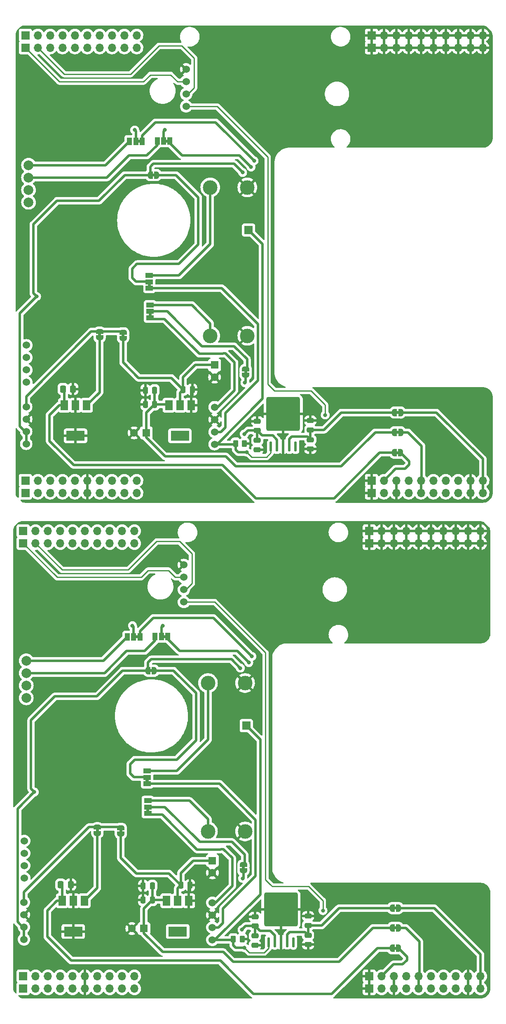
<source format=gbr>
%TF.GenerationSoftware,KiCad,Pcbnew,6.0.7-f9a2dced07~116~ubuntu20.04.1*%
%TF.CreationDate,2022-11-23T13:06:42+01:00*%
%TF.ProjectId,board,626f6172-642e-46b6-9963-61645f706362,rev?*%
%TF.SameCoordinates,Original*%
%TF.FileFunction,Copper,L1,Top*%
%TF.FilePolarity,Positive*%
%FSLAX46Y46*%
G04 Gerber Fmt 4.6, Leading zero omitted, Abs format (unit mm)*
G04 Created by KiCad (PCBNEW 6.0.7-f9a2dced07~116~ubuntu20.04.1) date 2022-11-23 13:06:42*
%MOMM*%
%LPD*%
G01*
G04 APERTURE LIST*
G04 Aperture macros list*
%AMRoundRect*
0 Rectangle with rounded corners*
0 $1 Rounding radius*
0 $2 $3 $4 $5 $6 $7 $8 $9 X,Y pos of 4 corners*
0 Add a 4 corners polygon primitive as box body*
4,1,4,$2,$3,$4,$5,$6,$7,$8,$9,$2,$3,0*
0 Add four circle primitives for the rounded corners*
1,1,$1+$1,$2,$3*
1,1,$1+$1,$4,$5*
1,1,$1+$1,$6,$7*
1,1,$1+$1,$8,$9*
0 Add four rect primitives between the rounded corners*
20,1,$1+$1,$2,$3,$4,$5,0*
20,1,$1+$1,$4,$5,$6,$7,0*
20,1,$1+$1,$6,$7,$8,$9,0*
20,1,$1+$1,$8,$9,$2,$3,0*%
%AMFreePoly0*
4,1,22,0.500000,-0.750000,0.000000,-0.750000,0.000000,-0.745033,-0.079941,-0.743568,-0.215256,-0.701293,-0.333266,-0.622738,-0.424486,-0.514219,-0.481581,-0.384460,-0.499164,-0.250000,-0.500000,-0.250000,-0.500000,0.250000,-0.499164,0.250000,-0.499963,0.256109,-0.478152,0.396186,-0.417904,0.524511,-0.324060,0.630769,-0.204165,0.706417,-0.067858,0.745374,0.000000,0.744959,0.000000,0.750000,
0.500000,0.750000,0.500000,-0.750000,0.500000,-0.750000,$1*%
%AMFreePoly1*
4,1,20,0.000000,0.744959,0.073905,0.744508,0.209726,0.703889,0.328688,0.626782,0.421226,0.519385,0.479903,0.390333,0.500000,0.250000,0.500000,-0.250000,0.499851,-0.262216,0.476331,-0.402017,0.414519,-0.529596,0.319384,-0.634700,0.198574,-0.708877,0.061801,-0.746166,0.000000,-0.745033,0.000000,-0.750000,-0.500000,-0.750000,-0.500000,0.750000,0.000000,0.750000,0.000000,0.744959,
0.000000,0.744959,$1*%
G04 Aperture macros list end*
%TA.AperFunction,ComponentPad*%
%ADD10R,1.700000X1.700000*%
%TD*%
%TA.AperFunction,ComponentPad*%
%ADD11O,1.700000X1.700000*%
%TD*%
%TA.AperFunction,SMDPad,CuDef*%
%ADD12FreePoly0,0.000000*%
%TD*%
%TA.AperFunction,SMDPad,CuDef*%
%ADD13FreePoly1,0.000000*%
%TD*%
%TA.AperFunction,SMDPad,CuDef*%
%ADD14RoundRect,0.250000X-0.337500X-0.475000X0.337500X-0.475000X0.337500X0.475000X-0.337500X0.475000X0*%
%TD*%
%TA.AperFunction,SMDPad,CuDef*%
%ADD15FreePoly1,270.000000*%
%TD*%
%TA.AperFunction,SMDPad,CuDef*%
%ADD16FreePoly0,270.000000*%
%TD*%
%TA.AperFunction,SMDPad,CuDef*%
%ADD17R,1.000000X1.500000*%
%TD*%
%TA.AperFunction,ComponentPad*%
%ADD18C,1.600000*%
%TD*%
%TA.AperFunction,ComponentPad*%
%ADD19R,1.600000X1.600000*%
%TD*%
%TA.AperFunction,ComponentPad*%
%ADD20C,1.524000*%
%TD*%
%TA.AperFunction,SMDPad,CuDef*%
%ADD21R,3.800000X2.000000*%
%TD*%
%TA.AperFunction,SMDPad,CuDef*%
%ADD22R,1.500000X2.000000*%
%TD*%
%TA.AperFunction,ComponentPad*%
%ADD23C,3.000000*%
%TD*%
%TA.AperFunction,SMDPad,CuDef*%
%ADD24RoundRect,0.500000X3.000000X3.000000X-3.000000X3.000000X-3.000000X-3.000000X3.000000X-3.000000X0*%
%TD*%
%TA.AperFunction,SMDPad,CuDef*%
%ADD25RoundRect,0.125000X0.125000X0.875000X-0.125000X0.875000X-0.125000X-0.875000X0.125000X-0.875000X0*%
%TD*%
%TA.AperFunction,SMDPad,CuDef*%
%ADD26RoundRect,0.250000X-0.475000X0.250000X-0.475000X-0.250000X0.475000X-0.250000X0.475000X0.250000X0*%
%TD*%
%TA.AperFunction,SMDPad,CuDef*%
%ADD27RoundRect,0.250000X0.250000X0.475000X-0.250000X0.475000X-0.250000X-0.475000X0.250000X-0.475000X0*%
%TD*%
%TA.AperFunction,SMDPad,CuDef*%
%ADD28R,1.500000X1.000000*%
%TD*%
%TA.AperFunction,SMDPad,CuDef*%
%ADD29RoundRect,0.250000X-0.250000X-0.475000X0.250000X-0.475000X0.250000X0.475000X-0.250000X0.475000X0*%
%TD*%
%TA.AperFunction,ComponentPad*%
%ADD30C,2.000000*%
%TD*%
%TA.AperFunction,SMDPad,CuDef*%
%ADD31RoundRect,0.250000X0.262500X0.450000X-0.262500X0.450000X-0.262500X-0.450000X0.262500X-0.450000X0*%
%TD*%
%TA.AperFunction,SMDPad,CuDef*%
%ADD32RoundRect,0.250000X0.475000X-0.250000X0.475000X0.250000X-0.475000X0.250000X-0.475000X-0.250000X0*%
%TD*%
%TA.AperFunction,ViaPad*%
%ADD33C,0.800000*%
%TD*%
%TA.AperFunction,Conductor*%
%ADD34C,0.508000*%
%TD*%
%TA.AperFunction,Conductor*%
%ADD35C,0.254000*%
%TD*%
G04 APERTURE END LIST*
%TO.C,JP4*%
G36*
X174621000Y-160066000D02*
G01*
X174121000Y-160066000D01*
X174121000Y-159466000D01*
X174621000Y-159466000D01*
X174621000Y-160066000D01*
G37*
%TO.C,JP7*%
G36*
X194099500Y-98687500D02*
G01*
X193499500Y-98687500D01*
X193499500Y-98187500D01*
X194099500Y-98187500D01*
X194099500Y-98687500D01*
G37*
%TO.C,JP8*%
G36*
X172129500Y-51327500D02*
G01*
X171629500Y-51327500D01*
X171629500Y-50727500D01*
X172129500Y-50727500D01*
X172129500Y-51327500D01*
G37*
G36*
X171666000Y-153120000D02*
G01*
X171166000Y-153120000D01*
X171166000Y-152520000D01*
X171666000Y-152520000D01*
X171666000Y-153120000D01*
G37*
%TO.C,JP12*%
G36*
X168911500Y-91131500D02*
G01*
X168311500Y-91131500D01*
X168311500Y-90631500D01*
X168911500Y-90631500D01*
X168911500Y-91131500D01*
G37*
%TO.C,JP17*%
G36*
X173846000Y-182590000D02*
G01*
X173246000Y-182590000D01*
X173246000Y-182090000D01*
X173846000Y-182090000D01*
X173846000Y-182590000D01*
G37*
%TO.C,JP18*%
G36*
X174449500Y-86887500D02*
G01*
X173849500Y-86887500D01*
X173849500Y-86387500D01*
X174449500Y-86387500D01*
X174449500Y-86887500D01*
G37*
%TO.C,JP9*%
G36*
X177839500Y-51300000D02*
G01*
X177339500Y-51300000D01*
X177339500Y-50700000D01*
X177839500Y-50700000D01*
X177839500Y-51300000D01*
G37*
%TO.C,JP17*%
G36*
X174309500Y-80797500D02*
G01*
X173709500Y-80797500D01*
X173709500Y-80297500D01*
X174309500Y-80297500D01*
X174309500Y-80797500D01*
G37*
%TO.C,JP6*%
G36*
X225249500Y-115296500D02*
G01*
X224749500Y-115296500D01*
X224749500Y-114696500D01*
X225249500Y-114696500D01*
X225249500Y-115296500D01*
G37*
%TO.C,JP5*%
G36*
X164085500Y-91004500D02*
G01*
X163485500Y-91004500D01*
X163485500Y-90504500D01*
X164085500Y-90504500D01*
X164085500Y-91004500D01*
G37*
%TO.C,JP4*%
G36*
X175084500Y-58273500D02*
G01*
X174584500Y-58273500D01*
X174584500Y-57673500D01*
X175084500Y-57673500D01*
X175084500Y-58273500D01*
G37*
%TO.C,JP10*%
G36*
X225264500Y-111105500D02*
G01*
X224764500Y-111105500D01*
X224764500Y-110505500D01*
X225264500Y-110505500D01*
X225264500Y-111105500D01*
G37*
%TO.C,JP11*%
G36*
X225264500Y-107041500D02*
G01*
X224764500Y-107041500D01*
X224764500Y-106441500D01*
X225264500Y-106441500D01*
X225264500Y-107041500D01*
G37*
%TO.C,JP5*%
G36*
X163622000Y-192797000D02*
G01*
X163022000Y-192797000D01*
X163022000Y-192297000D01*
X163622000Y-192297000D01*
X163622000Y-192797000D01*
G37*
%TO.C,JP9*%
G36*
X177376000Y-153092500D02*
G01*
X176876000Y-153092500D01*
X176876000Y-152492500D01*
X177376000Y-152492500D01*
X177376000Y-153092500D01*
G37*
%TO.C,JP6*%
G36*
X224786000Y-217089000D02*
G01*
X224286000Y-217089000D01*
X224286000Y-216489000D01*
X224786000Y-216489000D01*
X224786000Y-217089000D01*
G37*
%TO.C,JP10*%
G36*
X224801000Y-212898000D02*
G01*
X224301000Y-212898000D01*
X224301000Y-212298000D01*
X224801000Y-212298000D01*
X224801000Y-212898000D01*
G37*
%TO.C,JP7*%
G36*
X193636000Y-200480000D02*
G01*
X193036000Y-200480000D01*
X193036000Y-199980000D01*
X193636000Y-199980000D01*
X193636000Y-200480000D01*
G37*
%TO.C,JP18*%
G36*
X173986000Y-188680000D02*
G01*
X173386000Y-188680000D01*
X173386000Y-188180000D01*
X173986000Y-188180000D01*
X173986000Y-188680000D01*
G37*
%TO.C,JP12*%
G36*
X168448000Y-192924000D02*
G01*
X167848000Y-192924000D01*
X167848000Y-192424000D01*
X168448000Y-192424000D01*
X168448000Y-192924000D01*
G37*
%TO.C,JP11*%
G36*
X224801000Y-208834000D02*
G01*
X224301000Y-208834000D01*
X224301000Y-208234000D01*
X224801000Y-208234000D01*
X224801000Y-208834000D01*
G37*
%TD*%
D10*
%TO.P,J18,1,Pin_1*%
%TO.N,GND2*%
X219202000Y-222504000D03*
D11*
%TO.P,J18,2,Pin_2*%
%TO.N,+3.3VA*%
X221742000Y-222504000D03*
%TO.P,J18,3,Pin_3*%
%TO.N,GND2*%
X224282000Y-222504000D03*
%TO.P,J18,4,Pin_4*%
%TO.N,+5VA*%
X226822000Y-222504000D03*
%TO.P,J18,5,Pin_5*%
%TO.N,AFE-3.5V_shield2*%
X229362000Y-222504000D03*
%TO.P,J18,6,Pin_6*%
%TO.N,Battery_+_shield2*%
X231902000Y-222504000D03*
%TO.P,J18,7,Pin_7*%
%TO.N,V_IN-_shield2*%
X234442000Y-222504000D03*
%TO.P,J18,8,Pin_8*%
%TO.N,V_IN+_shield2*%
X236982000Y-222504000D03*
%TO.P,J18,9,Pin_9*%
%TO.N,GND2*%
X239522000Y-222504000D03*
%TO.P,J18,10,Pin_10*%
%TO.N,OPC-N3-5V_shield2*%
X242062000Y-222504000D03*
%TD*%
D12*
%TO.P,JP4,1,A*%
%TO.N,Battery_+_shield2*%
X173721000Y-159766000D03*
D13*
%TO.P,JP4,2,B*%
%TO.N,Net-(JP4-Pad2)*%
X175021000Y-159766000D03*
%TD*%
D14*
%TO.P,C3,1*%
%TO.N,Net-(C3-Pad1)*%
X155786000Y-203708000D03*
%TO.P,C3,2*%
%TO.N,GND2*%
X157861000Y-203708000D03*
%TD*%
D15*
%TO.P,JP7,2,B*%
%TO.N,Net-(C10-Pad1)*%
X193799500Y-99087500D03*
D16*
%TO.P,JP7,1,A*%
%TO.N,Net-(JP7-Pad1)*%
X193799500Y-97787500D03*
%TD*%
D17*
%TO.P,JP8,3,B*%
%TO.N,li-ion_charger_+*%
X169929500Y-51027500D03*
%TO.P,JP8,2,C*%
%TO.N,lead_charger_+*%
X171229500Y-51027500D03*
%TO.P,JP8,1,A*%
%TO.N,V_IN+_shield2*%
X172529500Y-51027500D03*
%TD*%
%TO.P,JP8,1,A*%
%TO.N,V_IN+_shield2*%
X172066000Y-152820000D03*
%TO.P,JP8,2,C*%
%TO.N,lead_charger_+*%
X170766000Y-152820000D03*
%TO.P,JP8,3,B*%
%TO.N,li-ion_charger_+*%
X169466000Y-152820000D03*
%TD*%
D11*
%TO.P,J19,10,Pin_10*%
%TO.N,unconnected-(J12-Pad10)*%
X171405500Y-120711500D03*
%TO.P,J19,9,Pin_9*%
%TO.N,lora1_shield2*%
X168865500Y-120711500D03*
%TO.P,J19,8,Pin_8*%
%TO.N,lora2_shield2*%
X166325500Y-120711500D03*
%TO.P,J19,7,Pin_7*%
%TO.N,unconnected-(J12-Pad7)*%
X163785500Y-120711500D03*
%TO.P,J19,6,Pin_6*%
%TO.N,GND2*%
X161245500Y-120711500D03*
%TO.P,J19,5,Pin_5*%
%TO.N,5V_en_shield2*%
X158705500Y-120711500D03*
%TO.P,J19,4,Pin_4*%
%TO.N,I2C_SCL_shield2*%
X156165500Y-120711500D03*
%TO.P,J19,3,Pin_3*%
%TO.N,UART_RXD_shield2*%
X153625500Y-120711500D03*
%TO.P,J19,2,Pin_2*%
%TO.N,UART_TXD_shield2*%
X151085500Y-120711500D03*
D10*
%TO.P,J19,1,Pin_1*%
%TO.N,I2C_SDA_shield2*%
X148545500Y-120711500D03*
%TD*%
D18*
%TO.P,C5,2*%
%TO.N,GND2*%
X187419500Y-99492388D03*
D19*
%TO.P,C5,1*%
%TO.N,Net-(C16-Pad1)*%
X187419500Y-96992388D03*
%TD*%
D14*
%TO.P,C3,2*%
%TO.N,GND2*%
X158324500Y-101915500D03*
%TO.P,C3,1*%
%TO.N,Net-(C3-Pad1)*%
X156249500Y-101915500D03*
%TD*%
D20*
%TO.P,U24,4,OUT+*%
%TO.N,Net-(JP15-Pad1)*%
X148759500Y-92930500D03*
%TO.P,U24,3,GND*%
%TO.N,lead_charger_-*%
X148759500Y-95470500D03*
%TO.P,U24,2,IN+*%
%TO.N,lead_charger_+*%
X148759500Y-98010500D03*
%TO.P,U24,1,EN*%
X148759500Y-100550500D03*
%TD*%
D10*
%TO.P,J26,1,Pin_1*%
%TO.N,5V_en_shield2*%
X194392500Y-69276500D03*
%TD*%
D21*
%TO.P,U15,4,PAD*%
%TO.N,unconnected-(U15-Pad4)*%
X180295500Y-111542500D03*
D22*
%TO.P,U15,3,OUT*%
%TO.N,Net-(C18-Pad1)*%
X177995500Y-105242500D03*
%TO.P,U15,2,IN*%
%TO.N,Net-(C16-Pad1)*%
X180295500Y-105242500D03*
%TO.P,U15,1,Vss*%
%TO.N,GND2*%
X182595500Y-105242500D03*
%TD*%
D20*
%TO.P,U25,4,OUT+*%
%TO.N,Net-(JP18-Pad1)*%
X187409500Y-105640500D03*
%TO.P,U25,3,GND*%
%TO.N,GND2*%
X187409500Y-108180500D03*
%TO.P,U25,2,IN+*%
%TO.N,Net-(JP17-Pad1)*%
X187409500Y-110720500D03*
%TO.P,U25,1,EN*%
%TO.N,5V_en_shield2*%
X187409500Y-113260500D03*
%TD*%
D11*
%TO.P,J17,10,Pin_10*%
%TO.N,ADC_OPC-N3_shield2*%
X171405500Y-31811500D03*
%TO.P,J17,9,Pin_9*%
%TO.N,SPI_CS_shield2*%
X168865500Y-31811500D03*
%TO.P,J17,8,Pin_8*%
%TO.N,SPI_MOSI_shield2*%
X166325500Y-31811500D03*
%TO.P,J17,7,Pin_7*%
%TO.N,SPI_MISO_shield2*%
X163785500Y-31811500D03*
%TO.P,J17,6,Pin_6*%
%TO.N,SPI_CSK_shield2*%
X161245500Y-31811500D03*
%TO.P,J17,5,Pin_5*%
%TO.N,ADC_BATT_shield2*%
X158705500Y-31811500D03*
%TO.P,J17,4,Pin_4*%
%TO.N,ADC_AFE_shield2*%
X156165500Y-31811500D03*
%TO.P,J17,3,Pin_3*%
%TO.N,RESET_shield2*%
X153625500Y-31811500D03*
%TO.P,J17,2,Pin_2*%
%TO.N,UART_TX_shield2*%
X151085500Y-31811500D03*
D10*
%TO.P,J17,1,Pin_1*%
%TO.N,UART_RX_shield2*%
X148545500Y-31811500D03*
%TD*%
D23*
%TO.P,U5,4,OUT-*%
%TO.N,GND2*%
X194138500Y-90993500D03*
%TO.P,U5,3,OUT+*%
%TO.N,Net-(U5-Pad3)*%
X186518500Y-90993500D03*
%TO.P,U5,2,IN+*%
%TO.N,Net-(U5-Pad2)*%
X186518500Y-60513500D03*
%TO.P,U5,1,IN-*%
%TO.N,GND2*%
X194138500Y-60513500D03*
%TD*%
D24*
%TO.P,U6,6,GNDPAD*%
%TO.N,GND2*%
X201504500Y-107028500D03*
D25*
%TO.P,U6,5,ADJ*%
%TO.N,unconnected-(U6-Pad5)*%
X204044500Y-113759500D03*
%TO.P,U6,4,VOUT*%
%TO.N,Net-(C12-Pad1)*%
X202774500Y-113748389D03*
%TO.P,U6,3,GND*%
%TO.N,GND2*%
X201501166Y-113748389D03*
%TO.P,U6,2,VIN*%
%TO.N,Net-(C10-Pad1)*%
X200234500Y-113759500D03*
%TO.P,U6,1,EN*%
%TO.N,5V_en_shield2*%
X198964500Y-113759500D03*
%TD*%
D26*
%TO.P,C12,2*%
%TO.N,GND2*%
X207092500Y-114234500D03*
%TO.P,C12,1*%
%TO.N,Net-(C12-Pad1)*%
X207092500Y-112334500D03*
%TD*%
D18*
%TO.P,C20,2*%
%TO.N,GND2*%
X170872613Y-110932500D03*
D19*
%TO.P,C20,1*%
%TO.N,Net-(C18-Pad1)*%
X173372613Y-110932500D03*
%TD*%
D11*
%TO.P,J9,10,Pin_10*%
%TO.N,GND2*%
X242525500Y-29271500D03*
%TO.P,J9,9,Pin_9*%
X239985500Y-29271500D03*
%TO.P,J9,8,Pin_8*%
X237445500Y-29271500D03*
%TO.P,J9,7,Pin_7*%
X234905500Y-29271500D03*
%TO.P,J9,6,Pin_6*%
X232365500Y-29271500D03*
%TO.P,J9,5,Pin_5*%
X229825500Y-29271500D03*
%TO.P,J9,4,Pin_4*%
X227285500Y-29271500D03*
%TO.P,J9,3,Pin_3*%
X224745500Y-29271500D03*
%TO.P,J9,2,Pin_2*%
X222205500Y-29271500D03*
D10*
%TO.P,J9,1,Pin_1*%
X219665500Y-29271500D03*
%TD*%
D11*
%TO.P,J18,10,Pin_10*%
%TO.N,OPC-N3-5V_shield2*%
X242525500Y-120711500D03*
%TO.P,J18,9,Pin_9*%
%TO.N,GND2*%
X239985500Y-120711500D03*
%TO.P,J18,8,Pin_8*%
%TO.N,V_IN+_shield2*%
X237445500Y-120711500D03*
%TO.P,J18,7,Pin_7*%
%TO.N,V_IN-_shield2*%
X234905500Y-120711500D03*
%TO.P,J18,6,Pin_6*%
%TO.N,Battery_+_shield2*%
X232365500Y-120711500D03*
%TO.P,J18,5,Pin_5*%
%TO.N,AFE-3.5V_shield2*%
X229825500Y-120711500D03*
%TO.P,J18,4,Pin_4*%
%TO.N,+5VA*%
X227285500Y-120711500D03*
%TO.P,J18,3,Pin_3*%
%TO.N,GND2*%
X224745500Y-120711500D03*
%TO.P,J18,2,Pin_2*%
%TO.N,+3.3VA*%
X222205500Y-120711500D03*
D10*
%TO.P,J18,1,Pin_1*%
%TO.N,GND2*%
X219665500Y-120711500D03*
%TD*%
D15*
%TO.P,JP12,2,B*%
%TO.N,Net-(C16-Pad1)*%
X168611500Y-91531500D03*
D16*
%TO.P,JP12,1,A*%
%TO.N,Net-(JP5-Pad1)*%
X168611500Y-90231500D03*
%TD*%
D27*
%TO.P,C19,2*%
%TO.N,GND2*%
X173188500Y-105090500D03*
%TO.P,C19,1*%
%TO.N,Net-(C18-Pad1)*%
X175088500Y-105090500D03*
%TD*%
D28*
%TO.P,JP17,1,A*%
%TO.N,Net-(JP17-Pad1)*%
X173546000Y-182990000D03*
%TO.P,JP17,2,C*%
%TO.N,Net-(JP4-Pad2)*%
X173546000Y-181690000D03*
%TO.P,JP17,3,B*%
%TO.N,Net-(U5-Pad2)*%
X173546000Y-180390000D03*
%TD*%
%TO.P,JP18,3,B*%
%TO.N,Net-(U5-Pad3)*%
X174149500Y-84687500D03*
%TO.P,JP18,2,C*%
%TO.N,Net-(JP7-Pad1)*%
X174149500Y-85987500D03*
%TO.P,JP18,1,A*%
%TO.N,Net-(JP18-Pad1)*%
X174149500Y-87287500D03*
%TD*%
D17*
%TO.P,JP9,3,B*%
%TO.N,li-ion_charger_-*%
X175639500Y-51000000D03*
%TO.P,JP9,2,C*%
%TO.N,lead_charger_-*%
X176939500Y-51000000D03*
%TO.P,JP9,1,A*%
%TO.N,V_IN-_shield2*%
X178239500Y-51000000D03*
%TD*%
D29*
%TO.P,C16,2*%
%TO.N,GND2*%
X182830500Y-102042500D03*
%TO.P,C16,1*%
%TO.N,Net-(C16-Pad1)*%
X180930500Y-102042500D03*
%TD*%
D27*
%TO.P,C18,2*%
%TO.N,GND2*%
X173188500Y-102169500D03*
%TO.P,C18,1*%
%TO.N,Net-(C18-Pad1)*%
X175088500Y-102169500D03*
%TD*%
D10*
%TO.P,J16,1,Pin_1*%
%TO.N,GND2*%
X219202000Y-133604000D03*
D11*
%TO.P,J16,2,Pin_2*%
X221742000Y-133604000D03*
%TO.P,J16,3,Pin_3*%
X224282000Y-133604000D03*
%TO.P,J16,4,Pin_4*%
X226822000Y-133604000D03*
%TO.P,J16,5,Pin_5*%
X229362000Y-133604000D03*
%TO.P,J16,6,Pin_6*%
X231902000Y-133604000D03*
%TO.P,J16,7,Pin_7*%
X234442000Y-133604000D03*
%TO.P,J16,8,Pin_8*%
X236982000Y-133604000D03*
%TO.P,J16,9,Pin_9*%
X239522000Y-133604000D03*
%TO.P,J16,10,Pin_10*%
X242062000Y-133604000D03*
%TD*%
D30*
%TO.P,U4,1,IN+*%
%TO.N,li-ion_charger_+*%
X148717000Y-157734000D03*
%TO.P,U4,2,IN-*%
%TO.N,li-ion_charger_-*%
X148717000Y-160274000D03*
%TO.P,U4,3,OUT+*%
%TO.N,Net-(U4-Pad3)*%
X148717000Y-162814000D03*
%TO.P,U4,4,OUT-*%
%TO.N,Net-(U4-Pad4)*%
X148717000Y-165354000D03*
%TD*%
D20*
%TO.P,U24,1,EN*%
%TO.N,lead_charger_+*%
X148296000Y-202343000D03*
%TO.P,U24,2,IN+*%
X148296000Y-199803000D03*
%TO.P,U24,3,GND*%
%TO.N,lead_charger_-*%
X148296000Y-197263000D03*
%TO.P,U24,4,OUT+*%
%TO.N,Net-(JP15-Pad1)*%
X148296000Y-194723000D03*
%TD*%
D10*
%TO.P,J17,1,Pin_1*%
%TO.N,UART_RX_shield2*%
X148082000Y-133604000D03*
D11*
%TO.P,J17,2,Pin_2*%
%TO.N,UART_TX_shield2*%
X150622000Y-133604000D03*
%TO.P,J17,3,Pin_3*%
%TO.N,RESET_shield2*%
X153162000Y-133604000D03*
%TO.P,J17,4,Pin_4*%
%TO.N,ADC_AFE_shield2*%
X155702000Y-133604000D03*
%TO.P,J17,5,Pin_5*%
%TO.N,ADC_BATT_shield2*%
X158242000Y-133604000D03*
%TO.P,J17,6,Pin_6*%
%TO.N,SPI_CSK_shield2*%
X160782000Y-133604000D03*
%TO.P,J17,7,Pin_7*%
%TO.N,SPI_MISO_shield2*%
X163322000Y-133604000D03*
%TO.P,J17,8,Pin_8*%
%TO.N,SPI_MOSI_shield2*%
X165862000Y-133604000D03*
%TO.P,J17,9,Pin_9*%
%TO.N,SPI_CS_shield2*%
X168402000Y-133604000D03*
%TO.P,J17,10,Pin_10*%
%TO.N,ADC_OPC-N3_shield2*%
X170942000Y-133604000D03*
%TD*%
D29*
%TO.P,C16,1*%
%TO.N,Net-(C16-Pad1)*%
X180467000Y-203835000D03*
%TO.P,C16,2*%
%TO.N,GND2*%
X182367000Y-203835000D03*
%TD*%
D28*
%TO.P,JP17,3,B*%
%TO.N,Net-(U5-Pad2)*%
X174009500Y-78597500D03*
%TO.P,JP17,2,C*%
%TO.N,Net-(JP4-Pad2)*%
X174009500Y-79897500D03*
%TO.P,JP17,1,A*%
%TO.N,Net-(JP17-Pad1)*%
X174009500Y-81197500D03*
%TD*%
D11*
%TO.P,J11,10,Pin_10*%
%TO.N,OPC-N3-5V_shield2*%
X242525500Y-123251500D03*
%TO.P,J11,9,Pin_9*%
%TO.N,GND2*%
X239985500Y-123251500D03*
%TO.P,J11,8,Pin_8*%
%TO.N,V_IN+_shield2*%
X237445500Y-123251500D03*
%TO.P,J11,7,Pin_7*%
%TO.N,V_IN-_shield2*%
X234905500Y-123251500D03*
%TO.P,J11,6,Pin_6*%
%TO.N,Battery_+_shield2*%
X232365500Y-123251500D03*
%TO.P,J11,5,Pin_5*%
%TO.N,AFE-3.5V_shield2*%
X229825500Y-123251500D03*
%TO.P,J11,4,Pin_4*%
%TO.N,+5VA*%
X227285500Y-123251500D03*
%TO.P,J11,3,Pin_3*%
%TO.N,GND2*%
X224745500Y-123251500D03*
%TO.P,J11,2,Pin_2*%
%TO.N,+3.3VA*%
X222205500Y-123251500D03*
D10*
%TO.P,J11,1,Pin_1*%
%TO.N,GND2*%
X219665500Y-123251500D03*
%TD*%
D31*
%TO.P,R17,2*%
%TO.N,5V_en_shield2*%
X191725500Y-113091500D03*
%TO.P,R17,1*%
%TO.N,GND2*%
X193550500Y-113091500D03*
%TD*%
D32*
%TO.P,C13,2*%
%TO.N,GND2*%
X207092500Y-108397500D03*
%TO.P,C13,1*%
%TO.N,Net-(C12-Pad1)*%
X207092500Y-110297500D03*
%TD*%
D11*
%TO.P,J10,10,Pin_10*%
%TO.N,ADC_OPC-N3_shield2*%
X171405500Y-29271500D03*
%TO.P,J10,9,Pin_9*%
%TO.N,SPI_CS_shield2*%
X168865500Y-29271500D03*
%TO.P,J10,8,Pin_8*%
%TO.N,SPI_MOSI_shield2*%
X166325500Y-29271500D03*
%TO.P,J10,7,Pin_7*%
%TO.N,SPI_MISO_shield2*%
X163785500Y-29271500D03*
%TO.P,J10,6,Pin_6*%
%TO.N,SPI_CSK_shield2*%
X161245500Y-29271500D03*
%TO.P,J10,5,Pin_5*%
%TO.N,ADC_BATT_shield2*%
X158705500Y-29271500D03*
%TO.P,J10,4,Pin_4*%
%TO.N,ADC_AFE_shield2*%
X156165500Y-29271500D03*
%TO.P,J10,3,Pin_3*%
%TO.N,RESET_shield2*%
X153625500Y-29271500D03*
%TO.P,J10,2,Pin_2*%
%TO.N,UART_TX_shield2*%
X151085500Y-29271500D03*
D10*
%TO.P,J10,1,Pin_1*%
%TO.N,UART_RX_shield2*%
X148545500Y-29271500D03*
%TD*%
D13*
%TO.P,JP6,2,B*%
%TO.N,+3.3VA*%
X225649500Y-114996500D03*
D12*
%TO.P,JP6,1,A*%
%TO.N,Net-(C3-Pad1)*%
X224349500Y-114996500D03*
%TD*%
D15*
%TO.P,JP5,2,B*%
%TO.N,Net-(JP5-Pad2)*%
X163785500Y-91404500D03*
D16*
%TO.P,JP5,1,A*%
%TO.N,Net-(JP5-Pad1)*%
X163785500Y-90104500D03*
%TD*%
D10*
%TO.P,J11,1,Pin_1*%
%TO.N,GND2*%
X219202000Y-225044000D03*
D11*
%TO.P,J11,2,Pin_2*%
%TO.N,+3.3VA*%
X221742000Y-225044000D03*
%TO.P,J11,3,Pin_3*%
%TO.N,GND2*%
X224282000Y-225044000D03*
%TO.P,J11,4,Pin_4*%
%TO.N,+5VA*%
X226822000Y-225044000D03*
%TO.P,J11,5,Pin_5*%
%TO.N,AFE-3.5V_shield2*%
X229362000Y-225044000D03*
%TO.P,J11,6,Pin_6*%
%TO.N,Battery_+_shield2*%
X231902000Y-225044000D03*
%TO.P,J11,7,Pin_7*%
%TO.N,V_IN-_shield2*%
X234442000Y-225044000D03*
%TO.P,J11,8,Pin_8*%
%TO.N,V_IN+_shield2*%
X236982000Y-225044000D03*
%TO.P,J11,9,Pin_9*%
%TO.N,GND2*%
X239522000Y-225044000D03*
%TO.P,J11,10,Pin_10*%
%TO.N,OPC-N3-5V_shield2*%
X242062000Y-225044000D03*
%TD*%
D13*
%TO.P,JP4,2,B*%
%TO.N,Net-(JP4-Pad2)*%
X175484500Y-57973500D03*
D12*
%TO.P,JP4,1,A*%
%TO.N,Battery_+_shield2*%
X174184500Y-57973500D03*
%TD*%
D11*
%TO.P,J12,10,Pin_10*%
%TO.N,unconnected-(J12-Pad10)*%
X171405500Y-123251500D03*
%TO.P,J12,9,Pin_9*%
%TO.N,lora1_shield2*%
X168865500Y-123251500D03*
%TO.P,J12,8,Pin_8*%
%TO.N,lora2_shield2*%
X166325500Y-123251500D03*
%TO.P,J12,7,Pin_7*%
%TO.N,unconnected-(J12-Pad7)*%
X163785500Y-123251500D03*
%TO.P,J12,6,Pin_6*%
%TO.N,GND2*%
X161245500Y-123251500D03*
%TO.P,J12,5,Pin_5*%
%TO.N,5V_en_shield2*%
X158705500Y-123251500D03*
%TO.P,J12,4,Pin_4*%
%TO.N,I2C_SCL_shield2*%
X156165500Y-123251500D03*
%TO.P,J12,3,Pin_3*%
%TO.N,UART_RXD_shield2*%
X153625500Y-123251500D03*
%TO.P,J12,2,Pin_2*%
%TO.N,UART_TXD_shield2*%
X151085500Y-123251500D03*
D10*
%TO.P,J12,1,Pin_1*%
%TO.N,I2C_SDA_shield2*%
X148545500Y-123251500D03*
%TD*%
D32*
%TO.P,C10,2*%
%TO.N,GND2*%
X196170500Y-108524500D03*
%TO.P,C10,1*%
%TO.N,Net-(C10-Pad1)*%
X196170500Y-110424500D03*
%TD*%
D21*
%TO.P,U22,4,TAB*%
%TO.N,GND2*%
X158832500Y-111542500D03*
D22*
%TO.P,U22,3,OUT*%
%TO.N,Net-(C3-Pad1)*%
X156532500Y-105242500D03*
%TO.P,U22,2,GND*%
%TO.N,GND2*%
X158832500Y-105242500D03*
%TO.P,U22,1,IN*%
%TO.N,Net-(JP5-Pad2)*%
X161132500Y-105242500D03*
%TD*%
D13*
%TO.P,JP10,2,B*%
%TO.N,AFE-3.5V_shield2*%
X225664500Y-110805500D03*
D12*
%TO.P,JP10,1,A*%
%TO.N,Net-(C18-Pad1)*%
X224364500Y-110805500D03*
%TD*%
D20*
%TO.P,U23,4,OUT+*%
%TO.N,Net-(JP5-Pad1)*%
X148705500Y-105551500D03*
%TO.P,U23,3,GND*%
%TO.N,GND2*%
X148705500Y-108091500D03*
%TO.P,U23,2,IN+*%
%TO.N,Battery_+_shield2*%
X148705500Y-110631500D03*
%TO.P,U23,1,EN*%
X148705500Y-113171500D03*
%TD*%
%TO.P,U14,4,VCC*%
%TO.N,+3.3VA*%
X181565500Y-43876500D03*
%TO.P,U14,3,RX*%
%TO.N,UART_TX_shield2*%
X181565500Y-41336500D03*
%TO.P,U14,2,TX*%
%TO.N,UART_RX_shield2*%
X181565500Y-38796500D03*
%TO.P,U14,1,GND*%
%TO.N,GND2*%
X181565500Y-36256500D03*
%TD*%
D11*
%TO.P,J16,10,Pin_10*%
%TO.N,GND2*%
X242525500Y-31811500D03*
%TO.P,J16,9,Pin_9*%
X239985500Y-31811500D03*
%TO.P,J16,8,Pin_8*%
X237445500Y-31811500D03*
%TO.P,J16,7,Pin_7*%
X234905500Y-31811500D03*
%TO.P,J16,6,Pin_6*%
X232365500Y-31811500D03*
%TO.P,J16,5,Pin_5*%
X229825500Y-31811500D03*
%TO.P,J16,4,Pin_4*%
X227285500Y-31811500D03*
%TO.P,J16,3,Pin_3*%
X224745500Y-31811500D03*
%TO.P,J16,2,Pin_2*%
X222205500Y-31811500D03*
D10*
%TO.P,J16,1,Pin_1*%
X219665500Y-31811500D03*
%TD*%
D13*
%TO.P,JP11,2,B*%
%TO.N,OPC-N3-5V_shield2*%
X225664500Y-106741500D03*
D12*
%TO.P,JP11,1,A*%
%TO.N,Net-(C12-Pad1)*%
X224364500Y-106741500D03*
%TD*%
D30*
%TO.P,U4,4,OUT-*%
%TO.N,Net-(U4-Pad4)*%
X149180500Y-63561500D03*
%TO.P,U4,3,OUT+*%
%TO.N,Net-(U4-Pad3)*%
X149180500Y-61021500D03*
%TO.P,U4,2,IN-*%
%TO.N,li-ion_charger_-*%
X149180500Y-58481500D03*
%TO.P,U4,1,IN+*%
%TO.N,li-ion_charger_+*%
X149180500Y-55941500D03*
%TD*%
D10*
%TO.P,J12,1,Pin_1*%
%TO.N,I2C_SDA_shield2*%
X148082000Y-225044000D03*
D11*
%TO.P,J12,2,Pin_2*%
%TO.N,UART_TXD_shield2*%
X150622000Y-225044000D03*
%TO.P,J12,3,Pin_3*%
%TO.N,UART_RXD_shield2*%
X153162000Y-225044000D03*
%TO.P,J12,4,Pin_4*%
%TO.N,I2C_SCL_shield2*%
X155702000Y-225044000D03*
%TO.P,J12,5,Pin_5*%
%TO.N,5V_en_shield2*%
X158242000Y-225044000D03*
%TO.P,J12,6,Pin_6*%
%TO.N,GND2*%
X160782000Y-225044000D03*
%TO.P,J12,7,Pin_7*%
%TO.N,unconnected-(J12-Pad7)*%
X163322000Y-225044000D03*
%TO.P,J12,8,Pin_8*%
%TO.N,lora2_shield2*%
X165862000Y-225044000D03*
%TO.P,J12,9,Pin_9*%
%TO.N,lora1_shield2*%
X168402000Y-225044000D03*
%TO.P,J12,10,Pin_10*%
%TO.N,unconnected-(J12-Pad10)*%
X170942000Y-225044000D03*
%TD*%
D26*
%TO.P,C11,2*%
%TO.N,GND2*%
X196170500Y-114356500D03*
%TO.P,C11,1*%
%TO.N,Net-(C10-Pad1)*%
X196170500Y-112456500D03*
%TD*%
D20*
%TO.P,U25,1,EN*%
%TO.N,5V_en_shield2*%
X186946000Y-215053000D03*
%TO.P,U25,2,IN+*%
%TO.N,Net-(JP17-Pad1)*%
X186946000Y-212513000D03*
%TO.P,U25,3,GND*%
%TO.N,GND2*%
X186946000Y-209973000D03*
%TO.P,U25,4,OUT+*%
%TO.N,Net-(JP18-Pad1)*%
X186946000Y-207433000D03*
%TD*%
D22*
%TO.P,U15,1,Vss*%
%TO.N,GND2*%
X182132000Y-207035000D03*
%TO.P,U15,2,IN*%
%TO.N,Net-(C16-Pad1)*%
X179832000Y-207035000D03*
%TO.P,U15,3,OUT*%
%TO.N,Net-(C18-Pad1)*%
X177532000Y-207035000D03*
D21*
%TO.P,U15,4,PAD*%
%TO.N,unconnected-(U15-Pad4)*%
X179832000Y-213335000D03*
%TD*%
D10*
%TO.P,J10,1,Pin_1*%
%TO.N,UART_RX_shield2*%
X148082000Y-131064000D03*
D11*
%TO.P,J10,2,Pin_2*%
%TO.N,UART_TX_shield2*%
X150622000Y-131064000D03*
%TO.P,J10,3,Pin_3*%
%TO.N,RESET_shield2*%
X153162000Y-131064000D03*
%TO.P,J10,4,Pin_4*%
%TO.N,ADC_AFE_shield2*%
X155702000Y-131064000D03*
%TO.P,J10,5,Pin_5*%
%TO.N,ADC_BATT_shield2*%
X158242000Y-131064000D03*
%TO.P,J10,6,Pin_6*%
%TO.N,SPI_CSK_shield2*%
X160782000Y-131064000D03*
%TO.P,J10,7,Pin_7*%
%TO.N,SPI_MISO_shield2*%
X163322000Y-131064000D03*
%TO.P,J10,8,Pin_8*%
%TO.N,SPI_MOSI_shield2*%
X165862000Y-131064000D03*
%TO.P,J10,9,Pin_9*%
%TO.N,SPI_CS_shield2*%
X168402000Y-131064000D03*
%TO.P,J10,10,Pin_10*%
%TO.N,ADC_OPC-N3_shield2*%
X170942000Y-131064000D03*
%TD*%
D16*
%TO.P,JP5,1,A*%
%TO.N,Net-(JP5-Pad1)*%
X163322000Y-191897000D03*
D15*
%TO.P,JP5,2,B*%
%TO.N,Net-(JP5-Pad2)*%
X163322000Y-193197000D03*
%TD*%
D10*
%TO.P,J9,1,Pin_1*%
%TO.N,GND2*%
X219202000Y-131064000D03*
D11*
%TO.P,J9,2,Pin_2*%
X221742000Y-131064000D03*
%TO.P,J9,3,Pin_3*%
X224282000Y-131064000D03*
%TO.P,J9,4,Pin_4*%
X226822000Y-131064000D03*
%TO.P,J9,5,Pin_5*%
X229362000Y-131064000D03*
%TO.P,J9,6,Pin_6*%
X231902000Y-131064000D03*
%TO.P,J9,7,Pin_7*%
X234442000Y-131064000D03*
%TO.P,J9,8,Pin_8*%
X236982000Y-131064000D03*
%TO.P,J9,9,Pin_9*%
X239522000Y-131064000D03*
%TO.P,J9,10,Pin_10*%
X242062000Y-131064000D03*
%TD*%
D32*
%TO.P,C13,1*%
%TO.N,Net-(C12-Pad1)*%
X206629000Y-212090000D03*
%TO.P,C13,2*%
%TO.N,GND2*%
X206629000Y-210190000D03*
%TD*%
D20*
%TO.P,U14,1,GND*%
%TO.N,GND2*%
X181102000Y-138049000D03*
%TO.P,U14,2,TX*%
%TO.N,UART_RX_shield2*%
X181102000Y-140589000D03*
%TO.P,U14,3,RX*%
%TO.N,UART_TX_shield2*%
X181102000Y-143129000D03*
%TO.P,U14,4,VCC*%
%TO.N,+3.3VA*%
X181102000Y-145669000D03*
%TD*%
D17*
%TO.P,JP9,1,A*%
%TO.N,V_IN-_shield2*%
X177776000Y-152792500D03*
%TO.P,JP9,2,C*%
%TO.N,lead_charger_-*%
X176476000Y-152792500D03*
%TO.P,JP9,3,B*%
%TO.N,li-ion_charger_-*%
X175176000Y-152792500D03*
%TD*%
D12*
%TO.P,JP6,1,A*%
%TO.N,Net-(C3-Pad1)*%
X223886000Y-216789000D03*
D13*
%TO.P,JP6,2,B*%
%TO.N,+3.3VA*%
X225186000Y-216789000D03*
%TD*%
D26*
%TO.P,C11,1*%
%TO.N,Net-(C10-Pad1)*%
X195707000Y-214249000D03*
%TO.P,C11,2*%
%TO.N,GND2*%
X195707000Y-216149000D03*
%TD*%
D32*
%TO.P,C10,1*%
%TO.N,Net-(C10-Pad1)*%
X195707000Y-212217000D03*
%TO.P,C10,2*%
%TO.N,GND2*%
X195707000Y-210317000D03*
%TD*%
D12*
%TO.P,JP10,1,A*%
%TO.N,Net-(C18-Pad1)*%
X223901000Y-212598000D03*
D13*
%TO.P,JP10,2,B*%
%TO.N,AFE-3.5V_shield2*%
X225201000Y-212598000D03*
%TD*%
D25*
%TO.P,U6,1,EN*%
%TO.N,5V_en_shield2*%
X198501000Y-215552000D03*
%TO.P,U6,2,VIN*%
%TO.N,Net-(C10-Pad1)*%
X199771000Y-215552000D03*
%TO.P,U6,3,GND*%
%TO.N,GND2*%
X201037666Y-215540889D03*
%TO.P,U6,4,VOUT*%
%TO.N,Net-(C12-Pad1)*%
X202311000Y-215540889D03*
%TO.P,U6,5,ADJ*%
%TO.N,unconnected-(U6-Pad5)*%
X203581000Y-215552000D03*
D24*
%TO.P,U6,6,GNDPAD*%
%TO.N,GND2*%
X201041000Y-208821000D03*
%TD*%
D27*
%TO.P,C19,1*%
%TO.N,Net-(C18-Pad1)*%
X174625000Y-206883000D03*
%TO.P,C19,2*%
%TO.N,GND2*%
X172725000Y-206883000D03*
%TD*%
D10*
%TO.P,J19,1,Pin_1*%
%TO.N,I2C_SDA_shield2*%
X148082000Y-222504000D03*
D11*
%TO.P,J19,2,Pin_2*%
%TO.N,UART_TXD_shield2*%
X150622000Y-222504000D03*
%TO.P,J19,3,Pin_3*%
%TO.N,UART_RXD_shield2*%
X153162000Y-222504000D03*
%TO.P,J19,4,Pin_4*%
%TO.N,I2C_SCL_shield2*%
X155702000Y-222504000D03*
%TO.P,J19,5,Pin_5*%
%TO.N,5V_en_shield2*%
X158242000Y-222504000D03*
%TO.P,J19,6,Pin_6*%
%TO.N,GND2*%
X160782000Y-222504000D03*
%TO.P,J19,7,Pin_7*%
%TO.N,unconnected-(J12-Pad7)*%
X163322000Y-222504000D03*
%TO.P,J19,8,Pin_8*%
%TO.N,lora2_shield2*%
X165862000Y-222504000D03*
%TO.P,J19,9,Pin_9*%
%TO.N,lora1_shield2*%
X168402000Y-222504000D03*
%TO.P,J19,10,Pin_10*%
%TO.N,unconnected-(J12-Pad10)*%
X170942000Y-222504000D03*
%TD*%
D31*
%TO.P,R17,1*%
%TO.N,GND2*%
X193087000Y-214884000D03*
%TO.P,R17,2*%
%TO.N,5V_en_shield2*%
X191262000Y-214884000D03*
%TD*%
D16*
%TO.P,JP7,1,A*%
%TO.N,Net-(JP7-Pad1)*%
X193336000Y-199580000D03*
D15*
%TO.P,JP7,2,B*%
%TO.N,Net-(C10-Pad1)*%
X193336000Y-200880000D03*
%TD*%
D27*
%TO.P,C18,1*%
%TO.N,Net-(C18-Pad1)*%
X174625000Y-203962000D03*
%TO.P,C18,2*%
%TO.N,GND2*%
X172725000Y-203962000D03*
%TD*%
D28*
%TO.P,JP18,1,A*%
%TO.N,Net-(JP18-Pad1)*%
X173686000Y-189080000D03*
%TO.P,JP18,2,C*%
%TO.N,Net-(JP7-Pad1)*%
X173686000Y-187780000D03*
%TO.P,JP18,3,B*%
%TO.N,Net-(U5-Pad3)*%
X173686000Y-186480000D03*
%TD*%
D19*
%TO.P,C20,1*%
%TO.N,Net-(C18-Pad1)*%
X172909113Y-212725000D03*
D18*
%TO.P,C20,2*%
%TO.N,GND2*%
X170409113Y-212725000D03*
%TD*%
D19*
%TO.P,C5,1*%
%TO.N,Net-(C16-Pad1)*%
X186956000Y-198784888D03*
D18*
%TO.P,C5,2*%
%TO.N,GND2*%
X186956000Y-201284888D03*
%TD*%
D16*
%TO.P,JP12,1,A*%
%TO.N,Net-(JP5-Pad1)*%
X168148000Y-192024000D03*
D15*
%TO.P,JP12,2,B*%
%TO.N,Net-(C16-Pad1)*%
X168148000Y-193324000D03*
%TD*%
D23*
%TO.P,U5,1,IN-*%
%TO.N,GND2*%
X193675000Y-162306000D03*
%TO.P,U5,2,IN+*%
%TO.N,Net-(U5-Pad2)*%
X186055000Y-162306000D03*
%TO.P,U5,3,OUT+*%
%TO.N,Net-(U5-Pad3)*%
X186055000Y-192786000D03*
%TO.P,U5,4,OUT-*%
%TO.N,GND2*%
X193675000Y-192786000D03*
%TD*%
D12*
%TO.P,JP11,1,A*%
%TO.N,Net-(C12-Pad1)*%
X223901000Y-208534000D03*
D13*
%TO.P,JP11,2,B*%
%TO.N,OPC-N3-5V_shield2*%
X225201000Y-208534000D03*
%TD*%
D20*
%TO.P,U23,1,EN*%
%TO.N,Battery_+_shield2*%
X148242000Y-214964000D03*
%TO.P,U23,2,IN+*%
X148242000Y-212424000D03*
%TO.P,U23,3,GND*%
%TO.N,GND2*%
X148242000Y-209884000D03*
%TO.P,U23,4,OUT+*%
%TO.N,Net-(JP5-Pad1)*%
X148242000Y-207344000D03*
%TD*%
D26*
%TO.P,C12,1*%
%TO.N,Net-(C12-Pad1)*%
X206629000Y-214127000D03*
%TO.P,C12,2*%
%TO.N,GND2*%
X206629000Y-216027000D03*
%TD*%
D22*
%TO.P,U22,1,IN*%
%TO.N,Net-(JP5-Pad2)*%
X160669000Y-207035000D03*
%TO.P,U22,2,GND*%
%TO.N,GND2*%
X158369000Y-207035000D03*
%TO.P,U22,3,OUT*%
%TO.N,Net-(C3-Pad1)*%
X156069000Y-207035000D03*
D21*
%TO.P,U22,4,TAB*%
%TO.N,GND2*%
X158369000Y-213335000D03*
%TD*%
D10*
%TO.P,J26,1,Pin_1*%
%TO.N,5V_en_shield2*%
X193929000Y-171069000D03*
%TD*%
D33*
%TO.N,Battery_+_shield2*%
X150376000Y-184700000D03*
X150839500Y-82907500D03*
X193169500Y-57447500D03*
%TO.N,lead_charger_+*%
X170999500Y-48737500D03*
%TO.N,lead_charger_-*%
X177199500Y-48737500D03*
%TO.N,Net-(C10-Pad1)*%
X193509500Y-111167500D03*
%TO.N,V_IN+_shield2*%
X195535500Y-55052500D03*
%TO.N,5V_en_shield2*%
X194011500Y-114869500D03*
%TO.N,Net-(C10-Pad1)*%
X193639500Y-100627500D03*
%TO.N,V_IN-_shield2*%
X194900500Y-56322500D03*
%TO.N,+3.3VA*%
X210140500Y-107249500D03*
%TO.N,V_IN-_shield2*%
X194437000Y-158115000D03*
%TO.N,Net-(C10-Pad1)*%
X193046000Y-212960000D03*
%TO.N,5V_en_shield2*%
X193548000Y-216662000D03*
%TO.N,Battery_+_shield2*%
X192706000Y-159240000D03*
%TO.N,Net-(C10-Pad1)*%
X193176000Y-202420000D03*
%TO.N,lead_charger_+*%
X170536000Y-150530000D03*
%TO.N,+3.3VA*%
X209677000Y-209042000D03*
%TO.N,lead_charger_-*%
X176736000Y-150530000D03*
%TO.N,V_IN+_shield2*%
X195072000Y-156845000D03*
%TD*%
D34*
%TO.N,Net-(C3-Pad1)*%
X157979000Y-219320000D02*
X188586000Y-219320000D01*
X156069000Y-207035000D02*
X156069000Y-203991000D01*
X153035000Y-209042000D02*
X153035000Y-214376000D01*
%TO.N,Net-(C12-Pad1)*%
X212979000Y-208534000D02*
X209423000Y-212090000D01*
%TO.N,Net-(C16-Pad1)*%
X171323000Y-201422000D02*
X168148000Y-198247000D01*
%TO.N,Net-(C10-Pad1)*%
X195707000Y-214249000D02*
X195707000Y-212217000D01*
%TO.N,Battery_+_shield2*%
X173721000Y-158085000D02*
X174046000Y-157760000D01*
%TO.N,Net-(JP17-Pad1)*%
X195836000Y-190390000D02*
X195836000Y-201950000D01*
%TO.N,Net-(C12-Pad1)*%
X206629000Y-214127000D02*
X206629000Y-212090000D01*
%TO.N,Net-(JP4-Pad2)*%
X183606000Y-164370000D02*
X183606000Y-174060000D01*
%TO.N,Net-(C12-Pad1)*%
X209423000Y-212090000D02*
X206629000Y-212090000D01*
%TO.N,Battery_+_shield2*%
X173721000Y-159766000D02*
X173721000Y-158085000D01*
D35*
%TO.N,UART_RX_shield2*%
X178390500Y-37399500D02*
X174199500Y-37399500D01*
X155530500Y-38796500D02*
X148545500Y-31811500D01*
X179787500Y-38796500D02*
X178390500Y-37399500D01*
%TO.N,UART_TX_shield2*%
X180676500Y-31430500D02*
X183216500Y-33970500D01*
X156546500Y-37272500D02*
X170135500Y-37272500D01*
X183216500Y-33970500D02*
X183216500Y-40066500D01*
X175977500Y-31430500D02*
X180676500Y-31430500D01*
X183216500Y-40066500D02*
X181946500Y-41336500D01*
X151085500Y-31811500D02*
X156546500Y-37272500D01*
X170135500Y-37272500D02*
X175977500Y-31430500D01*
X181946500Y-41336500D02*
X181565500Y-41336500D01*
D34*
%TO.N,+3.3VA*%
X226523500Y-118298500D02*
X227412500Y-117409500D01*
D35*
%TO.N,UART_RX_shield2*%
X179324000Y-140589000D02*
X177927000Y-139192000D01*
D34*
%TO.N,Net-(JP18-Pad1)*%
X188636000Y-196490000D02*
X188716000Y-196410000D01*
%TO.N,Net-(C12-Pad1)*%
X203282500Y-111694500D02*
X206452500Y-111694500D01*
X202774500Y-113748389D02*
X202774500Y-112202500D01*
X213442500Y-106741500D02*
X209886500Y-110297500D01*
X207092500Y-112334500D02*
X207092500Y-110297500D01*
X202774500Y-112202500D02*
X203282500Y-111694500D01*
X209886500Y-110297500D02*
X207092500Y-110297500D01*
X224364500Y-106741500D02*
X213442500Y-106741500D01*
X206452500Y-111694500D02*
X207092500Y-112334500D01*
%TO.N,GND2*%
X184405888Y-203835000D02*
X186956000Y-201284888D01*
%TO.N,Battery_+_shield2*%
X146946000Y-211370000D02*
X146946000Y-188130000D01*
%TO.N,Net-(JP17-Pad1)*%
X173546000Y-182990000D02*
X188436000Y-182990000D01*
%TO.N,Net-(C10-Pad1)*%
X196170500Y-112456500D02*
X196170500Y-110424500D01*
X193799500Y-100467500D02*
X193799500Y-99087500D01*
X199345500Y-111440500D02*
X200234500Y-112329500D01*
X194252500Y-110424500D02*
X193509500Y-111167500D01*
X197186500Y-111440500D02*
X199345500Y-111440500D01*
X193639500Y-100627500D02*
X193799500Y-100467500D01*
X196170500Y-110424500D02*
X197186500Y-111440500D01*
X196170500Y-110424500D02*
X194252500Y-110424500D01*
X200234500Y-112329500D02*
X200234500Y-113759500D01*
%TO.N,Net-(U5-Pad2)*%
X173546000Y-180390000D02*
X179626000Y-180390000D01*
%TO.N,Net-(JP17-Pad1)*%
X195836000Y-201950000D02*
X189146000Y-208640000D01*
%TO.N,Net-(JP4-Pad2)*%
X179465500Y-57973500D02*
X184069500Y-62577500D01*
X184069500Y-62577500D02*
X184069500Y-72267500D01*
X180089500Y-76247500D02*
X171469500Y-76247500D01*
X173959500Y-79847500D02*
X174009500Y-79897500D01*
X171279500Y-79847500D02*
X173959500Y-79847500D01*
X175484500Y-57973500D02*
X179465500Y-57973500D01*
X184069500Y-72267500D02*
X180089500Y-76247500D01*
X170509500Y-77207500D02*
X170509500Y-79077500D01*
X170509500Y-79077500D02*
X171279500Y-79847500D01*
X171469500Y-76247500D02*
X170509500Y-77207500D01*
%TO.N,Net-(C16-Pad1)*%
X171786500Y-99629500D02*
X168611500Y-96454500D01*
X183474612Y-96992388D02*
X187419500Y-96992388D01*
X180930500Y-102042500D02*
X180930500Y-99536500D01*
X180295500Y-102677500D02*
X180930500Y-102042500D01*
X180930500Y-102042500D02*
X178517500Y-99629500D01*
X180930500Y-99536500D02*
X183474612Y-96992388D01*
X178517500Y-99629500D02*
X171786500Y-99629500D01*
X168611500Y-91531500D02*
X168611500Y-96454500D01*
X180295500Y-105242500D02*
X180295500Y-102677500D01*
%TO.N,Battery_+_shield2*%
X148242000Y-214964000D02*
X148242000Y-212424000D01*
%TO.N,Net-(U5-Pad2)*%
X179626000Y-180390000D02*
X186055000Y-173961000D01*
%TO.N,Net-(JP18-Pad1)*%
X173686000Y-189080000D02*
X173926000Y-189320000D01*
%TO.N,GND2*%
X184869388Y-102042500D02*
X187419500Y-99492388D01*
X182830500Y-102042500D02*
X184869388Y-102042500D01*
X182595500Y-105242500D02*
X182595500Y-102277500D01*
X182595500Y-102277500D02*
X182830500Y-102042500D01*
X184471500Y-105242500D02*
X187409500Y-108180500D01*
X182595500Y-105242500D02*
X184471500Y-105242500D01*
%TO.N,Net-(JP4-Pad2)*%
X179002000Y-159766000D02*
X183606000Y-164370000D01*
D35*
%TO.N,UART_RX_shield2*%
X172339000Y-140589000D02*
X155067000Y-140589000D01*
X181102000Y-140589000D02*
X179324000Y-140589000D01*
D34*
%TO.N,Net-(JP4-Pad2)*%
X170046000Y-179000000D02*
X170046000Y-180870000D01*
%TO.N,Net-(JP18-Pad1)*%
X183826000Y-196490000D02*
X188636000Y-196490000D01*
%TO.N,OPC-N3-5V_shield2*%
X225201000Y-208534000D02*
X232537000Y-208534000D01*
%TO.N,Net-(JP18-Pad1)*%
X176656000Y-189320000D02*
X183826000Y-196490000D01*
%TO.N,Battery_+_shield2*%
X188636000Y-157450000D02*
X190916000Y-157450000D01*
%TO.N,Net-(JP17-Pad1)*%
X188682500Y-110720500D02*
X187409500Y-110720500D01*
X189609500Y-109793500D02*
X188682500Y-110720500D01*
X189609500Y-106847500D02*
X189609500Y-109793500D01*
X188899500Y-81197500D02*
X196299500Y-88597500D01*
X196299500Y-88597500D02*
X196299500Y-100157500D01*
X174009500Y-81197500D02*
X188899500Y-81197500D01*
X196299500Y-100157500D02*
X189609500Y-106847500D01*
%TO.N,Net-(U5-Pad2)*%
X180089500Y-78597500D02*
X186518500Y-72168500D01*
X186518500Y-72168500D02*
X186518500Y-60513500D01*
X174009500Y-78597500D02*
X180089500Y-78597500D01*
%TO.N,Net-(JP18-Pad1)*%
X189179500Y-94617500D02*
X189659500Y-94617500D01*
X188046500Y-105640500D02*
X187409500Y-105640500D01*
X191499500Y-102187500D02*
X188046500Y-105640500D01*
X184289500Y-94697500D02*
X189099500Y-94697500D01*
X189099500Y-94697500D02*
X189179500Y-94617500D01*
X174389500Y-87527500D02*
X177119500Y-87527500D01*
X174149500Y-87287500D02*
X174389500Y-87527500D01*
X191499500Y-96457500D02*
X191499500Y-102187500D01*
X189659500Y-94617500D02*
X191499500Y-96457500D01*
X177119500Y-87527500D02*
X184289500Y-94697500D01*
%TO.N,AFE-3.5V_shield2*%
X229825500Y-123251500D02*
X229825500Y-120711500D01*
X227158500Y-110805500D02*
X229952500Y-113599500D01*
X225664500Y-110805500D02*
X227158500Y-110805500D01*
X229952500Y-120584500D02*
X229825500Y-120711500D01*
X229952500Y-113599500D02*
X229952500Y-120584500D01*
%TO.N,Battery_+_shield2*%
X148463500Y-110631500D02*
X147409500Y-109577500D01*
X189099500Y-55657500D02*
X191379500Y-55657500D01*
X148705500Y-110631500D02*
X148463500Y-110631500D01*
X191379500Y-55657500D02*
X193169500Y-57447500D01*
X147409500Y-109577500D02*
X147409500Y-86337500D01*
X147409500Y-86337500D02*
X150839500Y-82907500D01*
X150159500Y-82227500D02*
X150159500Y-68127500D01*
X168953500Y-57973500D02*
X174184500Y-57973500D01*
X174184500Y-57973500D02*
X174184500Y-56292500D01*
X174509500Y-55967500D02*
X174819500Y-55657500D01*
X174819500Y-55657500D02*
X189099500Y-55657500D01*
X174184500Y-56292500D02*
X174509500Y-55967500D01*
X155029500Y-63257500D02*
X163669500Y-63257500D01*
X150159500Y-68127500D02*
X155029500Y-63257500D01*
X163669500Y-63257500D02*
X168953500Y-57973500D01*
X150839500Y-82907500D02*
X150159500Y-82227500D01*
X148705500Y-113171500D02*
X148705500Y-110631500D01*
%TO.N,Net-(JP5-Pad1)*%
X161599000Y-191897000D02*
X163322000Y-191897000D01*
X148242000Y-205254000D02*
X161599000Y-191897000D01*
X168021000Y-191897000D02*
X168148000Y-192024000D01*
%TO.N,Net-(JP7-Pad1)*%
X177206000Y-187780000D02*
X184366000Y-194940000D01*
X190976000Y-194940000D02*
X193616000Y-197580000D01*
X184366000Y-194940000D02*
X190976000Y-194940000D01*
X193616000Y-197580000D02*
X193616000Y-199300000D01*
%TO.N,5V_en_shield2*%
X191770000Y-216662000D02*
X193548000Y-216662000D01*
%TO.N,Battery_+_shield2*%
X149696000Y-169920000D02*
X154566000Y-165050000D01*
%TO.N,Net-(JP4-Pad2)*%
X173496000Y-181640000D02*
X173546000Y-181690000D01*
%TO.N,OPC-N3-5V_shield2*%
X233000500Y-106741500D02*
X242525500Y-116266500D01*
X242525500Y-123251500D02*
X242525500Y-120711500D01*
X242525500Y-116266500D02*
X242525500Y-120711500D01*
X225664500Y-106741500D02*
X233000500Y-106741500D01*
D35*
%TO.N,UART_TX_shield2*%
X181483000Y-143129000D02*
X181102000Y-143129000D01*
D34*
%TO.N,OPC-N3-5V_shield2*%
X232537000Y-208534000D02*
X242062000Y-218059000D01*
%TO.N,AFE-3.5V_shield2*%
X225201000Y-212598000D02*
X226695000Y-212598000D01*
%TO.N,Net-(C3-Pad1)*%
X155042000Y-207035000D02*
X153035000Y-209042000D01*
X156069000Y-203991000D02*
X155786000Y-203708000D01*
X153498500Y-112583500D02*
X158442500Y-117527500D01*
X156532500Y-105242500D02*
X155505500Y-105242500D01*
X221316500Y-114996500D02*
X224349500Y-114996500D01*
X189049500Y-117527500D02*
X195889500Y-124367500D01*
X195889500Y-124367500D02*
X211945500Y-124367500D01*
X211945500Y-124367500D02*
X221316500Y-114996500D01*
%TO.N,Net-(JP5-Pad2)*%
X163785500Y-91404500D02*
X163785500Y-102589500D01*
X163785500Y-102589500D02*
X161132500Y-105242500D01*
%TO.N,Net-(U5-Pad3)*%
X174149500Y-84687500D02*
X182749500Y-84687500D01*
X186518500Y-88456500D02*
X186518500Y-90993500D01*
X182749500Y-84687500D02*
X186518500Y-88456500D01*
%TO.N,Net-(JP5-Pad1)*%
X163785500Y-90104500D02*
X168484500Y-90104500D01*
X148705500Y-105551500D02*
X148705500Y-103461500D01*
X162062500Y-90104500D02*
X163785500Y-90104500D01*
X148705500Y-103461500D02*
X162062500Y-90104500D01*
X168484500Y-90104500D02*
X168611500Y-90231500D01*
%TO.N,Net-(JP7-Pad1)*%
X177669500Y-85987500D02*
X184829500Y-93147500D01*
X191439500Y-93147500D02*
X194079500Y-95787500D01*
X184829500Y-93147500D02*
X191439500Y-93147500D01*
X194079500Y-95787500D02*
X194079500Y-97507500D01*
X174149500Y-85987500D02*
X177669500Y-85987500D01*
X194079500Y-97507500D02*
X193799500Y-97787500D01*
%TO.N,lead_charger_+*%
X171229500Y-51027500D02*
X171229500Y-48967500D01*
X171229500Y-48967500D02*
X170999500Y-48737500D01*
%TO.N,lead_charger_-*%
X176939500Y-48997500D02*
X177199500Y-48737500D01*
X176939500Y-51000000D02*
X176939500Y-48997500D01*
D35*
%TO.N,+3.3VA*%
X206756000Y-204089000D02*
X209550000Y-206883000D01*
X199263000Y-204089000D02*
X204470000Y-204089000D01*
X197866000Y-156083000D02*
X197866000Y-163830000D01*
X197866000Y-163830000D02*
X197866000Y-202692000D01*
X181102000Y-145669000D02*
X187452000Y-145669000D01*
X209550000Y-206883000D02*
X209677000Y-207010000D01*
X197358000Y-155575000D02*
X197866000Y-156083000D01*
D34*
X226949000Y-218552000D02*
X225186000Y-216789000D01*
D35*
X197866000Y-202692000D02*
X198882000Y-203708000D01*
D34*
X226949000Y-219202000D02*
X226949000Y-218552000D01*
D35*
X204470000Y-204089000D02*
X206756000Y-204089000D01*
D34*
%TO.N,Net-(JP4-Pad2)*%
X179626000Y-178040000D02*
X171006000Y-178040000D01*
%TO.N,Net-(JP18-Pad1)*%
X173926000Y-189320000D02*
X176656000Y-189320000D01*
%TO.N,Net-(JP4-Pad2)*%
X171006000Y-178040000D02*
X170046000Y-179000000D01*
%TO.N,Net-(C10-Pad1)*%
X193336000Y-202260000D02*
X193336000Y-200880000D01*
%TO.N,GND2*%
X184008000Y-207035000D02*
X186946000Y-209973000D01*
%TO.N,V_IN+_shield2*%
X174786000Y-148950000D02*
X187177000Y-148950000D01*
X187177000Y-148950000D02*
X195072000Y-156845000D01*
%TO.N,Net-(C18-Pad1)*%
X172909113Y-208598887D02*
X174625000Y-206883000D01*
X172909113Y-213676113D02*
X172909113Y-212725000D01*
X176793000Y-217560000D02*
X172909113Y-213676113D01*
X219964000Y-212598000D02*
X212979000Y-219583000D01*
X174625000Y-203962000D02*
X174625000Y-206883000D01*
X174625000Y-206883000D02*
X177380000Y-206883000D01*
X172909113Y-212725000D02*
X172909113Y-208598887D01*
X189236000Y-217560000D02*
X176793000Y-217560000D01*
X177380000Y-206883000D02*
X177532000Y-207035000D01*
X223901000Y-212598000D02*
X219964000Y-212598000D01*
%TO.N,Battery_+_shield2*%
X148242000Y-212424000D02*
X148000000Y-212424000D01*
%TO.N,Net-(C12-Pad1)*%
X223901000Y-208534000D02*
X212979000Y-208534000D01*
%TO.N,V_IN+_shield2*%
X172529500Y-51027500D02*
X172529500Y-49877500D01*
X172529500Y-49877500D02*
X175249500Y-47157500D01*
%TO.N,li-ion_charger_+*%
X149180500Y-55941500D02*
X165015500Y-55941500D01*
X165015500Y-55941500D02*
X169929500Y-51027500D01*
%TO.N,li-ion_charger_-*%
X149180500Y-58481500D02*
X165275500Y-58481500D01*
X175639500Y-51797500D02*
X175639500Y-51000000D01*
X165275500Y-58481500D02*
X169799500Y-53957500D01*
X173479500Y-53957500D02*
X175639500Y-51797500D01*
X169799500Y-53957500D02*
X173479500Y-53957500D01*
D35*
%TO.N,UART_RX_shield2*%
X172802500Y-38796500D02*
X155530500Y-38796500D01*
X181565500Y-38796500D02*
X179787500Y-38796500D01*
D34*
%TO.N,Net-(C18-Pad1)*%
X173372613Y-106806387D02*
X175088500Y-105090500D01*
X173372613Y-111883613D02*
X173372613Y-110932500D01*
X177256500Y-115767500D02*
X173372613Y-111883613D01*
X220427500Y-110805500D02*
X213442500Y-117790500D01*
X175088500Y-102169500D02*
X175088500Y-105090500D01*
X175088500Y-105090500D02*
X177843500Y-105090500D01*
D35*
%TO.N,UART_TX_shield2*%
X180213000Y-133223000D02*
X182753000Y-135763000D01*
D34*
%TO.N,Net-(C18-Pad1)*%
X173372613Y-110932500D02*
X173372613Y-106806387D01*
X189699500Y-115767500D02*
X177256500Y-115767500D01*
X177843500Y-105090500D02*
X177995500Y-105242500D01*
X224364500Y-110805500D02*
X220427500Y-110805500D01*
X191722500Y-117790500D02*
X189699500Y-115767500D01*
X213442500Y-117790500D02*
X191722500Y-117790500D01*
D35*
%TO.N,5V_en_shield2*%
X198964500Y-114996500D02*
X198075500Y-115885500D01*
D34*
X197259500Y-72143500D02*
X194392500Y-69276500D01*
X187409500Y-113260500D02*
X191556500Y-113260500D01*
D35*
X198075500Y-115885500D02*
X195027500Y-115885500D01*
X195027500Y-115885500D02*
X194011500Y-114869500D01*
D34*
X192233500Y-114869500D02*
X194011500Y-114869500D01*
X191725500Y-113091500D02*
X191725500Y-114361500D01*
X187926500Y-113260500D02*
X197259500Y-103927500D01*
X191556500Y-113260500D02*
X191725500Y-113091500D01*
X197259500Y-103927500D02*
X197259500Y-72143500D01*
D35*
X198964500Y-113759500D02*
X198964500Y-114996500D01*
D34*
X191725500Y-114361500D02*
X192233500Y-114869500D01*
X187409500Y-113260500D02*
X187926500Y-113260500D01*
%TO.N,Net-(C3-Pad1)*%
X155505500Y-105242500D02*
X153498500Y-107249500D01*
X156532500Y-102198500D02*
X156249500Y-101915500D01*
X158442500Y-117527500D02*
X189049500Y-117527500D01*
X156532500Y-105242500D02*
X156532500Y-102198500D01*
X153498500Y-107249500D02*
X153498500Y-112583500D01*
%TO.N,Net-(U5-Pad2)*%
X186055000Y-173961000D02*
X186055000Y-162306000D01*
%TO.N,V_IN-_shield2*%
X192517500Y-53939500D02*
X194900500Y-56322500D01*
X178239500Y-51000000D02*
X178239500Y-51447500D01*
X180731500Y-53939500D02*
X192517500Y-53939500D01*
X178239500Y-51447500D02*
X180731500Y-53939500D01*
%TO.N,Net-(C16-Pad1)*%
X183011112Y-198784888D02*
X186956000Y-198784888D01*
%TO.N,V_IN+_shield2*%
X175249500Y-47157500D02*
X187640500Y-47157500D01*
X187640500Y-47157500D02*
X195535500Y-55052500D01*
D35*
%TO.N,+3.3VA*%
X199345500Y-101915500D02*
X199726500Y-102296500D01*
X210140500Y-105217500D02*
X210140500Y-107249500D01*
X187915500Y-43876500D02*
X197821500Y-53782500D01*
D34*
X222205500Y-120711500D02*
X224618500Y-118298500D01*
D35*
X207219500Y-102296500D02*
X210013500Y-105090500D01*
X199726500Y-102296500D02*
X204933500Y-102296500D01*
X198329500Y-54290500D02*
X198329500Y-62037500D01*
X198329500Y-62037500D02*
X198329500Y-100899500D01*
X181565500Y-43876500D02*
X187915500Y-43876500D01*
X210013500Y-105090500D02*
X210140500Y-105217500D01*
X197821500Y-53782500D02*
X198329500Y-54290500D01*
D34*
X227412500Y-116759500D02*
X225649500Y-114996500D01*
D35*
X198329500Y-100899500D02*
X199345500Y-101915500D01*
D34*
X227412500Y-117409500D02*
X227412500Y-116759500D01*
D35*
X204933500Y-102296500D02*
X207219500Y-102296500D01*
D34*
X224618500Y-118298500D02*
X226523500Y-118298500D01*
D35*
%TO.N,UART_RX_shield2*%
X174199500Y-37399500D02*
X172802500Y-38796500D01*
D34*
%TO.N,AFE-3.5V_shield2*%
X229489000Y-215392000D02*
X229489000Y-222377000D01*
D35*
%TO.N,UART_RX_shield2*%
X155067000Y-140589000D02*
X148082000Y-133604000D01*
D34*
%TO.N,Battery_+_shield2*%
X163206000Y-165050000D02*
X168490000Y-159766000D01*
D35*
%TO.N,UART_TX_shield2*%
X175514000Y-133223000D02*
X180213000Y-133223000D01*
D34*
%TO.N,Net-(JP17-Pad1)*%
X188436000Y-182990000D02*
X195836000Y-190390000D01*
%TO.N,Net-(C16-Pad1)*%
X178054000Y-201422000D02*
X171323000Y-201422000D01*
X179832000Y-204470000D02*
X180467000Y-203835000D01*
%TO.N,AFE-3.5V_shield2*%
X226695000Y-212598000D02*
X229489000Y-215392000D01*
%TO.N,Net-(C16-Pad1)*%
X180467000Y-203835000D02*
X178054000Y-201422000D01*
%TO.N,V_IN-_shield2*%
X192054000Y-155732000D02*
X194437000Y-158115000D01*
X177776000Y-152792500D02*
X177776000Y-153240000D01*
X180268000Y-155732000D02*
X192054000Y-155732000D01*
X177776000Y-153240000D02*
X180268000Y-155732000D01*
D35*
%TO.N,UART_RX_shield2*%
X177927000Y-139192000D02*
X173736000Y-139192000D01*
D34*
%TO.N,Net-(JP4-Pad2)*%
X170046000Y-180870000D02*
X170816000Y-181640000D01*
%TO.N,Net-(C16-Pad1)*%
X180467000Y-203835000D02*
X180467000Y-201329000D01*
D35*
%TO.N,UART_TX_shield2*%
X169672000Y-139065000D02*
X175514000Y-133223000D01*
D34*
%TO.N,V_IN+_shield2*%
X172066000Y-152820000D02*
X172066000Y-151670000D01*
X172066000Y-151670000D02*
X174786000Y-148950000D01*
%TO.N,Net-(JP18-Pad1)*%
X188716000Y-196410000D02*
X189196000Y-196410000D01*
%TO.N,5V_en_shield2*%
X191262000Y-214884000D02*
X191262000Y-216154000D01*
X187463000Y-215053000D02*
X196796000Y-205720000D01*
X191093000Y-215053000D02*
X191262000Y-214884000D01*
X196796000Y-205720000D02*
X196796000Y-173936000D01*
D35*
X198501000Y-215552000D02*
X198501000Y-216789000D01*
D34*
X191262000Y-216154000D02*
X191770000Y-216662000D01*
X186946000Y-215053000D02*
X187463000Y-215053000D01*
D35*
X198501000Y-216789000D02*
X197612000Y-217678000D01*
D34*
X196796000Y-173936000D02*
X193929000Y-171069000D01*
X186946000Y-215053000D02*
X191093000Y-215053000D01*
D35*
X197612000Y-217678000D02*
X194564000Y-217678000D01*
X194564000Y-217678000D02*
X193548000Y-216662000D01*
D34*
%TO.N,Net-(C10-Pad1)*%
X196723000Y-213233000D02*
X198882000Y-213233000D01*
%TO.N,OPC-N3-5V_shield2*%
X242062000Y-225044000D02*
X242062000Y-222504000D01*
%TO.N,Net-(C10-Pad1)*%
X195707000Y-212217000D02*
X196723000Y-213233000D01*
%TO.N,Net-(JP18-Pad1)*%
X191036000Y-203980000D02*
X187583000Y-207433000D01*
%TO.N,Net-(JP4-Pad2)*%
X175021000Y-159766000D02*
X179002000Y-159766000D01*
%TO.N,Battery_+_shield2*%
X146946000Y-188130000D02*
X150376000Y-184700000D01*
X190916000Y-157450000D02*
X192706000Y-159240000D01*
X168490000Y-159766000D02*
X173721000Y-159766000D01*
%TO.N,AFE-3.5V_shield2*%
X229362000Y-225044000D02*
X229362000Y-222504000D01*
%TO.N,Net-(JP17-Pad1)*%
X188219000Y-212513000D02*
X186946000Y-212513000D01*
%TO.N,GND2*%
X182132000Y-207035000D02*
X182132000Y-204070000D01*
%TO.N,Net-(JP18-Pad1)*%
X189196000Y-196410000D02*
X191036000Y-198250000D01*
%TO.N,Net-(JP17-Pad1)*%
X189146000Y-211586000D02*
X188219000Y-212513000D01*
D35*
%TO.N,UART_TX_shield2*%
X182753000Y-135763000D02*
X182753000Y-141859000D01*
D34*
%TO.N,Net-(C12-Pad1)*%
X202311000Y-213995000D02*
X202819000Y-213487000D01*
%TO.N,Battery_+_shield2*%
X148000000Y-212424000D02*
X146946000Y-211370000D01*
%TO.N,AFE-3.5V_shield2*%
X229489000Y-222377000D02*
X229362000Y-222504000D01*
D35*
%TO.N,UART_TX_shield2*%
X150622000Y-133604000D02*
X156083000Y-139065000D01*
D34*
%TO.N,Net-(JP18-Pad1)*%
X187583000Y-207433000D02*
X186946000Y-207433000D01*
%TO.N,Net-(C10-Pad1)*%
X199771000Y-214122000D02*
X199771000Y-215552000D01*
%TO.N,GND2*%
X182132000Y-204070000D02*
X182367000Y-203835000D01*
%TO.N,Net-(C3-Pad1)*%
X156069000Y-207035000D02*
X155042000Y-207035000D01*
X220853000Y-216789000D02*
X223886000Y-216789000D01*
X188586000Y-219320000D02*
X195426000Y-226160000D01*
X195426000Y-226160000D02*
X211482000Y-226160000D01*
X211482000Y-226160000D02*
X220853000Y-216789000D01*
%TO.N,Net-(JP5-Pad2)*%
X163322000Y-193197000D02*
X163322000Y-204382000D01*
X163322000Y-204382000D02*
X160669000Y-207035000D01*
%TO.N,Net-(C10-Pad1)*%
X193176000Y-202420000D02*
X193336000Y-202260000D01*
X198882000Y-213233000D02*
X199771000Y-214122000D01*
D35*
%TO.N,UART_RX_shield2*%
X173736000Y-139192000D02*
X172339000Y-140589000D01*
D34*
%TO.N,Battery_+_shield2*%
X174046000Y-157760000D02*
X174356000Y-157450000D01*
%TO.N,Net-(C12-Pad1)*%
X202819000Y-213487000D02*
X205989000Y-213487000D01*
D35*
%TO.N,UART_TX_shield2*%
X182753000Y-141859000D02*
X181483000Y-143129000D01*
D34*
%TO.N,+3.3VA*%
X226060000Y-220091000D02*
X226949000Y-219202000D01*
%TO.N,lead_charger_-*%
X176476000Y-150790000D02*
X176736000Y-150530000D01*
%TO.N,Net-(C16-Pad1)*%
X168148000Y-193324000D02*
X168148000Y-198247000D01*
%TO.N,Battery_+_shield2*%
X149696000Y-184020000D02*
X149696000Y-169920000D01*
%TO.N,+3.3VA*%
X224155000Y-220091000D02*
X226060000Y-220091000D01*
%TO.N,GND2*%
X182132000Y-207035000D02*
X184008000Y-207035000D01*
%TO.N,Net-(JP18-Pad1)*%
X191036000Y-198250000D02*
X191036000Y-203980000D01*
%TO.N,Net-(JP4-Pad2)*%
X170816000Y-181640000D02*
X173496000Y-181640000D01*
%TO.N,GND2*%
X182367000Y-203835000D02*
X184405888Y-203835000D01*
%TO.N,Net-(C12-Pad1)*%
X205989000Y-213487000D02*
X206629000Y-214127000D01*
%TO.N,Net-(C18-Pad1)*%
X191259000Y-219583000D02*
X189236000Y-217560000D01*
X212979000Y-219583000D02*
X191259000Y-219583000D01*
%TO.N,li-ion_charger_-*%
X164812000Y-160274000D02*
X169336000Y-155750000D01*
X173016000Y-155750000D02*
X175176000Y-153590000D01*
X169336000Y-155750000D02*
X173016000Y-155750000D01*
%TO.N,Battery_+_shield2*%
X154566000Y-165050000D02*
X163206000Y-165050000D01*
%TO.N,Net-(C16-Pad1)*%
X180467000Y-201329000D02*
X183011112Y-198784888D01*
%TO.N,Net-(U5-Pad3)*%
X173686000Y-186480000D02*
X182286000Y-186480000D01*
X186055000Y-190249000D02*
X186055000Y-192786000D01*
X182286000Y-186480000D02*
X186055000Y-190249000D01*
%TO.N,Net-(JP5-Pad1)*%
X163322000Y-191897000D02*
X168021000Y-191897000D01*
X148242000Y-207344000D02*
X148242000Y-205254000D01*
%TO.N,lead_charger_-*%
X176476000Y-152792500D02*
X176476000Y-150790000D01*
%TO.N,Net-(JP17-Pad1)*%
X189146000Y-208640000D02*
X189146000Y-211586000D01*
%TO.N,Net-(C12-Pad1)*%
X202311000Y-215540889D02*
X202311000Y-213995000D01*
%TO.N,Net-(JP4-Pad2)*%
X183606000Y-174060000D02*
X179626000Y-178040000D01*
%TO.N,Battery_+_shield2*%
X150376000Y-184700000D02*
X149696000Y-184020000D01*
%TO.N,li-ion_charger_+*%
X148717000Y-157734000D02*
X164552000Y-157734000D01*
X164552000Y-157734000D02*
X169466000Y-152820000D01*
%TO.N,li-ion_charger_-*%
X148717000Y-160274000D02*
X164812000Y-160274000D01*
X175176000Y-153590000D02*
X175176000Y-152792500D01*
%TO.N,Battery_+_shield2*%
X174356000Y-157450000D02*
X188636000Y-157450000D01*
D35*
%TO.N,UART_TX_shield2*%
X156083000Y-139065000D02*
X169672000Y-139065000D01*
D34*
%TO.N,Net-(JP7-Pad1)*%
X173686000Y-187780000D02*
X177206000Y-187780000D01*
X193616000Y-199300000D02*
X193336000Y-199580000D01*
%TO.N,lead_charger_+*%
X170766000Y-152820000D02*
X170766000Y-150760000D01*
X170766000Y-150760000D02*
X170536000Y-150530000D01*
%TO.N,OPC-N3-5V_shield2*%
X242062000Y-218059000D02*
X242062000Y-222504000D01*
%TO.N,Net-(C10-Pad1)*%
X193789000Y-212217000D02*
X193046000Y-212960000D01*
%TO.N,Net-(C3-Pad1)*%
X153035000Y-214376000D02*
X157979000Y-219320000D01*
%TO.N,Net-(C16-Pad1)*%
X179832000Y-207035000D02*
X179832000Y-204470000D01*
%TO.N,Net-(C10-Pad1)*%
X195707000Y-212217000D02*
X193789000Y-212217000D01*
D35*
%TO.N,+3.3VA*%
X198882000Y-203708000D02*
X199263000Y-204089000D01*
X209677000Y-207010000D02*
X209677000Y-209042000D01*
X187452000Y-145669000D02*
X197358000Y-155575000D01*
D34*
X221742000Y-222504000D02*
X224155000Y-220091000D01*
%TD*%
%TA.AperFunction,Conductor*%
%TO.N,GND2*%
G36*
X167294132Y-90887002D02*
G01*
X167340625Y-90940658D01*
X167350729Y-91010929D01*
X167347771Y-91031500D01*
X167347771Y-91518822D01*
X167347750Y-91521130D01*
X167346588Y-91584520D01*
X167347141Y-91588959D01*
X167355386Y-91655147D01*
X167364593Y-91729065D01*
X167402266Y-91867245D01*
X167404048Y-91871362D01*
X167404049Y-91871366D01*
X167457971Y-91995972D01*
X167460112Y-92000920D01*
X167535052Y-92122972D01*
X167537915Y-92126420D01*
X167537916Y-92126422D01*
X167608091Y-92210948D01*
X167628092Y-92235040D01*
X167734276Y-92331154D01*
X167793459Y-92371073D01*
X167838748Y-92425749D01*
X167849000Y-92475532D01*
X167849000Y-96387124D01*
X167847567Y-96406074D01*
X167845376Y-96420473D01*
X167845376Y-96420479D01*
X167844276Y-96427708D01*
X167844869Y-96435000D01*
X167844869Y-96435003D01*
X167848585Y-96480683D01*
X167849000Y-96490898D01*
X167849000Y-96499025D01*
X167852311Y-96527424D01*
X167852738Y-96531744D01*
X167858691Y-96604926D01*
X167860947Y-96611888D01*
X167862143Y-96617876D01*
X167863551Y-96623833D01*
X167864399Y-96631107D01*
X167866897Y-96637989D01*
X167866898Y-96637993D01*
X167889445Y-96700107D01*
X167890855Y-96704211D01*
X167913487Y-96774075D01*
X167917287Y-96780338D01*
X167919825Y-96785880D01*
X167922567Y-96791356D01*
X167925066Y-96798241D01*
X167929081Y-96804365D01*
X167965315Y-96859632D01*
X167967630Y-96863300D01*
X168005727Y-96926081D01*
X168009441Y-96930286D01*
X168009443Y-96930289D01*
X168013167Y-96934505D01*
X168013138Y-96934531D01*
X168015738Y-96937462D01*
X168018542Y-96940816D01*
X168022554Y-96946935D01*
X168027866Y-96951967D01*
X168079086Y-97000488D01*
X168081528Y-97002866D01*
X171199690Y-100121028D01*
X171212077Y-100135441D01*
X171225046Y-100153064D01*
X171230629Y-100157807D01*
X171265555Y-100187479D01*
X171273071Y-100194409D01*
X171278815Y-100200153D01*
X171281689Y-100202427D01*
X171281696Y-100202433D01*
X171301211Y-100217872D01*
X171304615Y-100220663D01*
X171354972Y-100263445D01*
X171354976Y-100263448D01*
X171360551Y-100268184D01*
X171367068Y-100271512D01*
X171372132Y-100274889D01*
X171377356Y-100278116D01*
X171383100Y-100282660D01*
X171389731Y-100285759D01*
X171449582Y-100313732D01*
X171453533Y-100315663D01*
X171518904Y-100349043D01*
X171526019Y-100350784D01*
X171531765Y-100352921D01*
X171537548Y-100354845D01*
X171544179Y-100357944D01*
X171616057Y-100372894D01*
X171620329Y-100373861D01*
X171691612Y-100391304D01*
X171697211Y-100391651D01*
X171697215Y-100391652D01*
X171702830Y-100392000D01*
X171702828Y-100392039D01*
X171706729Y-100392272D01*
X171711088Y-100392661D01*
X171718256Y-100394152D01*
X171725573Y-100393954D01*
X171796077Y-100392046D01*
X171799486Y-100392000D01*
X178149472Y-100392000D01*
X178217593Y-100412002D01*
X178238567Y-100428905D01*
X179760426Y-101950764D01*
X179794452Y-102013076D01*
X179789387Y-102083891D01*
X179767358Y-102121434D01*
X179737512Y-102156566D01*
X179730591Y-102164071D01*
X179724847Y-102169815D01*
X179722573Y-102172689D01*
X179722567Y-102172696D01*
X179707128Y-102192211D01*
X179704337Y-102195615D01*
X179661555Y-102245972D01*
X179661552Y-102245976D01*
X179656816Y-102251551D01*
X179653488Y-102258068D01*
X179650111Y-102263132D01*
X179646884Y-102268356D01*
X179642340Y-102274100D01*
X179635917Y-102287843D01*
X179611268Y-102340582D01*
X179609337Y-102344533D01*
X179575957Y-102409904D01*
X179574216Y-102417019D01*
X179572079Y-102422765D01*
X179570155Y-102428548D01*
X179567056Y-102435179D01*
X179565566Y-102442343D01*
X179552108Y-102507047D01*
X179551139Y-102511329D01*
X179533696Y-102582612D01*
X179533000Y-102593830D01*
X179532961Y-102593828D01*
X179532728Y-102597729D01*
X179532339Y-102602088D01*
X179530848Y-102609256D01*
X179531046Y-102616573D01*
X179532954Y-102687077D01*
X179533000Y-102690486D01*
X179533000Y-103618958D01*
X179512998Y-103687079D01*
X179459342Y-103733572D01*
X179439935Y-103740239D01*
X179435184Y-103740755D01*
X179427789Y-103743527D01*
X179427786Y-103743528D01*
X179337599Y-103777338D01*
X179298795Y-103791885D01*
X179291610Y-103797270D01*
X179291608Y-103797271D01*
X179221065Y-103850140D01*
X179154558Y-103874988D01*
X179085176Y-103859935D01*
X179069935Y-103850140D01*
X178999392Y-103797271D01*
X178999390Y-103797270D01*
X178992205Y-103791885D01*
X178855816Y-103740755D01*
X178793634Y-103734000D01*
X177197366Y-103734000D01*
X177135184Y-103740755D01*
X176998795Y-103791885D01*
X176882239Y-103879239D01*
X176794885Y-103995795D01*
X176743755Y-104132184D01*
X176737000Y-104194366D01*
X176737000Y-104202000D01*
X176716998Y-104270121D01*
X176663342Y-104316614D01*
X176611000Y-104328000D01*
X176122806Y-104328000D01*
X176054685Y-104307998D01*
X176015662Y-104268303D01*
X175940832Y-104147380D01*
X175936978Y-104141152D01*
X175920694Y-104124896D01*
X175887982Y-104092241D01*
X175853903Y-104029958D01*
X175851000Y-104003068D01*
X175851000Y-103256886D01*
X175871002Y-103188765D01*
X175887827Y-103167868D01*
X175932634Y-103122983D01*
X175937805Y-103117803D01*
X175942368Y-103110401D01*
X176026775Y-102973468D01*
X176026776Y-102973466D01*
X176030615Y-102967238D01*
X176076367Y-102829299D01*
X176084132Y-102805889D01*
X176084132Y-102805887D01*
X176086297Y-102799361D01*
X176087351Y-102789079D01*
X176092831Y-102735593D01*
X176097000Y-102694900D01*
X176097000Y-101644100D01*
X176096507Y-101639347D01*
X176086738Y-101545192D01*
X176086737Y-101545188D01*
X176086026Y-101538334D01*
X176080731Y-101522461D01*
X176032368Y-101377502D01*
X176030050Y-101370554D01*
X175936978Y-101220152D01*
X175811803Y-101095195D01*
X175802285Y-101089328D01*
X175667468Y-101006225D01*
X175667466Y-101006224D01*
X175661238Y-101002385D01*
X175555149Y-100967197D01*
X175499889Y-100948868D01*
X175499887Y-100948868D01*
X175493361Y-100946703D01*
X175486525Y-100946003D01*
X175486522Y-100946002D01*
X175443469Y-100941591D01*
X175388900Y-100936000D01*
X174788100Y-100936000D01*
X174784854Y-100936337D01*
X174784850Y-100936337D01*
X174689192Y-100946262D01*
X174689188Y-100946263D01*
X174682334Y-100946974D01*
X174675798Y-100949155D01*
X174675796Y-100949155D01*
X174599532Y-100974599D01*
X174514554Y-101002950D01*
X174364152Y-101096022D01*
X174239195Y-101221197D01*
X174236398Y-101225735D01*
X174179147Y-101266324D01*
X174108224Y-101269554D01*
X174046813Y-101233928D01*
X174039438Y-101225432D01*
X174031402Y-101215293D01*
X173916671Y-101100761D01*
X173905260Y-101091749D01*
X173767257Y-101006684D01*
X173754076Y-101000537D01*
X173599790Y-100949362D01*
X173586414Y-100946495D01*
X173492062Y-100936828D01*
X173485645Y-100936500D01*
X173460615Y-100936500D01*
X173445376Y-100940975D01*
X173444171Y-100942365D01*
X173442500Y-100950048D01*
X173442500Y-103384384D01*
X173446975Y-103399623D01*
X173448365Y-103400828D01*
X173456048Y-103402499D01*
X173485595Y-103402499D01*
X173492114Y-103402162D01*
X173587706Y-103392243D01*
X173601100Y-103389351D01*
X173755284Y-103337912D01*
X173768462Y-103331739D01*
X173906307Y-103246437D01*
X173917708Y-103237401D01*
X174032238Y-103122672D01*
X174039294Y-103113738D01*
X174097212Y-103072677D01*
X174168135Y-103069447D01*
X174229546Y-103105074D01*
X174236346Y-103112907D01*
X174240022Y-103118848D01*
X174245204Y-103124021D01*
X174289018Y-103167759D01*
X174323097Y-103230042D01*
X174326000Y-103256932D01*
X174326000Y-104003114D01*
X174305998Y-104071235D01*
X174289173Y-104092132D01*
X174239195Y-104142197D01*
X174236398Y-104146735D01*
X174179147Y-104187324D01*
X174108224Y-104190554D01*
X174046813Y-104154928D01*
X174039438Y-104146432D01*
X174031402Y-104136293D01*
X173916671Y-104021761D01*
X173905260Y-104012749D01*
X173767257Y-103927684D01*
X173754076Y-103921537D01*
X173599790Y-103870362D01*
X173586414Y-103867495D01*
X173492062Y-103857828D01*
X173485645Y-103857500D01*
X173460615Y-103857500D01*
X173445376Y-103861975D01*
X173444171Y-103863365D01*
X173442500Y-103871048D01*
X173442500Y-105218500D01*
X173422498Y-105286621D01*
X173368842Y-105333114D01*
X173316500Y-105344500D01*
X172198616Y-105344500D01*
X172183377Y-105348975D01*
X172182172Y-105350365D01*
X172180501Y-105358048D01*
X172180501Y-105612595D01*
X172180838Y-105619114D01*
X172190757Y-105714706D01*
X172193649Y-105728100D01*
X172245088Y-105882284D01*
X172251261Y-105895462D01*
X172336563Y-106033307D01*
X172345599Y-106044708D01*
X172460329Y-106159239D01*
X172471740Y-106168251D01*
X172609743Y-106253316D01*
X172622925Y-106259463D01*
X172630106Y-106261845D01*
X172688467Y-106302274D01*
X172715706Y-106367838D01*
X172704590Y-106434787D01*
X172690854Y-106464178D01*
X172688381Y-106469470D01*
X172686450Y-106473420D01*
X172653070Y-106538791D01*
X172651329Y-106545906D01*
X172649192Y-106551652D01*
X172647268Y-106557435D01*
X172644169Y-106564066D01*
X172634378Y-106611142D01*
X172629221Y-106635934D01*
X172628252Y-106640216D01*
X172610809Y-106711499D01*
X172610462Y-106717098D01*
X172610461Y-106717102D01*
X172610113Y-106722715D01*
X172610113Y-106722717D01*
X172610074Y-106722715D01*
X172609841Y-106726616D01*
X172609452Y-106730975D01*
X172607961Y-106738143D01*
X172608159Y-106745460D01*
X172610067Y-106815964D01*
X172610113Y-106819373D01*
X172610113Y-109501644D01*
X172590111Y-109569765D01*
X172536455Y-109616258D01*
X172497721Y-109626907D01*
X172493779Y-109627335D01*
X172470153Y-109629901D01*
X172470149Y-109629902D01*
X172462297Y-109630755D01*
X172325908Y-109681885D01*
X172209352Y-109769239D01*
X172121998Y-109885795D01*
X172070868Y-110022184D01*
X172064113Y-110084366D01*
X172064113Y-110087685D01*
X172040460Y-110154610D01*
X171994457Y-110190304D01*
X171995472Y-110192234D01*
X171984613Y-110197942D01*
X171984368Y-110198132D01*
X171984210Y-110198153D01*
X171946179Y-110218144D01*
X171244635Y-110919688D01*
X171237021Y-110933632D01*
X171237152Y-110935465D01*
X171241403Y-110942080D01*
X171946900Y-111647577D01*
X171988642Y-111670371D01*
X171998642Y-111672547D01*
X172048840Y-111722753D01*
X172064064Y-111776314D01*
X172064113Y-111777217D01*
X172064113Y-111780634D01*
X172064482Y-111784030D01*
X172064482Y-111784032D01*
X172064972Y-111788542D01*
X172070868Y-111842816D01*
X172121998Y-111979205D01*
X172209352Y-112095761D01*
X172325908Y-112183115D01*
X172462297Y-112234245D01*
X172524479Y-112241000D01*
X172626620Y-112241000D01*
X172694741Y-112261002D01*
X172734337Y-112301632D01*
X172766840Y-112355194D01*
X172770554Y-112359399D01*
X172770556Y-112359402D01*
X172774280Y-112363618D01*
X172774251Y-112363644D01*
X172776851Y-112366575D01*
X172779655Y-112369929D01*
X172783667Y-112376048D01*
X172788979Y-112381080D01*
X172840199Y-112429601D01*
X172842641Y-112431979D01*
X176669690Y-116259028D01*
X176682077Y-116273441D01*
X176695046Y-116291064D01*
X176700629Y-116295807D01*
X176735555Y-116325479D01*
X176743071Y-116332409D01*
X176748815Y-116338153D01*
X176751689Y-116340427D01*
X176751696Y-116340433D01*
X176771211Y-116355872D01*
X176774615Y-116358663D01*
X176824972Y-116401445D01*
X176824976Y-116401448D01*
X176830551Y-116406184D01*
X176837068Y-116409512D01*
X176842132Y-116412889D01*
X176847356Y-116416116D01*
X176853100Y-116420660D01*
X176919604Y-116451742D01*
X176923501Y-116453647D01*
X176988904Y-116487043D01*
X176996018Y-116488784D01*
X177001752Y-116490916D01*
X177007548Y-116492844D01*
X177014180Y-116495944D01*
X177081598Y-116509967D01*
X177086055Y-116510894D01*
X177090327Y-116511861D01*
X177109741Y-116516611D01*
X177171154Y-116552231D01*
X177203561Y-116615400D01*
X177196672Y-116686062D01*
X177152674Y-116741782D01*
X177079791Y-116765000D01*
X158810528Y-116765000D01*
X158742407Y-116744998D01*
X158721433Y-116728095D01*
X154580507Y-112587169D01*
X156424501Y-112587169D01*
X156424871Y-112593990D01*
X156430395Y-112644852D01*
X156434021Y-112660104D01*
X156479176Y-112780554D01*
X156487714Y-112796149D01*
X156564215Y-112898224D01*
X156576776Y-112910785D01*
X156678851Y-112987286D01*
X156694446Y-112995824D01*
X156814894Y-113040978D01*
X156830149Y-113044605D01*
X156881014Y-113050131D01*
X156887828Y-113050500D01*
X158560385Y-113050500D01*
X158575624Y-113046025D01*
X158576829Y-113044635D01*
X158578500Y-113036952D01*
X158578500Y-113032384D01*
X159086500Y-113032384D01*
X159090975Y-113047623D01*
X159092365Y-113048828D01*
X159100048Y-113050499D01*
X160777169Y-113050499D01*
X160783990Y-113050129D01*
X160834852Y-113044605D01*
X160850104Y-113040979D01*
X160970554Y-112995824D01*
X160986149Y-112987286D01*
X161088224Y-112910785D01*
X161100785Y-112898224D01*
X161177286Y-112796149D01*
X161185824Y-112780554D01*
X161230978Y-112660106D01*
X161234605Y-112644851D01*
X161240131Y-112593986D01*
X161240500Y-112587172D01*
X161240500Y-112018562D01*
X170151106Y-112018562D01*
X170160402Y-112030577D01*
X170211607Y-112066431D01*
X170221102Y-112071914D01*
X170418560Y-112163990D01*
X170428852Y-112167736D01*
X170639301Y-112224125D01*
X170650094Y-112226028D01*
X170867138Y-112245017D01*
X170878088Y-112245017D01*
X171095132Y-112226028D01*
X171105925Y-112224125D01*
X171316374Y-112167736D01*
X171326666Y-112163990D01*
X171524124Y-112071914D01*
X171533619Y-112066431D01*
X171585661Y-112029991D01*
X171594037Y-112019512D01*
X171586969Y-112006066D01*
X170885425Y-111304522D01*
X170871481Y-111296908D01*
X170869648Y-111297039D01*
X170863033Y-111301290D01*
X170157536Y-112006787D01*
X170151106Y-112018562D01*
X161240500Y-112018562D01*
X161240500Y-111814615D01*
X161236025Y-111799376D01*
X161234635Y-111798171D01*
X161226952Y-111796500D01*
X159104615Y-111796500D01*
X159089376Y-111800975D01*
X159088171Y-111802365D01*
X159086500Y-111810048D01*
X159086500Y-113032384D01*
X158578500Y-113032384D01*
X158578500Y-111814615D01*
X158574025Y-111799376D01*
X158572635Y-111798171D01*
X158564952Y-111796500D01*
X156442616Y-111796500D01*
X156427377Y-111800975D01*
X156426172Y-111802365D01*
X156424501Y-111810048D01*
X156424501Y-112587169D01*
X154580507Y-112587169D01*
X154297905Y-112304567D01*
X154263879Y-112242255D01*
X154261000Y-112215472D01*
X154261000Y-111270385D01*
X156424500Y-111270385D01*
X156428975Y-111285624D01*
X156430365Y-111286829D01*
X156438048Y-111288500D01*
X158560385Y-111288500D01*
X158575624Y-111284025D01*
X158576829Y-111282635D01*
X158578500Y-111274952D01*
X158578500Y-111270385D01*
X159086500Y-111270385D01*
X159090975Y-111285624D01*
X159092365Y-111286829D01*
X159100048Y-111288500D01*
X161222384Y-111288500D01*
X161237623Y-111284025D01*
X161238828Y-111282635D01*
X161240499Y-111274952D01*
X161240499Y-110937975D01*
X169560096Y-110937975D01*
X169579085Y-111155019D01*
X169580988Y-111165812D01*
X169637377Y-111376261D01*
X169641123Y-111386553D01*
X169733199Y-111584011D01*
X169738682Y-111593506D01*
X169775122Y-111645548D01*
X169785601Y-111653924D01*
X169799047Y-111646856D01*
X170500591Y-110945312D01*
X170508205Y-110931368D01*
X170508074Y-110929535D01*
X170503823Y-110922920D01*
X169798326Y-110217423D01*
X169786551Y-110210993D01*
X169774536Y-110220289D01*
X169738682Y-110271494D01*
X169733199Y-110280989D01*
X169641123Y-110478447D01*
X169637377Y-110488739D01*
X169580988Y-110699188D01*
X169579085Y-110709981D01*
X169560096Y-110927025D01*
X169560096Y-110937975D01*
X161240499Y-110937975D01*
X161240499Y-110497831D01*
X161240129Y-110491010D01*
X161234605Y-110440148D01*
X161230979Y-110424896D01*
X161185824Y-110304446D01*
X161177286Y-110288851D01*
X161100785Y-110186776D01*
X161088224Y-110174215D01*
X160986149Y-110097714D01*
X160970554Y-110089176D01*
X160850106Y-110044022D01*
X160834851Y-110040395D01*
X160783986Y-110034869D01*
X160777172Y-110034500D01*
X159104615Y-110034500D01*
X159089376Y-110038975D01*
X159088171Y-110040365D01*
X159086500Y-110048048D01*
X159086500Y-111270385D01*
X158578500Y-111270385D01*
X158578500Y-110052616D01*
X158574025Y-110037377D01*
X158572635Y-110036172D01*
X158564952Y-110034501D01*
X156887831Y-110034501D01*
X156881010Y-110034871D01*
X156830148Y-110040395D01*
X156814896Y-110044021D01*
X156694446Y-110089176D01*
X156678851Y-110097714D01*
X156576776Y-110174215D01*
X156564215Y-110186776D01*
X156487714Y-110288851D01*
X156479176Y-110304446D01*
X156434022Y-110424894D01*
X156430395Y-110440149D01*
X156424869Y-110491014D01*
X156424500Y-110497828D01*
X156424500Y-111270385D01*
X154261000Y-111270385D01*
X154261000Y-109845488D01*
X170151189Y-109845488D01*
X170158257Y-109858934D01*
X170859801Y-110560478D01*
X170873745Y-110568092D01*
X170875578Y-110567961D01*
X170882193Y-110563710D01*
X171587690Y-109858213D01*
X171594120Y-109846438D01*
X171584824Y-109834423D01*
X171533619Y-109798569D01*
X171524124Y-109793086D01*
X171326666Y-109701010D01*
X171316374Y-109697264D01*
X171105925Y-109640875D01*
X171095132Y-109638972D01*
X170878088Y-109619983D01*
X170867138Y-109619983D01*
X170650094Y-109638972D01*
X170639301Y-109640875D01*
X170428852Y-109697264D01*
X170418560Y-109701010D01*
X170221102Y-109793086D01*
X170211607Y-109798569D01*
X170159565Y-109835009D01*
X170151189Y-109845488D01*
X154261000Y-109845488D01*
X154261000Y-107617528D01*
X154281002Y-107549407D01*
X154297901Y-107528437D01*
X155231713Y-106594625D01*
X155294025Y-106560600D01*
X155364841Y-106565665D01*
X155409903Y-106594626D01*
X155413857Y-106598580D01*
X155419239Y-106605761D01*
X155535795Y-106693115D01*
X155672184Y-106744245D01*
X155734366Y-106751000D01*
X157330634Y-106751000D01*
X157392816Y-106744245D01*
X157529205Y-106693115D01*
X157607352Y-106634547D01*
X157673858Y-106609699D01*
X157743241Y-106624752D01*
X157758482Y-106634547D01*
X157828852Y-106687286D01*
X157844446Y-106695824D01*
X157964894Y-106740978D01*
X157980149Y-106744605D01*
X158031014Y-106750131D01*
X158037828Y-106750500D01*
X158560385Y-106750500D01*
X158575624Y-106746025D01*
X158576829Y-106744635D01*
X158578500Y-106736952D01*
X158578500Y-103752616D01*
X158574025Y-103737377D01*
X158572635Y-103736172D01*
X158564952Y-103734501D01*
X158037831Y-103734501D01*
X158031010Y-103734871D01*
X157980148Y-103740395D01*
X157964896Y-103744021D01*
X157844446Y-103789176D01*
X157828852Y-103797714D01*
X157758482Y-103850453D01*
X157691976Y-103875301D01*
X157622593Y-103860248D01*
X157607352Y-103850453D01*
X157579432Y-103829528D01*
X157529205Y-103791885D01*
X157490401Y-103777338D01*
X157400214Y-103743528D01*
X157400211Y-103743527D01*
X157392816Y-103740755D01*
X157389930Y-103740442D01*
X157330209Y-103706325D01*
X157297387Y-103643370D01*
X157295000Y-103618958D01*
X157295000Y-103074599D01*
X157315002Y-103006478D01*
X157368658Y-102959985D01*
X157438932Y-102949881D01*
X157503512Y-102979375D01*
X157508251Y-102983782D01*
X157520240Y-102993251D01*
X157658243Y-103078316D01*
X157671424Y-103084463D01*
X157825710Y-103135638D01*
X157839086Y-103138505D01*
X157933438Y-103148172D01*
X157939854Y-103148500D01*
X158052385Y-103148500D01*
X158067624Y-103144025D01*
X158068829Y-103142635D01*
X158070500Y-103134952D01*
X158070500Y-103130384D01*
X158578500Y-103130384D01*
X158582975Y-103145623D01*
X158584365Y-103146828D01*
X158592048Y-103148499D01*
X158709095Y-103148499D01*
X158715614Y-103148162D01*
X158811206Y-103138243D01*
X158824600Y-103135351D01*
X158978784Y-103083912D01*
X158991962Y-103077739D01*
X159129807Y-102992437D01*
X159141208Y-102983401D01*
X159255739Y-102868671D01*
X159264751Y-102857260D01*
X159349816Y-102719257D01*
X159355963Y-102706076D01*
X159407138Y-102551790D01*
X159410005Y-102538414D01*
X159419672Y-102444062D01*
X159420000Y-102437646D01*
X159420000Y-102187615D01*
X159415525Y-102172376D01*
X159414135Y-102171171D01*
X159406452Y-102169500D01*
X158596615Y-102169500D01*
X158581376Y-102173975D01*
X158580171Y-102175365D01*
X158578500Y-102183048D01*
X158578500Y-103130384D01*
X158070500Y-103130384D01*
X158070500Y-101643385D01*
X158578500Y-101643385D01*
X158582975Y-101658624D01*
X158584365Y-101659829D01*
X158592048Y-101661500D01*
X159401884Y-101661500D01*
X159417123Y-101657025D01*
X159418328Y-101655635D01*
X159419999Y-101647952D01*
X159419999Y-101393405D01*
X159419662Y-101386886D01*
X159409743Y-101291294D01*
X159406851Y-101277900D01*
X159355412Y-101123716D01*
X159349239Y-101110538D01*
X159263937Y-100972693D01*
X159254901Y-100961292D01*
X159140171Y-100846761D01*
X159128760Y-100837749D01*
X158990757Y-100752684D01*
X158977576Y-100746537D01*
X158823290Y-100695362D01*
X158809914Y-100692495D01*
X158715562Y-100682828D01*
X158709145Y-100682500D01*
X158596615Y-100682500D01*
X158581376Y-100686975D01*
X158580171Y-100688365D01*
X158578500Y-100696048D01*
X158578500Y-101643385D01*
X158070500Y-101643385D01*
X158070500Y-100700616D01*
X158066025Y-100685377D01*
X158064635Y-100684172D01*
X158056952Y-100682501D01*
X157939905Y-100682501D01*
X157933386Y-100682838D01*
X157837794Y-100692757D01*
X157824400Y-100695649D01*
X157670216Y-100747088D01*
X157657038Y-100753261D01*
X157519193Y-100838563D01*
X157507792Y-100847599D01*
X157393262Y-100962328D01*
X157386206Y-100971262D01*
X157328288Y-101012323D01*
X157257365Y-101015553D01*
X157195954Y-100979926D01*
X157189154Y-100972093D01*
X157185478Y-100966152D01*
X157060303Y-100841195D01*
X157031931Y-100823706D01*
X156915968Y-100752225D01*
X156915966Y-100752224D01*
X156909738Y-100748385D01*
X156829995Y-100721936D01*
X156748389Y-100694868D01*
X156748387Y-100694868D01*
X156741861Y-100692703D01*
X156735025Y-100692003D01*
X156735022Y-100692002D01*
X156691969Y-100687591D01*
X156637400Y-100682000D01*
X155861600Y-100682000D01*
X155858354Y-100682337D01*
X155858350Y-100682337D01*
X155762692Y-100692262D01*
X155762688Y-100692263D01*
X155755834Y-100692974D01*
X155749298Y-100695155D01*
X155749296Y-100695155D01*
X155617194Y-100739228D01*
X155588054Y-100748950D01*
X155437652Y-100842022D01*
X155312695Y-100967197D01*
X155308855Y-100973427D01*
X155308854Y-100973428D01*
X155230092Y-101101204D01*
X155219885Y-101117762D01*
X155196530Y-101188176D01*
X155167644Y-101275266D01*
X155164203Y-101285639D01*
X155163503Y-101292475D01*
X155163502Y-101292478D01*
X155162079Y-101306366D01*
X155153500Y-101390100D01*
X155153500Y-102440900D01*
X155153837Y-102444146D01*
X155153837Y-102444150D01*
X155163618Y-102538414D01*
X155164474Y-102546666D01*
X155166655Y-102553202D01*
X155166655Y-102553204D01*
X155187797Y-102616573D01*
X155220450Y-102714446D01*
X155313522Y-102864848D01*
X155438697Y-102989805D01*
X155444927Y-102993645D01*
X155444928Y-102993646D01*
X155582288Y-103078316D01*
X155589262Y-103082615D01*
X155656974Y-103105074D01*
X155683668Y-103113928D01*
X155742027Y-103154359D01*
X155769264Y-103219923D01*
X155770000Y-103233521D01*
X155770000Y-103618958D01*
X155749998Y-103687079D01*
X155696342Y-103733572D01*
X155676935Y-103740239D01*
X155672184Y-103740755D01*
X155664789Y-103743527D01*
X155664786Y-103743528D01*
X155574599Y-103777338D01*
X155535795Y-103791885D01*
X155419239Y-103879239D01*
X155331885Y-103995795D01*
X155280755Y-104132184D01*
X155274000Y-104194366D01*
X155274000Y-104424327D01*
X155253998Y-104492448D01*
X155200342Y-104538941D01*
X155198582Y-104539625D01*
X155192893Y-104542230D01*
X155185925Y-104544487D01*
X155179663Y-104548287D01*
X155174120Y-104550825D01*
X155168644Y-104553567D01*
X155161759Y-104556066D01*
X155155635Y-104560081D01*
X155100368Y-104596315D01*
X155096700Y-104598630D01*
X155033919Y-104636727D01*
X155029714Y-104640441D01*
X155029711Y-104640443D01*
X155025495Y-104644167D01*
X155025469Y-104644138D01*
X155022538Y-104646738D01*
X155019184Y-104649542D01*
X155013065Y-104653554D01*
X155008033Y-104658866D01*
X154959512Y-104710086D01*
X154957134Y-104712528D01*
X153006972Y-106662690D01*
X152992559Y-106675077D01*
X152974936Y-106688046D01*
X152970192Y-106693629D01*
X152970193Y-106693629D01*
X152940521Y-106728555D01*
X152933591Y-106736071D01*
X152927847Y-106741815D01*
X152925573Y-106744689D01*
X152925567Y-106744696D01*
X152910128Y-106764211D01*
X152907337Y-106767615D01*
X152864555Y-106817972D01*
X152864552Y-106817976D01*
X152859816Y-106823551D01*
X152856488Y-106830068D01*
X152853111Y-106835132D01*
X152849884Y-106840356D01*
X152845340Y-106846100D01*
X152842241Y-106852731D01*
X152814268Y-106912582D01*
X152812337Y-106916533D01*
X152778957Y-106981904D01*
X152777216Y-106989019D01*
X152775079Y-106994765D01*
X152773155Y-107000548D01*
X152770056Y-107007179D01*
X152757794Y-107066135D01*
X152755108Y-107079047D01*
X152754139Y-107083329D01*
X152736696Y-107154612D01*
X152736349Y-107160211D01*
X152736348Y-107160215D01*
X152736000Y-107165828D01*
X152736000Y-107165830D01*
X152735961Y-107165828D01*
X152735728Y-107169729D01*
X152735339Y-107174088D01*
X152733848Y-107181256D01*
X152734046Y-107188573D01*
X152735954Y-107259077D01*
X152736000Y-107262486D01*
X152736000Y-112516124D01*
X152734567Y-112535074D01*
X152732376Y-112549473D01*
X152732376Y-112549479D01*
X152731276Y-112556708D01*
X152731869Y-112564000D01*
X152731869Y-112564003D01*
X152735585Y-112609683D01*
X152736000Y-112619898D01*
X152736000Y-112628025D01*
X152739311Y-112656424D01*
X152739738Y-112660744D01*
X152745691Y-112733926D01*
X152747947Y-112740888D01*
X152749143Y-112746876D01*
X152750551Y-112752833D01*
X152751399Y-112760107D01*
X152753897Y-112766989D01*
X152753898Y-112766993D01*
X152776445Y-112829107D01*
X152777855Y-112833211D01*
X152800487Y-112903075D01*
X152804287Y-112909338D01*
X152806825Y-112914880D01*
X152809567Y-112920356D01*
X152812066Y-112927241D01*
X152816081Y-112933365D01*
X152852315Y-112988632D01*
X152854630Y-112992300D01*
X152892727Y-113055081D01*
X152896441Y-113059286D01*
X152896443Y-113059289D01*
X152900167Y-113063505D01*
X152900138Y-113063531D01*
X152902738Y-113066462D01*
X152905542Y-113069816D01*
X152909554Y-113075935D01*
X152914866Y-113080967D01*
X152966086Y-113129488D01*
X152968528Y-113131866D01*
X157855690Y-118019028D01*
X157868077Y-118033441D01*
X157881046Y-118051064D01*
X157886629Y-118055807D01*
X157921555Y-118085479D01*
X157929071Y-118092409D01*
X157934815Y-118098153D01*
X157937689Y-118100427D01*
X157937696Y-118100433D01*
X157957211Y-118115872D01*
X157960615Y-118118663D01*
X158010972Y-118161445D01*
X158010976Y-118161448D01*
X158016551Y-118166184D01*
X158023068Y-118169512D01*
X158028132Y-118172889D01*
X158033356Y-118176116D01*
X158039100Y-118180660D01*
X158105604Y-118211742D01*
X158109501Y-118213647D01*
X158174904Y-118247043D01*
X158182018Y-118248784D01*
X158187752Y-118250916D01*
X158193548Y-118252844D01*
X158200180Y-118255944D01*
X158272055Y-118270894D01*
X158276339Y-118271864D01*
X158347612Y-118289304D01*
X158353214Y-118289652D01*
X158353217Y-118289652D01*
X158358830Y-118290000D01*
X158358828Y-118290037D01*
X158362727Y-118290273D01*
X158367098Y-118290663D01*
X158374257Y-118292152D01*
X158452077Y-118290046D01*
X158455486Y-118290000D01*
X188681472Y-118290000D01*
X188749593Y-118310002D01*
X188770567Y-118326905D01*
X195302690Y-124859028D01*
X195315077Y-124873441D01*
X195328046Y-124891064D01*
X195333629Y-124895807D01*
X195368555Y-124925479D01*
X195376071Y-124932409D01*
X195381815Y-124938153D01*
X195384689Y-124940427D01*
X195384696Y-124940433D01*
X195404211Y-124955872D01*
X195407615Y-124958663D01*
X195457972Y-125001445D01*
X195457976Y-125001448D01*
X195463551Y-125006184D01*
X195470068Y-125009512D01*
X195475132Y-125012889D01*
X195480356Y-125016116D01*
X195486100Y-125020660D01*
X195492731Y-125023759D01*
X195533582Y-125042852D01*
X195586826Y-125089816D01*
X195606227Y-125158110D01*
X195585626Y-125226052D01*
X195531562Y-125272070D01*
X195480232Y-125283000D01*
X148594867Y-125283000D01*
X148575482Y-125281500D01*
X148560649Y-125279190D01*
X148560645Y-125279190D01*
X148551776Y-125277809D01*
X148542874Y-125278973D01*
X148542871Y-125278973D01*
X148535488Y-125279939D01*
X148510909Y-125280733D01*
X148466299Y-125277809D01*
X148288578Y-125266160D01*
X148272238Y-125264009D01*
X148081414Y-125226052D01*
X148027804Y-125215388D01*
X148011894Y-125211125D01*
X147968908Y-125196533D01*
X147920316Y-125166316D01*
X147579095Y-124825095D01*
X147545069Y-124762783D01*
X147550134Y-124691968D01*
X147592681Y-124635132D01*
X147659201Y-124610321D01*
X147668190Y-124610000D01*
X149443634Y-124610000D01*
X149505816Y-124603245D01*
X149642205Y-124552115D01*
X149758761Y-124464761D01*
X149846115Y-124348205D01*
X149868299Y-124289029D01*
X149890098Y-124230882D01*
X149932740Y-124174118D01*
X149999302Y-124149418D01*
X150068650Y-124164626D01*
X150103317Y-124192614D01*
X150131750Y-124225438D01*
X150303626Y-124368132D01*
X150496500Y-124480838D01*
X150705192Y-124560530D01*
X150710260Y-124561561D01*
X150710263Y-124561562D01*
X150805362Y-124580910D01*
X150924097Y-124605067D01*
X150929272Y-124605257D01*
X150929274Y-124605257D01*
X151142173Y-124613064D01*
X151142177Y-124613064D01*
X151147337Y-124613253D01*
X151152457Y-124612597D01*
X151152459Y-124612597D01*
X151363788Y-124585525D01*
X151363789Y-124585525D01*
X151368916Y-124584868D01*
X151373866Y-124583383D01*
X151577929Y-124522161D01*
X151577934Y-124522159D01*
X151582884Y-124520674D01*
X151783494Y-124422396D01*
X151965360Y-124292673D01*
X152014782Y-124243424D01*
X152061437Y-124196931D01*
X152123596Y-124134989D01*
X152253953Y-123953577D01*
X152255276Y-123954528D01*
X152302145Y-123911357D01*
X152372080Y-123899125D01*
X152437526Y-123926644D01*
X152465375Y-123958494D01*
X152525487Y-124056588D01*
X152671750Y-124225438D01*
X152843626Y-124368132D01*
X153036500Y-124480838D01*
X153245192Y-124560530D01*
X153250260Y-124561561D01*
X153250263Y-124561562D01*
X153345362Y-124580910D01*
X153464097Y-124605067D01*
X153469272Y-124605257D01*
X153469274Y-124605257D01*
X153682173Y-124613064D01*
X153682177Y-124613064D01*
X153687337Y-124613253D01*
X153692457Y-124612597D01*
X153692459Y-124612597D01*
X153903788Y-124585525D01*
X153903789Y-124585525D01*
X153908916Y-124584868D01*
X153913866Y-124583383D01*
X154117929Y-124522161D01*
X154117934Y-124522159D01*
X154122884Y-124520674D01*
X154323494Y-124422396D01*
X154505360Y-124292673D01*
X154554782Y-124243424D01*
X154601437Y-124196931D01*
X154663596Y-124134989D01*
X154793953Y-123953577D01*
X154795276Y-123954528D01*
X154842145Y-123911357D01*
X154912080Y-123899125D01*
X154977526Y-123926644D01*
X155005375Y-123958494D01*
X155065487Y-124056588D01*
X155211750Y-124225438D01*
X155383626Y-124368132D01*
X155576500Y-124480838D01*
X155785192Y-124560530D01*
X155790260Y-124561561D01*
X155790263Y-124561562D01*
X155885362Y-124580910D01*
X156004097Y-124605067D01*
X156009272Y-124605257D01*
X156009274Y-124605257D01*
X156222173Y-124613064D01*
X156222177Y-124613064D01*
X156227337Y-124613253D01*
X156232457Y-124612597D01*
X156232459Y-124612597D01*
X156443788Y-124585525D01*
X156443789Y-124585525D01*
X156448916Y-124584868D01*
X156453866Y-124583383D01*
X156657929Y-124522161D01*
X156657934Y-124522159D01*
X156662884Y-124520674D01*
X156863494Y-124422396D01*
X157045360Y-124292673D01*
X157094782Y-124243424D01*
X157141437Y-124196931D01*
X157203596Y-124134989D01*
X157333953Y-123953577D01*
X157335276Y-123954528D01*
X157382145Y-123911357D01*
X157452080Y-123899125D01*
X157517526Y-123926644D01*
X157545375Y-123958494D01*
X157605487Y-124056588D01*
X157751750Y-124225438D01*
X157923626Y-124368132D01*
X158116500Y-124480838D01*
X158325192Y-124560530D01*
X158330260Y-124561561D01*
X158330263Y-124561562D01*
X158425362Y-124580910D01*
X158544097Y-124605067D01*
X158549272Y-124605257D01*
X158549274Y-124605257D01*
X158762173Y-124613064D01*
X158762177Y-124613064D01*
X158767337Y-124613253D01*
X158772457Y-124612597D01*
X158772459Y-124612597D01*
X158983788Y-124585525D01*
X158983789Y-124585525D01*
X158988916Y-124584868D01*
X158993866Y-124583383D01*
X159197929Y-124522161D01*
X159197934Y-124522159D01*
X159202884Y-124520674D01*
X159403494Y-124422396D01*
X159585360Y-124292673D01*
X159634782Y-124243424D01*
X159681437Y-124196931D01*
X159743596Y-124134989D01*
X159873953Y-123953577D01*
X159875140Y-123954430D01*
X159922460Y-123910862D01*
X159992397Y-123898645D01*
X160057838Y-123926178D01*
X160085666Y-123958011D01*
X160143194Y-124051888D01*
X160149277Y-124060199D01*
X160288713Y-124221167D01*
X160296080Y-124228383D01*
X160459934Y-124364416D01*
X160468381Y-124370331D01*
X160652256Y-124477779D01*
X160661542Y-124482229D01*
X160860501Y-124558203D01*
X160870399Y-124561079D01*
X160973750Y-124582106D01*
X160987799Y-124580910D01*
X160991500Y-124570565D01*
X160991500Y-124570017D01*
X161499500Y-124570017D01*
X161503564Y-124583859D01*
X161516978Y-124585893D01*
X161523684Y-124585034D01*
X161533762Y-124582892D01*
X161737755Y-124521691D01*
X161747342Y-124517933D01*
X161938595Y-124424239D01*
X161947445Y-124418964D01*
X162120828Y-124295292D01*
X162128700Y-124288639D01*
X162279552Y-124138312D01*
X162286230Y-124130465D01*
X162413522Y-123953319D01*
X162414779Y-123954222D01*
X162461873Y-123910862D01*
X162531811Y-123898645D01*
X162597251Y-123926178D01*
X162625079Y-123958011D01*
X162685487Y-124056588D01*
X162831750Y-124225438D01*
X163003626Y-124368132D01*
X163196500Y-124480838D01*
X163405192Y-124560530D01*
X163410260Y-124561561D01*
X163410263Y-124561562D01*
X163505362Y-124580910D01*
X163624097Y-124605067D01*
X163629272Y-124605257D01*
X163629274Y-124605257D01*
X163842173Y-124613064D01*
X163842177Y-124613064D01*
X163847337Y-124613253D01*
X163852457Y-124612597D01*
X163852459Y-124612597D01*
X164063788Y-124585525D01*
X164063789Y-124585525D01*
X164068916Y-124584868D01*
X164073866Y-124583383D01*
X164277929Y-124522161D01*
X164277934Y-124522159D01*
X164282884Y-124520674D01*
X164483494Y-124422396D01*
X164665360Y-124292673D01*
X164714782Y-124243424D01*
X164761437Y-124196931D01*
X164823596Y-124134989D01*
X164953953Y-123953577D01*
X164955276Y-123954528D01*
X165002145Y-123911357D01*
X165072080Y-123899125D01*
X165137526Y-123926644D01*
X165165375Y-123958494D01*
X165225487Y-124056588D01*
X165371750Y-124225438D01*
X165543626Y-124368132D01*
X165736500Y-124480838D01*
X165945192Y-124560530D01*
X165950260Y-124561561D01*
X165950263Y-124561562D01*
X166045362Y-124580910D01*
X166164097Y-124605067D01*
X166169272Y-124605257D01*
X166169274Y-124605257D01*
X166382173Y-124613064D01*
X166382177Y-124613064D01*
X166387337Y-124613253D01*
X166392457Y-124612597D01*
X166392459Y-124612597D01*
X166603788Y-124585525D01*
X166603789Y-124585525D01*
X166608916Y-124584868D01*
X166613866Y-124583383D01*
X166817929Y-124522161D01*
X166817934Y-124522159D01*
X166822884Y-124520674D01*
X167023494Y-124422396D01*
X167205360Y-124292673D01*
X167254782Y-124243424D01*
X167301437Y-124196931D01*
X167363596Y-124134989D01*
X167493953Y-123953577D01*
X167495276Y-123954528D01*
X167542145Y-123911357D01*
X167612080Y-123899125D01*
X167677526Y-123926644D01*
X167705375Y-123958494D01*
X167765487Y-124056588D01*
X167911750Y-124225438D01*
X168083626Y-124368132D01*
X168276500Y-124480838D01*
X168485192Y-124560530D01*
X168490260Y-124561561D01*
X168490263Y-124561562D01*
X168585362Y-124580910D01*
X168704097Y-124605067D01*
X168709272Y-124605257D01*
X168709274Y-124605257D01*
X168922173Y-124613064D01*
X168922177Y-124613064D01*
X168927337Y-124613253D01*
X168932457Y-124612597D01*
X168932459Y-124612597D01*
X169143788Y-124585525D01*
X169143789Y-124585525D01*
X169148916Y-124584868D01*
X169153866Y-124583383D01*
X169357929Y-124522161D01*
X169357934Y-124522159D01*
X169362884Y-124520674D01*
X169563494Y-124422396D01*
X169745360Y-124292673D01*
X169794782Y-124243424D01*
X169841437Y-124196931D01*
X169903596Y-124134989D01*
X170033953Y-123953577D01*
X170035276Y-123954528D01*
X170082145Y-123911357D01*
X170152080Y-123899125D01*
X170217526Y-123926644D01*
X170245375Y-123958494D01*
X170305487Y-124056588D01*
X170451750Y-124225438D01*
X170623626Y-124368132D01*
X170816500Y-124480838D01*
X171025192Y-124560530D01*
X171030260Y-124561561D01*
X171030263Y-124561562D01*
X171125362Y-124580910D01*
X171244097Y-124605067D01*
X171249272Y-124605257D01*
X171249274Y-124605257D01*
X171462173Y-124613064D01*
X171462177Y-124613064D01*
X171467337Y-124613253D01*
X171472457Y-124612597D01*
X171472459Y-124612597D01*
X171683788Y-124585525D01*
X171683789Y-124585525D01*
X171688916Y-124584868D01*
X171693866Y-124583383D01*
X171897929Y-124522161D01*
X171897934Y-124522159D01*
X171902884Y-124520674D01*
X172103494Y-124422396D01*
X172285360Y-124292673D01*
X172334782Y-124243424D01*
X172381437Y-124196931D01*
X172443596Y-124134989D01*
X172573953Y-123953577D01*
X172587495Y-123926178D01*
X172670636Y-123757953D01*
X172670637Y-123757951D01*
X172672930Y-123753311D01*
X172705400Y-123646440D01*
X172736365Y-123544523D01*
X172736365Y-123544521D01*
X172737870Y-123539569D01*
X172767029Y-123318090D01*
X172767905Y-123282245D01*
X172768574Y-123254865D01*
X172768574Y-123254861D01*
X172768656Y-123251500D01*
X172750352Y-123028861D01*
X172695931Y-122812202D01*
X172606854Y-122607340D01*
X172485514Y-122419777D01*
X172335170Y-122254551D01*
X172331119Y-122251352D01*
X172331115Y-122251348D01*
X172163914Y-122119300D01*
X172163910Y-122119298D01*
X172159859Y-122116098D01*
X172118553Y-122093296D01*
X172068584Y-122042864D01*
X172053812Y-121973421D01*
X172078928Y-121907016D01*
X172106280Y-121880409D01*
X172172522Y-121833159D01*
X172285360Y-121752673D01*
X172296106Y-121741965D01*
X172404330Y-121634118D01*
X172443596Y-121594989D01*
X172573953Y-121413577D01*
X172587495Y-121386178D01*
X172670636Y-121217953D01*
X172670637Y-121217951D01*
X172672930Y-121213311D01*
X172709504Y-121092933D01*
X172736365Y-121004523D01*
X172736365Y-121004521D01*
X172737870Y-120999569D01*
X172767029Y-120778090D01*
X172767175Y-120772127D01*
X172768574Y-120714865D01*
X172768574Y-120714861D01*
X172768656Y-120711500D01*
X172750352Y-120488861D01*
X172695931Y-120272202D01*
X172606854Y-120067340D01*
X172485514Y-119879777D01*
X172335170Y-119714551D01*
X172331119Y-119711352D01*
X172331115Y-119711348D01*
X172163914Y-119579300D01*
X172163910Y-119579298D01*
X172159859Y-119576098D01*
X172123528Y-119556042D01*
X172060918Y-119521480D01*
X171964289Y-119468138D01*
X171959420Y-119466414D01*
X171959416Y-119466412D01*
X171758587Y-119395295D01*
X171758583Y-119395294D01*
X171753712Y-119393569D01*
X171748619Y-119392662D01*
X171748616Y-119392661D01*
X171538873Y-119355300D01*
X171538867Y-119355299D01*
X171533784Y-119354394D01*
X171459952Y-119353492D01*
X171315581Y-119351728D01*
X171315579Y-119351728D01*
X171310411Y-119351665D01*
X171089591Y-119385455D01*
X170877256Y-119454857D01*
X170679107Y-119558007D01*
X170674974Y-119561110D01*
X170674971Y-119561112D01*
X170591950Y-119623446D01*
X170500465Y-119692135D01*
X170496893Y-119695873D01*
X170389229Y-119808537D01*
X170346129Y-119853638D01*
X170238701Y-120011121D01*
X170183793Y-120056121D01*
X170113268Y-120064292D01*
X170049521Y-120033038D01*
X170028824Y-120008554D01*
X169948322Y-119884117D01*
X169948320Y-119884114D01*
X169945514Y-119879777D01*
X169795170Y-119714551D01*
X169791119Y-119711352D01*
X169791115Y-119711348D01*
X169623914Y-119579300D01*
X169623910Y-119579298D01*
X169619859Y-119576098D01*
X169583528Y-119556042D01*
X169520918Y-119521480D01*
X169424289Y-119468138D01*
X169419420Y-119466414D01*
X169419416Y-119466412D01*
X169218587Y-119395295D01*
X169218583Y-119395294D01*
X169213712Y-119393569D01*
X169208619Y-119392662D01*
X169208616Y-119392661D01*
X168998873Y-119355300D01*
X168998867Y-119355299D01*
X168993784Y-119354394D01*
X168919952Y-119353492D01*
X168775581Y-119351728D01*
X168775579Y-119351728D01*
X168770411Y-119351665D01*
X168549591Y-119385455D01*
X168337256Y-119454857D01*
X168139107Y-119558007D01*
X168134974Y-119561110D01*
X168134971Y-119561112D01*
X168051950Y-119623446D01*
X167960465Y-119692135D01*
X167956893Y-119695873D01*
X167849229Y-119808537D01*
X167806129Y-119853638D01*
X167698701Y-120011121D01*
X167643793Y-120056121D01*
X167573268Y-120064292D01*
X167509521Y-120033038D01*
X167488824Y-120008554D01*
X167408322Y-119884117D01*
X167408320Y-119884114D01*
X167405514Y-119879777D01*
X167255170Y-119714551D01*
X167251119Y-119711352D01*
X167251115Y-119711348D01*
X167083914Y-119579300D01*
X167083910Y-119579298D01*
X167079859Y-119576098D01*
X167043528Y-119556042D01*
X166980918Y-119521480D01*
X166884289Y-119468138D01*
X166879420Y-119466414D01*
X166879416Y-119466412D01*
X166678587Y-119395295D01*
X166678583Y-119395294D01*
X166673712Y-119393569D01*
X166668619Y-119392662D01*
X166668616Y-119392661D01*
X166458873Y-119355300D01*
X166458867Y-119355299D01*
X166453784Y-119354394D01*
X166379952Y-119353492D01*
X166235581Y-119351728D01*
X166235579Y-119351728D01*
X166230411Y-119351665D01*
X166009591Y-119385455D01*
X165797256Y-119454857D01*
X165599107Y-119558007D01*
X165594974Y-119561110D01*
X165594971Y-119561112D01*
X165511950Y-119623446D01*
X165420465Y-119692135D01*
X165416893Y-119695873D01*
X165309229Y-119808537D01*
X165266129Y-119853638D01*
X165158701Y-120011121D01*
X165103793Y-120056121D01*
X165033268Y-120064292D01*
X164969521Y-120033038D01*
X164948824Y-120008554D01*
X164868322Y-119884117D01*
X164868320Y-119884114D01*
X164865514Y-119879777D01*
X164715170Y-119714551D01*
X164711119Y-119711352D01*
X164711115Y-119711348D01*
X164543914Y-119579300D01*
X164543910Y-119579298D01*
X164539859Y-119576098D01*
X164503528Y-119556042D01*
X164440918Y-119521480D01*
X164344289Y-119468138D01*
X164339420Y-119466414D01*
X164339416Y-119466412D01*
X164138587Y-119395295D01*
X164138583Y-119395294D01*
X164133712Y-119393569D01*
X164128619Y-119392662D01*
X164128616Y-119392661D01*
X163918873Y-119355300D01*
X163918867Y-119355299D01*
X163913784Y-119354394D01*
X163839952Y-119353492D01*
X163695581Y-119351728D01*
X163695579Y-119351728D01*
X163690411Y-119351665D01*
X163469591Y-119385455D01*
X163257256Y-119454857D01*
X163059107Y-119558007D01*
X163054974Y-119561110D01*
X163054971Y-119561112D01*
X162971950Y-119623446D01*
X162880465Y-119692135D01*
X162876893Y-119695873D01*
X162769229Y-119808537D01*
X162726129Y-119853638D01*
X162723220Y-119857903D01*
X162723214Y-119857911D01*
X162705338Y-119884117D01*
X162618704Y-120011118D01*
X162618398Y-120011566D01*
X162563487Y-120056569D01*
X162492962Y-120064740D01*
X162429215Y-120033486D01*
X162408518Y-120009002D01*
X162327926Y-119884426D01*
X162321636Y-119876257D01*
X162178306Y-119718740D01*
X162170773Y-119711715D01*
X162003639Y-119579722D01*
X161995052Y-119574017D01*
X161808617Y-119471099D01*
X161799205Y-119466869D01*
X161598459Y-119395780D01*
X161588488Y-119393146D01*
X161517337Y-119380472D01*
X161504040Y-119381932D01*
X161499500Y-119396489D01*
X161499500Y-124570017D01*
X160991500Y-124570017D01*
X160991500Y-119394602D01*
X160987582Y-119381258D01*
X160973306Y-119379271D01*
X160934824Y-119385160D01*
X160924788Y-119387551D01*
X160722368Y-119453712D01*
X160712859Y-119457709D01*
X160523963Y-119556042D01*
X160515238Y-119561536D01*
X160344933Y-119689405D01*
X160337226Y-119696248D01*
X160190090Y-119850217D01*
X160183609Y-119858222D01*
X160078998Y-120011574D01*
X160024087Y-120056576D01*
X159953562Y-120064747D01*
X159889815Y-120033493D01*
X159869118Y-120009009D01*
X159788322Y-119884117D01*
X159788320Y-119884114D01*
X159785514Y-119879777D01*
X159635170Y-119714551D01*
X159631119Y-119711352D01*
X159631115Y-119711348D01*
X159463914Y-119579300D01*
X159463910Y-119579298D01*
X159459859Y-119576098D01*
X159423528Y-119556042D01*
X159360918Y-119521480D01*
X159264289Y-119468138D01*
X159259420Y-119466414D01*
X159259416Y-119466412D01*
X159058587Y-119395295D01*
X159058583Y-119395294D01*
X159053712Y-119393569D01*
X159048619Y-119392662D01*
X159048616Y-119392661D01*
X158838873Y-119355300D01*
X158838867Y-119355299D01*
X158833784Y-119354394D01*
X158759952Y-119353492D01*
X158615581Y-119351728D01*
X158615579Y-119351728D01*
X158610411Y-119351665D01*
X158389591Y-119385455D01*
X158177256Y-119454857D01*
X157979107Y-119558007D01*
X157974974Y-119561110D01*
X157974971Y-119561112D01*
X157891950Y-119623446D01*
X157800465Y-119692135D01*
X157796893Y-119695873D01*
X157689229Y-119808537D01*
X157646129Y-119853638D01*
X157538701Y-120011121D01*
X157483793Y-120056121D01*
X157413268Y-120064292D01*
X157349521Y-120033038D01*
X157328824Y-120008554D01*
X157248322Y-119884117D01*
X157248320Y-119884114D01*
X157245514Y-119879777D01*
X157095170Y-119714551D01*
X157091119Y-119711352D01*
X157091115Y-119711348D01*
X156923914Y-119579300D01*
X156923910Y-119579298D01*
X156919859Y-119576098D01*
X156883528Y-119556042D01*
X156820918Y-119521480D01*
X156724289Y-119468138D01*
X156719420Y-119466414D01*
X156719416Y-119466412D01*
X156518587Y-119395295D01*
X156518583Y-119395294D01*
X156513712Y-119393569D01*
X156508619Y-119392662D01*
X156508616Y-119392661D01*
X156298873Y-119355300D01*
X156298867Y-119355299D01*
X156293784Y-119354394D01*
X156219952Y-119353492D01*
X156075581Y-119351728D01*
X156075579Y-119351728D01*
X156070411Y-119351665D01*
X155849591Y-119385455D01*
X155637256Y-119454857D01*
X155439107Y-119558007D01*
X155434974Y-119561110D01*
X155434971Y-119561112D01*
X155351950Y-119623446D01*
X155260465Y-119692135D01*
X155256893Y-119695873D01*
X155149229Y-119808537D01*
X155106129Y-119853638D01*
X154998701Y-120011121D01*
X154943793Y-120056121D01*
X154873268Y-120064292D01*
X154809521Y-120033038D01*
X154788824Y-120008554D01*
X154708322Y-119884117D01*
X154708320Y-119884114D01*
X154705514Y-119879777D01*
X154555170Y-119714551D01*
X154551119Y-119711352D01*
X154551115Y-119711348D01*
X154383914Y-119579300D01*
X154383910Y-119579298D01*
X154379859Y-119576098D01*
X154343528Y-119556042D01*
X154280918Y-119521480D01*
X154184289Y-119468138D01*
X154179420Y-119466414D01*
X154179416Y-119466412D01*
X153978587Y-119395295D01*
X153978583Y-119395294D01*
X153973712Y-119393569D01*
X153968619Y-119392662D01*
X153968616Y-119392661D01*
X153758873Y-119355300D01*
X153758867Y-119355299D01*
X153753784Y-119354394D01*
X153679952Y-119353492D01*
X153535581Y-119351728D01*
X153535579Y-119351728D01*
X153530411Y-119351665D01*
X153309591Y-119385455D01*
X153097256Y-119454857D01*
X152899107Y-119558007D01*
X152894974Y-119561110D01*
X152894971Y-119561112D01*
X152811950Y-119623446D01*
X152720465Y-119692135D01*
X152716893Y-119695873D01*
X152609229Y-119808537D01*
X152566129Y-119853638D01*
X152458701Y-120011121D01*
X152403793Y-120056121D01*
X152333268Y-120064292D01*
X152269521Y-120033038D01*
X152248824Y-120008554D01*
X152168322Y-119884117D01*
X152168320Y-119884114D01*
X152165514Y-119879777D01*
X152015170Y-119714551D01*
X152011119Y-119711352D01*
X152011115Y-119711348D01*
X151843914Y-119579300D01*
X151843910Y-119579298D01*
X151839859Y-119576098D01*
X151803528Y-119556042D01*
X151740918Y-119521480D01*
X151644289Y-119468138D01*
X151639420Y-119466414D01*
X151639416Y-119466412D01*
X151438587Y-119395295D01*
X151438583Y-119395294D01*
X151433712Y-119393569D01*
X151428619Y-119392662D01*
X151428616Y-119392661D01*
X151218873Y-119355300D01*
X151218867Y-119355299D01*
X151213784Y-119354394D01*
X151139952Y-119353492D01*
X150995581Y-119351728D01*
X150995579Y-119351728D01*
X150990411Y-119351665D01*
X150769591Y-119385455D01*
X150557256Y-119454857D01*
X150359107Y-119558007D01*
X150354974Y-119561110D01*
X150354971Y-119561112D01*
X150271950Y-119623446D01*
X150180465Y-119692135D01*
X150124037Y-119751184D01*
X150099783Y-119776564D01*
X150038259Y-119811994D01*
X149967346Y-119808537D01*
X149909560Y-119767291D01*
X149890707Y-119733743D01*
X149849267Y-119623203D01*
X149846115Y-119614795D01*
X149758761Y-119498239D01*
X149642205Y-119410885D01*
X149505816Y-119359755D01*
X149443634Y-119353000D01*
X147647366Y-119353000D01*
X147585184Y-119359755D01*
X147448795Y-119410885D01*
X147332239Y-119498239D01*
X147244885Y-119614795D01*
X147193755Y-119751184D01*
X147187000Y-119813366D01*
X147187000Y-121609634D01*
X147193755Y-121671816D01*
X147244885Y-121808205D01*
X147300488Y-121882396D01*
X147318130Y-121905935D01*
X147342978Y-121972441D01*
X147327925Y-122041824D01*
X147318132Y-122057062D01*
X147244885Y-122154795D01*
X147193755Y-122291184D01*
X147187000Y-122353366D01*
X147187000Y-124128810D01*
X147166998Y-124196931D01*
X147113342Y-124243424D01*
X147043068Y-124253528D01*
X146978488Y-124224034D01*
X146971905Y-124217905D01*
X146630684Y-123876684D01*
X146600466Y-123828091D01*
X146585875Y-123785106D01*
X146581611Y-123769193D01*
X146577467Y-123748357D01*
X146548832Y-123604401D01*
X146532991Y-123524762D01*
X146530840Y-123508422D01*
X146516976Y-123296907D01*
X146518150Y-123273732D01*
X146517834Y-123273704D01*
X146518270Y-123268844D01*
X146519076Y-123264052D01*
X146519229Y-123251500D01*
X146515273Y-123223876D01*
X146514000Y-123206014D01*
X146514000Y-110024349D01*
X146534002Y-109956228D01*
X146587658Y-109909735D01*
X146657932Y-109899631D01*
X146722512Y-109929125D01*
X146745372Y-109955265D01*
X146763315Y-109982633D01*
X146765630Y-109986300D01*
X146803727Y-110049081D01*
X146807441Y-110053286D01*
X146807443Y-110053289D01*
X146811167Y-110057505D01*
X146811138Y-110057531D01*
X146813738Y-110060462D01*
X146816542Y-110063816D01*
X146820554Y-110069935D01*
X146876656Y-110123081D01*
X146877086Y-110123488D01*
X146879528Y-110125866D01*
X147402031Y-110648369D01*
X147436057Y-110710681D01*
X147438457Y-110726480D01*
X147449522Y-110852963D01*
X147473511Y-110942491D01*
X147504061Y-111056502D01*
X147507060Y-111067696D01*
X147509382Y-111072677D01*
X147509383Y-111072678D01*
X147598686Y-111264189D01*
X147598689Y-111264194D01*
X147601012Y-111269176D01*
X147604168Y-111273683D01*
X147604169Y-111273685D01*
X147687284Y-111392385D01*
X147728523Y-111451281D01*
X147885719Y-111608477D01*
X147890230Y-111611636D01*
X147894443Y-111615171D01*
X147893516Y-111616276D01*
X147933598Y-111666418D01*
X147943000Y-111714177D01*
X147943000Y-112088823D01*
X147922998Y-112156944D01*
X147893917Y-112187199D01*
X147894444Y-112187827D01*
X147890222Y-112191370D01*
X147885719Y-112194523D01*
X147728523Y-112351719D01*
X147725366Y-112356227D01*
X147725364Y-112356230D01*
X147606731Y-112525656D01*
X147601012Y-112533824D01*
X147598689Y-112538806D01*
X147598686Y-112538811D01*
X147511103Y-112726633D01*
X147507060Y-112735304D01*
X147505638Y-112740612D01*
X147505637Y-112740614D01*
X147494935Y-112780554D01*
X147449522Y-112950037D01*
X147430147Y-113171500D01*
X147449522Y-113392963D01*
X147471902Y-113476484D01*
X147501956Y-113588646D01*
X147507060Y-113607696D01*
X147509382Y-113612677D01*
X147509383Y-113612678D01*
X147598686Y-113804189D01*
X147598689Y-113804194D01*
X147601012Y-113809176D01*
X147604168Y-113813683D01*
X147604169Y-113813685D01*
X147717841Y-113976025D01*
X147728523Y-113991281D01*
X147885719Y-114148477D01*
X147890227Y-114151634D01*
X147890230Y-114151636D01*
X147911330Y-114166410D01*
X148067823Y-114275988D01*
X148072805Y-114278311D01*
X148072810Y-114278314D01*
X148264322Y-114367617D01*
X148269304Y-114369940D01*
X148274612Y-114371362D01*
X148274614Y-114371363D01*
X148335521Y-114387683D01*
X148484037Y-114427478D01*
X148705500Y-114446853D01*
X148926963Y-114427478D01*
X149075479Y-114387683D01*
X149136386Y-114371363D01*
X149136388Y-114371362D01*
X149141696Y-114369940D01*
X149146678Y-114367617D01*
X149338190Y-114278314D01*
X149338195Y-114278311D01*
X149343177Y-114275988D01*
X149499670Y-114166410D01*
X149520770Y-114151636D01*
X149520773Y-114151634D01*
X149525281Y-114148477D01*
X149682477Y-113991281D01*
X149693160Y-113976025D01*
X149806831Y-113813685D01*
X149806832Y-113813683D01*
X149809988Y-113809176D01*
X149812311Y-113804194D01*
X149812314Y-113804189D01*
X149901617Y-113612678D01*
X149901618Y-113612677D01*
X149903940Y-113607696D01*
X149909045Y-113588646D01*
X149939098Y-113476484D01*
X149961478Y-113392963D01*
X149980853Y-113171500D01*
X149961478Y-112950037D01*
X149916065Y-112780554D01*
X149905363Y-112740614D01*
X149905362Y-112740612D01*
X149903940Y-112735304D01*
X149899897Y-112726633D01*
X149812314Y-112538811D01*
X149812311Y-112538806D01*
X149809988Y-112533824D01*
X149804269Y-112525656D01*
X149685636Y-112356230D01*
X149685634Y-112356227D01*
X149682477Y-112351719D01*
X149525281Y-112194523D01*
X149520770Y-112191364D01*
X149516557Y-112187829D01*
X149517484Y-112186724D01*
X149477402Y-112136582D01*
X149468000Y-112088823D01*
X149468000Y-111714177D01*
X149488002Y-111646056D01*
X149517084Y-111615798D01*
X149516557Y-111615171D01*
X149520770Y-111611636D01*
X149525281Y-111608477D01*
X149682477Y-111451281D01*
X149723717Y-111392385D01*
X149806831Y-111273685D01*
X149806832Y-111273683D01*
X149809988Y-111269176D01*
X149812311Y-111264194D01*
X149812314Y-111264189D01*
X149901617Y-111072678D01*
X149901618Y-111072677D01*
X149903940Y-111067696D01*
X149906940Y-111056502D01*
X149937489Y-110942491D01*
X149961478Y-110852963D01*
X149980853Y-110631500D01*
X149961478Y-110410037D01*
X149903940Y-110195304D01*
X149901617Y-110190322D01*
X149812314Y-109998811D01*
X149812311Y-109998806D01*
X149809988Y-109993824D01*
X149806831Y-109989315D01*
X149685636Y-109816230D01*
X149685634Y-109816227D01*
X149682477Y-109811719D01*
X149525281Y-109654523D01*
X149520773Y-109651366D01*
X149520770Y-109651364D01*
X149408947Y-109573065D01*
X149343177Y-109527012D01*
X149338195Y-109524689D01*
X149338190Y-109524686D01*
X149232535Y-109475419D01*
X149179250Y-109428502D01*
X149159789Y-109360225D01*
X149180331Y-109292265D01*
X149232535Y-109247029D01*
X149337945Y-109197876D01*
X149347431Y-109192398D01*
X149391264Y-109161707D01*
X149399639Y-109151229D01*
X149392571Y-109137781D01*
X148435385Y-108180595D01*
X148401359Y-108118283D01*
X148403194Y-108092632D01*
X149069908Y-108092632D01*
X149070039Y-108094465D01*
X149074290Y-108101080D01*
X149752503Y-108779293D01*
X149764277Y-108785723D01*
X149776293Y-108776426D01*
X149806397Y-108733432D01*
X149811877Y-108723941D01*
X149901145Y-108532507D01*
X149904891Y-108522215D01*
X149959559Y-108318191D01*
X149961462Y-108307396D01*
X149979872Y-108096975D01*
X149979872Y-108086025D01*
X149961462Y-107875604D01*
X149959559Y-107864809D01*
X149904891Y-107660785D01*
X149901145Y-107650493D01*
X149811877Y-107459059D01*
X149806397Y-107449568D01*
X149775706Y-107405735D01*
X149765229Y-107397360D01*
X149751782Y-107404428D01*
X149077522Y-108078688D01*
X149069908Y-108092632D01*
X148403194Y-108092632D01*
X148406424Y-108047468D01*
X148435385Y-108002405D01*
X149393293Y-107044497D01*
X149399723Y-107032723D01*
X149390426Y-107020707D01*
X149347431Y-106990602D01*
X149337945Y-106985124D01*
X149232535Y-106935971D01*
X149179250Y-106889054D01*
X149159789Y-106820777D01*
X149180331Y-106752817D01*
X149232535Y-106707581D01*
X149338190Y-106658314D01*
X149338195Y-106658311D01*
X149343177Y-106655988D01*
X149479405Y-106560600D01*
X149520770Y-106531636D01*
X149520773Y-106531634D01*
X149525281Y-106528477D01*
X149682477Y-106371281D01*
X149686445Y-106365615D01*
X149806831Y-106193685D01*
X149806832Y-106193683D01*
X149809988Y-106189176D01*
X149812311Y-106184194D01*
X149812314Y-106184189D01*
X149901617Y-105992678D01*
X149901618Y-105992677D01*
X149903940Y-105987696D01*
X149906157Y-105979424D01*
X149960054Y-105778276D01*
X149961478Y-105772963D01*
X149980853Y-105551500D01*
X149961478Y-105330037D01*
X149916357Y-105161644D01*
X149905363Y-105120614D01*
X149905362Y-105120612D01*
X149903940Y-105115304D01*
X149901319Y-105109683D01*
X149812314Y-104918811D01*
X149812311Y-104918806D01*
X149809988Y-104913824D01*
X149774464Y-104863090D01*
X149685636Y-104736230D01*
X149685634Y-104736227D01*
X149682477Y-104731719D01*
X149525281Y-104574523D01*
X149520770Y-104571364D01*
X149516557Y-104567829D01*
X149517484Y-104566724D01*
X149477402Y-104516582D01*
X149468000Y-104468823D01*
X149468000Y-103829528D01*
X149488002Y-103761407D01*
X149504905Y-103740433D01*
X162306676Y-90938662D01*
X162368988Y-90904636D01*
X162439803Y-90909701D01*
X162496639Y-90952248D01*
X162521450Y-91018768D01*
X162521771Y-91027757D01*
X162521771Y-91391822D01*
X162521750Y-91394130D01*
X162520588Y-91457520D01*
X162521141Y-91461959D01*
X162536408Y-91584520D01*
X162538593Y-91602065D01*
X162576266Y-91740245D01*
X162578048Y-91744362D01*
X162578049Y-91744366D01*
X162629350Y-91862915D01*
X162634112Y-91873920D01*
X162709052Y-91995972D01*
X162711915Y-91999420D01*
X162711916Y-91999422D01*
X162775225Y-92075678D01*
X162802092Y-92108040D01*
X162908276Y-92204154D01*
X162967459Y-92244073D01*
X163012748Y-92298749D01*
X163023000Y-92348532D01*
X163023000Y-102221472D01*
X163002998Y-102289593D01*
X162986095Y-102310567D01*
X161599567Y-103697095D01*
X161537255Y-103731121D01*
X161510472Y-103734000D01*
X160334366Y-103734000D01*
X160272184Y-103740755D01*
X160135795Y-103791885D01*
X160085568Y-103829528D01*
X160057648Y-103850453D01*
X159991142Y-103875301D01*
X159921759Y-103860248D01*
X159906518Y-103850453D01*
X159836148Y-103797714D01*
X159820554Y-103789176D01*
X159700106Y-103744022D01*
X159684851Y-103740395D01*
X159633986Y-103734869D01*
X159627172Y-103734500D01*
X159104615Y-103734500D01*
X159089376Y-103738975D01*
X159088171Y-103740365D01*
X159086500Y-103748048D01*
X159086500Y-106732384D01*
X159090975Y-106747623D01*
X159092365Y-106748828D01*
X159100048Y-106750499D01*
X159627169Y-106750499D01*
X159633990Y-106750129D01*
X159684852Y-106744605D01*
X159700104Y-106740979D01*
X159820554Y-106695824D01*
X159836148Y-106687286D01*
X159906518Y-106634547D01*
X159973024Y-106609699D01*
X160042407Y-106624752D01*
X160057648Y-106634547D01*
X160135795Y-106693115D01*
X160272184Y-106744245D01*
X160334366Y-106751000D01*
X161930634Y-106751000D01*
X161992816Y-106744245D01*
X162129205Y-106693115D01*
X162245761Y-106605761D01*
X162333115Y-106489205D01*
X162384245Y-106352816D01*
X162391000Y-106290634D01*
X162391000Y-105114528D01*
X162411002Y-105046407D01*
X162427905Y-105025433D01*
X162634953Y-104818385D01*
X172180500Y-104818385D01*
X172184975Y-104833624D01*
X172186365Y-104834829D01*
X172194048Y-104836500D01*
X172916385Y-104836500D01*
X172931624Y-104832025D01*
X172932829Y-104830635D01*
X172934500Y-104822952D01*
X172934500Y-103875616D01*
X172930025Y-103860377D01*
X172928635Y-103859172D01*
X172920952Y-103857501D01*
X172891405Y-103857501D01*
X172884886Y-103857838D01*
X172789294Y-103867757D01*
X172775900Y-103870649D01*
X172621716Y-103922088D01*
X172608538Y-103928261D01*
X172470693Y-104013563D01*
X172459292Y-104022599D01*
X172344761Y-104137329D01*
X172335749Y-104148740D01*
X172250684Y-104286743D01*
X172244537Y-104299924D01*
X172193362Y-104454210D01*
X172190495Y-104467586D01*
X172180828Y-104561938D01*
X172180500Y-104568355D01*
X172180500Y-104818385D01*
X162634953Y-104818385D01*
X164277028Y-103176310D01*
X164291441Y-103163923D01*
X164309064Y-103150954D01*
X164341897Y-103112307D01*
X164343479Y-103110445D01*
X164350409Y-103102929D01*
X164356153Y-103097185D01*
X164358427Y-103094311D01*
X164358433Y-103094304D01*
X164373872Y-103074789D01*
X164376663Y-103071385D01*
X164419445Y-103021028D01*
X164419448Y-103021024D01*
X164424184Y-103015449D01*
X164427512Y-103008932D01*
X164430889Y-103003868D01*
X164434116Y-102998644D01*
X164438660Y-102992900D01*
X164469742Y-102926396D01*
X164471647Y-102922499D01*
X164505043Y-102857096D01*
X164506784Y-102849982D01*
X164508916Y-102844248D01*
X164510844Y-102838452D01*
X164513944Y-102831820D01*
X164528895Y-102759940D01*
X164529865Y-102755656D01*
X164530529Y-102752941D01*
X164545540Y-102691595D01*
X172180501Y-102691595D01*
X172180838Y-102698114D01*
X172190757Y-102793706D01*
X172193649Y-102807100D01*
X172245088Y-102961284D01*
X172251261Y-102974462D01*
X172336563Y-103112307D01*
X172345599Y-103123708D01*
X172460329Y-103238239D01*
X172471740Y-103247251D01*
X172609743Y-103332316D01*
X172622924Y-103338463D01*
X172777210Y-103389638D01*
X172790586Y-103392505D01*
X172884938Y-103402172D01*
X172891354Y-103402500D01*
X172916385Y-103402500D01*
X172931624Y-103398025D01*
X172932829Y-103396635D01*
X172934500Y-103388952D01*
X172934500Y-102441615D01*
X172930025Y-102426376D01*
X172928635Y-102425171D01*
X172920952Y-102423500D01*
X172198616Y-102423500D01*
X172183377Y-102427975D01*
X172182172Y-102429365D01*
X172180501Y-102437048D01*
X172180501Y-102691595D01*
X164545540Y-102691595D01*
X164547304Y-102684388D01*
X164548000Y-102673170D01*
X164548037Y-102673172D01*
X164548273Y-102669273D01*
X164548663Y-102664902D01*
X164550152Y-102657743D01*
X164548046Y-102579923D01*
X164548000Y-102576514D01*
X164548000Y-101897385D01*
X172180500Y-101897385D01*
X172184975Y-101912624D01*
X172186365Y-101913829D01*
X172194048Y-101915500D01*
X172916385Y-101915500D01*
X172931624Y-101911025D01*
X172932829Y-101909635D01*
X172934500Y-101901952D01*
X172934500Y-100954616D01*
X172930025Y-100939377D01*
X172928635Y-100938172D01*
X172920952Y-100936501D01*
X172891405Y-100936501D01*
X172884886Y-100936838D01*
X172789294Y-100946757D01*
X172775900Y-100949649D01*
X172621716Y-101001088D01*
X172608538Y-101007261D01*
X172470693Y-101092563D01*
X172459292Y-101101599D01*
X172344761Y-101216329D01*
X172335749Y-101227740D01*
X172250684Y-101365743D01*
X172244537Y-101378924D01*
X172193362Y-101533210D01*
X172190495Y-101546586D01*
X172180828Y-101640938D01*
X172180500Y-101647355D01*
X172180500Y-101897385D01*
X164548000Y-101897385D01*
X164548000Y-92348978D01*
X164568002Y-92280857D01*
X164606115Y-92242829D01*
X164639221Y-92221657D01*
X164639222Y-92221656D01*
X164642997Y-92219242D01*
X164751498Y-92125752D01*
X164847250Y-92015989D01*
X164859691Y-91996796D01*
X164922714Y-91899562D01*
X164925150Y-91895804D01*
X164956694Y-91827536D01*
X164984368Y-91767645D01*
X164984369Y-91767643D01*
X164986248Y-91763576D01*
X165012880Y-91674522D01*
X165025999Y-91630656D01*
X165026000Y-91630651D01*
X165027284Y-91626358D01*
X165029171Y-91613735D01*
X165048150Y-91486735D01*
X165048150Y-91486732D01*
X165048812Y-91482304D01*
X165049687Y-91339083D01*
X165049352Y-91336639D01*
X165049229Y-91332844D01*
X165049229Y-90993000D01*
X165069231Y-90924879D01*
X165122887Y-90878386D01*
X165175229Y-90867000D01*
X167226011Y-90867000D01*
X167294132Y-90887002D01*
G37*
%TD.AperFunction*%
%TA.AperFunction,Conductor*%
G36*
X191139593Y-93930002D02*
G01*
X191160567Y-93946905D01*
X193280095Y-96066433D01*
X193314121Y-96128745D01*
X193317000Y-96155528D01*
X193317000Y-96704324D01*
X193296998Y-96772445D01*
X193243342Y-96818938D01*
X193224892Y-96825680D01*
X193206752Y-96830745D01*
X193075659Y-96888428D01*
X193008407Y-96930289D01*
X192955806Y-96963030D01*
X192955802Y-96963033D01*
X192952004Y-96965397D01*
X192948576Y-96968279D01*
X192948574Y-96968280D01*
X192845801Y-97054669D01*
X192842369Y-97057554D01*
X192745282Y-97166139D01*
X192742797Y-97169872D01*
X192742794Y-97169876D01*
X192731514Y-97186822D01*
X192665919Y-97285364D01*
X192603211Y-97416833D01*
X192560501Y-97553539D01*
X192559784Y-97557963D01*
X192559784Y-97557965D01*
X192557138Y-97574304D01*
X192537213Y-97697321D01*
X192534588Y-97840520D01*
X192535141Y-97844965D01*
X192535378Y-97849444D01*
X192535251Y-97849451D01*
X192535771Y-97857839D01*
X192535771Y-98287500D01*
X192541000Y-98360611D01*
X192546926Y-98380791D01*
X192551667Y-98396938D01*
X192555488Y-98450368D01*
X192535771Y-98587500D01*
X192535771Y-99074822D01*
X192535750Y-99077130D01*
X192534588Y-99140520D01*
X192535141Y-99144959D01*
X192550278Y-99266478D01*
X192552593Y-99285065D01*
X192590266Y-99423245D01*
X192592048Y-99427362D01*
X192592049Y-99427366D01*
X192643420Y-99546077D01*
X192648112Y-99556920D01*
X192723052Y-99678972D01*
X192725915Y-99682420D01*
X192725916Y-99682422D01*
X192762778Y-99726822D01*
X192816092Y-99791040D01*
X192819412Y-99794045D01*
X192917991Y-99883276D01*
X192955072Y-99943820D01*
X192953534Y-100014800D01*
X192927073Y-100060999D01*
X192900460Y-100090556D01*
X192861633Y-100157807D01*
X192825343Y-100220663D01*
X192804973Y-100255944D01*
X192745958Y-100437572D01*
X192745268Y-100444133D01*
X192745268Y-100444135D01*
X192733513Y-100555975D01*
X192725996Y-100627500D01*
X192726686Y-100634065D01*
X192732878Y-100692974D01*
X192745958Y-100817428D01*
X192804973Y-100999056D01*
X192808276Y-101004778D01*
X192808277Y-101004779D01*
X192831061Y-101044241D01*
X192900460Y-101164444D01*
X192904878Y-101169351D01*
X192904879Y-101169352D01*
X193008409Y-101284334D01*
X193028247Y-101306366D01*
X193182748Y-101418618D01*
X193188776Y-101421302D01*
X193188778Y-101421303D01*
X193344719Y-101490732D01*
X193357212Y-101496294D01*
X193455096Y-101517100D01*
X193537557Y-101534628D01*
X193537560Y-101534628D01*
X193544013Y-101536000D01*
X193550616Y-101536000D01*
X193552167Y-101536163D01*
X193617824Y-101563175D01*
X193658455Y-101621395D01*
X193661160Y-101692341D01*
X193628094Y-101750568D01*
X189117972Y-106260690D01*
X189103559Y-106273077D01*
X189085936Y-106286046D01*
X189079152Y-106294031D01*
X189051521Y-106326555D01*
X189044591Y-106334071D01*
X189038847Y-106339815D01*
X189036573Y-106342689D01*
X189036567Y-106342696D01*
X189021128Y-106362211D01*
X189018337Y-106365615D01*
X188975555Y-106415972D01*
X188975552Y-106415976D01*
X188970816Y-106421551D01*
X188967488Y-106428068D01*
X188964111Y-106433132D01*
X188960884Y-106438356D01*
X188956340Y-106444100D01*
X188946956Y-106464178D01*
X188925268Y-106510582D01*
X188923337Y-106514533D01*
X188889957Y-106579904D01*
X188888216Y-106587019D01*
X188886079Y-106592765D01*
X188884155Y-106598548D01*
X188881056Y-106605179D01*
X188874883Y-106634860D01*
X188866108Y-106677047D01*
X188865139Y-106681329D01*
X188847696Y-106752612D01*
X188847349Y-106758211D01*
X188847348Y-106758215D01*
X188847000Y-106763828D01*
X188847000Y-106763830D01*
X188846961Y-106763828D01*
X188846728Y-106767729D01*
X188846339Y-106772088D01*
X188844848Y-106779256D01*
X188845046Y-106786573D01*
X188846954Y-106857077D01*
X188847000Y-106860486D01*
X188847000Y-107689803D01*
X188826998Y-107757924D01*
X188773342Y-107804417D01*
X188703068Y-107814521D01*
X188638488Y-107785027D01*
X188606805Y-107743053D01*
X188515877Y-107548059D01*
X188510397Y-107538568D01*
X188479706Y-107494735D01*
X188469229Y-107486360D01*
X188455782Y-107493428D01*
X187781522Y-108167688D01*
X187773908Y-108181632D01*
X187774039Y-108183465D01*
X187778290Y-108190080D01*
X188456503Y-108868293D01*
X188468277Y-108874723D01*
X188480293Y-108865426D01*
X188510397Y-108822432D01*
X188515877Y-108812941D01*
X188606805Y-108617947D01*
X188653723Y-108564662D01*
X188722000Y-108545201D01*
X188789960Y-108565743D01*
X188836025Y-108619766D01*
X188847000Y-108671197D01*
X188847000Y-109425472D01*
X188826998Y-109493593D01*
X188810095Y-109514567D01*
X188494305Y-109830357D01*
X188431993Y-109864383D01*
X188361178Y-109859318D01*
X188316115Y-109830357D01*
X188229281Y-109743523D01*
X188224773Y-109740366D01*
X188224770Y-109740364D01*
X188132620Y-109675840D01*
X188047177Y-109616012D01*
X188042195Y-109613689D01*
X188042190Y-109613686D01*
X187936535Y-109564419D01*
X187883250Y-109517502D01*
X187863789Y-109449225D01*
X187884331Y-109381265D01*
X187936535Y-109336029D01*
X188041945Y-109286876D01*
X188051431Y-109281398D01*
X188095264Y-109250707D01*
X188103639Y-109240229D01*
X188096571Y-109226781D01*
X187422312Y-108552522D01*
X187408368Y-108544908D01*
X187406535Y-108545039D01*
X187399920Y-108549290D01*
X186721707Y-109227503D01*
X186715277Y-109239277D01*
X186724574Y-109251293D01*
X186767569Y-109281398D01*
X186777055Y-109286876D01*
X186882465Y-109336029D01*
X186935750Y-109382946D01*
X186955211Y-109451223D01*
X186934669Y-109519183D01*
X186882465Y-109564419D01*
X186776811Y-109613686D01*
X186776806Y-109613689D01*
X186771824Y-109616012D01*
X186767317Y-109619168D01*
X186767315Y-109619169D01*
X186594230Y-109740364D01*
X186594227Y-109740366D01*
X186589719Y-109743523D01*
X186432523Y-109900719D01*
X186429366Y-109905227D01*
X186429364Y-109905230D01*
X186310094Y-110075566D01*
X186305012Y-110082824D01*
X186302689Y-110087806D01*
X186302686Y-110087811D01*
X186231444Y-110240591D01*
X186211060Y-110284304D01*
X186209638Y-110289612D01*
X186209637Y-110289614D01*
X186205728Y-110304203D01*
X186153522Y-110499037D01*
X186134147Y-110720500D01*
X186153522Y-110941963D01*
X186185790Y-111062386D01*
X186206800Y-111140796D01*
X186211060Y-111156696D01*
X186213382Y-111161677D01*
X186213383Y-111161678D01*
X186302686Y-111353189D01*
X186302689Y-111353194D01*
X186305012Y-111358176D01*
X186308168Y-111362683D01*
X186308169Y-111362685D01*
X186427267Y-111532774D01*
X186432523Y-111540281D01*
X186589719Y-111697477D01*
X186594227Y-111700634D01*
X186594230Y-111700636D01*
X186640732Y-111733197D01*
X186771823Y-111824988D01*
X186776805Y-111827311D01*
X186776810Y-111827314D01*
X186881873Y-111876305D01*
X186935158Y-111923222D01*
X186954619Y-111991499D01*
X186934077Y-112059459D01*
X186881873Y-112104695D01*
X186776811Y-112153686D01*
X186776806Y-112153689D01*
X186771824Y-112156012D01*
X186767317Y-112159168D01*
X186767315Y-112159169D01*
X186594230Y-112280364D01*
X186594227Y-112280366D01*
X186589719Y-112283523D01*
X186432523Y-112440719D01*
X186429366Y-112445227D01*
X186429364Y-112445230D01*
X186325173Y-112594031D01*
X186305012Y-112622824D01*
X186302689Y-112627806D01*
X186302686Y-112627811D01*
X186229569Y-112784611D01*
X186211060Y-112824304D01*
X186209638Y-112829612D01*
X186209637Y-112829614D01*
X186200781Y-112862666D01*
X186153522Y-113039037D01*
X186134147Y-113260500D01*
X186153522Y-113481963D01*
X186182108Y-113588646D01*
X186200516Y-113657344D01*
X186211060Y-113696696D01*
X186213382Y-113701677D01*
X186213383Y-113701678D01*
X186302686Y-113893189D01*
X186302689Y-113893194D01*
X186305012Y-113898176D01*
X186308168Y-113902683D01*
X186308169Y-113902685D01*
X186426414Y-114071556D01*
X186432523Y-114080281D01*
X186589719Y-114237477D01*
X186594227Y-114240634D01*
X186594230Y-114240636D01*
X186642517Y-114274447D01*
X186771823Y-114364988D01*
X186776805Y-114367311D01*
X186776810Y-114367314D01*
X186930036Y-114438764D01*
X186973304Y-114458940D01*
X186978612Y-114460362D01*
X186978614Y-114460363D01*
X187044449Y-114478003D01*
X187188037Y-114516478D01*
X187409500Y-114535853D01*
X187630963Y-114516478D01*
X187774551Y-114478003D01*
X187840386Y-114460363D01*
X187840388Y-114460362D01*
X187845696Y-114458940D01*
X187888964Y-114438764D01*
X188042190Y-114367314D01*
X188042195Y-114367311D01*
X188047177Y-114364988D01*
X188176483Y-114274447D01*
X188224770Y-114240636D01*
X188224773Y-114240634D01*
X188229281Y-114237477D01*
X188386477Y-114080281D01*
X188389630Y-114075778D01*
X188393173Y-114071556D01*
X188394279Y-114072484D01*
X188444411Y-114032405D01*
X188492177Y-114023000D01*
X190819560Y-114023000D01*
X190887681Y-114043002D01*
X190908579Y-114059828D01*
X190926019Y-114077238D01*
X190960097Y-114139521D01*
X190963000Y-114166410D01*
X190963000Y-114294124D01*
X190961567Y-114313074D01*
X190959376Y-114327473D01*
X190959376Y-114327479D01*
X190958276Y-114334708D01*
X190958869Y-114342000D01*
X190958869Y-114342003D01*
X190962585Y-114387683D01*
X190963000Y-114397898D01*
X190963000Y-114406025D01*
X190966311Y-114434424D01*
X190966738Y-114438744D01*
X190972691Y-114511926D01*
X190974947Y-114518888D01*
X190976143Y-114524876D01*
X190977551Y-114530833D01*
X190978399Y-114538107D01*
X190980897Y-114544989D01*
X190980898Y-114544993D01*
X191003445Y-114607107D01*
X191004855Y-114611211D01*
X191027487Y-114681075D01*
X191031287Y-114687338D01*
X191033825Y-114692880D01*
X191036567Y-114698356D01*
X191039066Y-114705241D01*
X191043081Y-114711365D01*
X191079315Y-114766632D01*
X191081630Y-114770300D01*
X191119727Y-114833081D01*
X191123441Y-114837286D01*
X191123443Y-114837289D01*
X191127167Y-114841505D01*
X191127138Y-114841531D01*
X191129738Y-114844462D01*
X191132542Y-114847816D01*
X191136554Y-114853935D01*
X191141866Y-114858967D01*
X191193086Y-114907488D01*
X191195528Y-114909866D01*
X191646690Y-115361028D01*
X191659077Y-115375441D01*
X191672046Y-115393064D01*
X191697231Y-115414460D01*
X191712555Y-115427479D01*
X191720071Y-115434409D01*
X191725815Y-115440153D01*
X191728685Y-115442424D01*
X191728691Y-115442429D01*
X191748241Y-115457897D01*
X191751641Y-115460685D01*
X191799972Y-115501745D01*
X191807551Y-115508184D01*
X191814072Y-115511514D01*
X191819157Y-115514905D01*
X191824356Y-115518116D01*
X191830099Y-115522660D01*
X191836728Y-115525758D01*
X191836731Y-115525760D01*
X191896589Y-115553735D01*
X191900541Y-115555667D01*
X191965904Y-115589043D01*
X191973017Y-115590784D01*
X191978740Y-115592912D01*
X191984549Y-115594844D01*
X191991179Y-115597943D01*
X191998344Y-115599433D01*
X191998346Y-115599434D01*
X192063034Y-115612889D01*
X192067318Y-115613859D01*
X192138612Y-115631304D01*
X192144214Y-115631652D01*
X192144217Y-115631652D01*
X192149830Y-115632000D01*
X192149828Y-115632038D01*
X192153743Y-115632273D01*
X192158094Y-115632661D01*
X192165256Y-115634151D01*
X192243056Y-115632046D01*
X192246464Y-115632000D01*
X193474419Y-115632000D01*
X193542540Y-115652002D01*
X193548480Y-115656064D01*
X193554748Y-115660618D01*
X193560776Y-115663302D01*
X193560778Y-115663303D01*
X193683891Y-115718116D01*
X193729212Y-115738294D01*
X193822612Y-115758147D01*
X193909556Y-115776628D01*
X193909561Y-115776628D01*
X193916013Y-115778000D01*
X193969077Y-115778000D01*
X194037198Y-115798002D01*
X194058173Y-115814905D01*
X194522255Y-116278988D01*
X194529825Y-116287307D01*
X194533947Y-116293803D01*
X194539725Y-116299229D01*
X194539726Y-116299230D01*
X194583765Y-116340585D01*
X194586607Y-116343340D01*
X194606406Y-116363139D01*
X194609531Y-116365563D01*
X194609540Y-116365571D01*
X194609626Y-116365637D01*
X194618651Y-116373345D01*
X194650994Y-116403717D01*
X194657938Y-116407535D01*
X194657940Y-116407536D01*
X194664018Y-116410877D01*
X194667678Y-116412889D01*
X194668829Y-116413522D01*
X194685347Y-116424373D01*
X194701433Y-116436850D01*
X194742166Y-116454476D01*
X194752814Y-116459693D01*
X194764442Y-116466085D01*
X194791697Y-116481069D01*
X194799372Y-116483040D01*
X194799378Y-116483042D01*
X194811411Y-116486131D01*
X194830113Y-116492534D01*
X194848792Y-116500617D01*
X194882318Y-116505927D01*
X194892627Y-116507560D01*
X194904240Y-116509965D01*
X194947218Y-116521000D01*
X194967565Y-116521000D01*
X194987277Y-116522551D01*
X195007379Y-116525735D01*
X195015271Y-116524989D01*
X195051556Y-116521559D01*
X195063414Y-116521000D01*
X197996480Y-116521000D01*
X198007714Y-116521530D01*
X198015219Y-116523208D01*
X198083512Y-116521062D01*
X198087469Y-116521000D01*
X198115483Y-116521000D01*
X198119408Y-116520504D01*
X198119409Y-116520504D01*
X198119504Y-116520492D01*
X198131349Y-116519559D01*
X198161170Y-116518622D01*
X198167782Y-116518414D01*
X198167783Y-116518414D01*
X198175705Y-116518165D01*
X198195249Y-116512487D01*
X198214612Y-116508477D01*
X198226940Y-116506920D01*
X198226942Y-116506920D01*
X198234799Y-116505927D01*
X198242163Y-116503011D01*
X198242168Y-116503010D01*
X198276056Y-116489593D01*
X198287285Y-116485748D01*
X198303965Y-116480902D01*
X198329893Y-116473369D01*
X198336720Y-116469331D01*
X198336723Y-116469330D01*
X198347406Y-116463012D01*
X198365164Y-116454312D01*
X198376715Y-116449739D01*
X198376721Y-116449735D01*
X198384088Y-116446819D01*
X198393477Y-116439998D01*
X198419988Y-116420736D01*
X198429910Y-116414219D01*
X198461268Y-116395674D01*
X198461272Y-116395671D01*
X198468098Y-116391634D01*
X198482482Y-116377250D01*
X198497516Y-116364409D01*
X198507573Y-116357102D01*
X198513987Y-116352442D01*
X198542273Y-116318250D01*
X198550263Y-116309469D01*
X199357988Y-115501745D01*
X199366307Y-115494175D01*
X199372803Y-115490053D01*
X199401735Y-115459244D01*
X199419585Y-115440235D01*
X199422340Y-115437393D01*
X199442139Y-115417594D01*
X199444563Y-115414469D01*
X199444571Y-115414460D01*
X199444637Y-115414374D01*
X199452345Y-115405349D01*
X199477290Y-115378785D01*
X199482717Y-115373006D01*
X199492523Y-115355169D01*
X199503373Y-115338653D01*
X199515850Y-115322567D01*
X199533476Y-115281834D01*
X199538693Y-115271186D01*
X199556252Y-115239247D01*
X199556253Y-115239244D01*
X199560069Y-115232303D01*
X199562038Y-115224632D01*
X199564805Y-115217645D01*
X199608480Y-115161672D01*
X199675483Y-115138196D01*
X199746095Y-115155576D01*
X199855907Y-115220518D01*
X199863517Y-115222729D01*
X200003428Y-115263378D01*
X200003431Y-115263379D01*
X200009611Y-115265174D01*
X200022262Y-115266170D01*
X200043062Y-115267807D01*
X200043075Y-115267808D01*
X200045521Y-115268000D01*
X200234385Y-115268000D01*
X200423478Y-115267999D01*
X200431266Y-115267386D01*
X200452974Y-115265679D01*
X200452977Y-115265678D01*
X200459389Y-115265174D01*
X200586886Y-115228132D01*
X200605483Y-115222729D01*
X200613093Y-115220518D01*
X200656974Y-115194567D01*
X200744043Y-115143076D01*
X200744047Y-115143073D01*
X200750863Y-115139042D01*
X200784649Y-115105256D01*
X200846962Y-115071232D01*
X200917777Y-115076298D01*
X200962838Y-115105258D01*
X200979501Y-115121921D01*
X200991939Y-115131570D01*
X201115949Y-115204909D01*
X201130386Y-115211157D01*
X201233771Y-115241193D01*
X201247871Y-115241153D01*
X201251166Y-115233883D01*
X201251166Y-115228132D01*
X201751166Y-115228132D01*
X201755139Y-115241663D01*
X201763037Y-115242798D01*
X201871946Y-115211157D01*
X201886383Y-115204909D01*
X202010393Y-115131570D01*
X202022831Y-115121921D01*
X202048384Y-115096368D01*
X202110696Y-115062342D01*
X202181511Y-115067407D01*
X202226574Y-115096368D01*
X202258137Y-115127931D01*
X202264953Y-115131962D01*
X202264957Y-115131965D01*
X202342651Y-115177912D01*
X202395907Y-115209407D01*
X202403517Y-115211618D01*
X202543428Y-115252267D01*
X202543431Y-115252268D01*
X202549611Y-115254063D01*
X202562262Y-115255059D01*
X202583062Y-115256696D01*
X202583075Y-115256697D01*
X202585521Y-115256889D01*
X202774385Y-115256889D01*
X202963478Y-115256888D01*
X202971266Y-115256275D01*
X202992974Y-115254568D01*
X202992977Y-115254567D01*
X202999389Y-115254063D01*
X203153093Y-115209407D01*
X203206349Y-115177912D01*
X203284043Y-115131965D01*
X203284047Y-115131962D01*
X203290863Y-115127931D01*
X203314851Y-115103943D01*
X203377164Y-115069919D01*
X203447980Y-115074985D01*
X203493040Y-115103945D01*
X203528137Y-115139042D01*
X203534953Y-115143073D01*
X203534957Y-115143076D01*
X203622026Y-115194567D01*
X203665907Y-115220518D01*
X203673517Y-115222729D01*
X203813428Y-115263378D01*
X203813431Y-115263379D01*
X203819611Y-115265174D01*
X203832262Y-115266170D01*
X203853062Y-115267807D01*
X203853075Y-115267808D01*
X203855521Y-115268000D01*
X204044385Y-115268000D01*
X204233478Y-115267999D01*
X204241266Y-115267386D01*
X204262974Y-115265679D01*
X204262977Y-115265678D01*
X204269389Y-115265174D01*
X204396886Y-115228132D01*
X204415483Y-115222729D01*
X204423093Y-115220518D01*
X204466974Y-115194567D01*
X204554043Y-115143076D01*
X204554047Y-115143073D01*
X204560863Y-115139042D01*
X204674042Y-115025863D01*
X204678073Y-115019047D01*
X204678076Y-115019043D01*
X204751484Y-114894914D01*
X204755518Y-114888093D01*
X204775202Y-114820341D01*
X204798378Y-114740572D01*
X204798379Y-114740567D01*
X204800174Y-114734389D01*
X204802468Y-114705241D01*
X204802807Y-114700938D01*
X204802808Y-114700925D01*
X204803000Y-114698479D01*
X204803000Y-114531595D01*
X205859501Y-114531595D01*
X205859838Y-114538106D01*
X205869757Y-114633706D01*
X205872649Y-114647100D01*
X205924088Y-114801284D01*
X205930261Y-114814462D01*
X206015563Y-114952307D01*
X206024599Y-114963708D01*
X206139329Y-115078239D01*
X206150740Y-115087251D01*
X206288743Y-115172316D01*
X206301924Y-115178463D01*
X206456210Y-115229638D01*
X206469586Y-115232505D01*
X206563938Y-115242172D01*
X206570354Y-115242500D01*
X206820385Y-115242500D01*
X206835624Y-115238025D01*
X206836829Y-115236635D01*
X206838500Y-115228952D01*
X206838500Y-115224384D01*
X207346500Y-115224384D01*
X207350975Y-115239623D01*
X207352365Y-115240828D01*
X207360048Y-115242499D01*
X207614595Y-115242499D01*
X207621114Y-115242162D01*
X207716706Y-115232243D01*
X207730100Y-115229351D01*
X207884284Y-115177912D01*
X207897462Y-115171739D01*
X208035307Y-115086437D01*
X208046708Y-115077401D01*
X208161239Y-114962671D01*
X208170251Y-114951260D01*
X208255316Y-114813257D01*
X208261463Y-114800076D01*
X208312638Y-114645790D01*
X208315505Y-114632414D01*
X208325172Y-114538062D01*
X208325500Y-114531646D01*
X208325500Y-114506615D01*
X208321025Y-114491376D01*
X208319635Y-114490171D01*
X208311952Y-114488500D01*
X207364615Y-114488500D01*
X207349376Y-114492975D01*
X207348171Y-114494365D01*
X207346500Y-114502048D01*
X207346500Y-115224384D01*
X206838500Y-115224384D01*
X206838500Y-114506615D01*
X206834025Y-114491376D01*
X206832635Y-114490171D01*
X206824952Y-114488500D01*
X205877616Y-114488500D01*
X205862377Y-114492975D01*
X205861172Y-114494365D01*
X205859501Y-114502048D01*
X205859501Y-114531595D01*
X204803000Y-114531595D01*
X204802999Y-112820522D01*
X204800174Y-112784611D01*
X204759601Y-112644960D01*
X204757729Y-112638517D01*
X204755518Y-112630907D01*
X204754985Y-112630006D01*
X204746662Y-112562581D01*
X204777438Y-112498602D01*
X204837919Y-112461419D01*
X204870996Y-112457000D01*
X205733000Y-112457000D01*
X205801121Y-112477002D01*
X205847614Y-112530658D01*
X205859000Y-112583000D01*
X205859000Y-112634900D01*
X205859337Y-112638146D01*
X205859337Y-112638150D01*
X205868901Y-112730322D01*
X205869974Y-112740666D01*
X205872155Y-112747202D01*
X205872155Y-112747204D01*
X205910241Y-112861361D01*
X205925950Y-112908446D01*
X206019022Y-113058848D01*
X206144197Y-113183805D01*
X206148735Y-113186602D01*
X206189324Y-113243853D01*
X206192554Y-113314776D01*
X206156928Y-113376187D01*
X206148432Y-113383562D01*
X206138293Y-113391598D01*
X206023761Y-113506329D01*
X206014749Y-113517740D01*
X205929684Y-113655743D01*
X205923537Y-113668924D01*
X205872362Y-113823210D01*
X205869495Y-113836586D01*
X205859828Y-113930937D01*
X205859500Y-113937355D01*
X205859500Y-113962385D01*
X205863975Y-113977624D01*
X205865365Y-113978829D01*
X205873048Y-113980500D01*
X208307384Y-113980500D01*
X208322623Y-113976025D01*
X208323828Y-113974635D01*
X208325499Y-113966952D01*
X208325499Y-113937405D01*
X208325162Y-113930886D01*
X208315243Y-113835294D01*
X208312351Y-113821900D01*
X208260912Y-113667716D01*
X208254739Y-113654538D01*
X208169437Y-113516693D01*
X208160401Y-113505292D01*
X208045672Y-113390762D01*
X208036738Y-113383706D01*
X207995677Y-113325788D01*
X207992447Y-113254865D01*
X208028074Y-113193454D01*
X208035907Y-113186654D01*
X208041848Y-113182978D01*
X208166805Y-113057803D01*
X208170916Y-113051134D01*
X208255775Y-112913468D01*
X208255776Y-112913466D01*
X208259615Y-112907238D01*
X208300288Y-112784611D01*
X208313132Y-112745889D01*
X208313132Y-112745887D01*
X208315297Y-112739361D01*
X208326000Y-112634900D01*
X208326000Y-112034100D01*
X208325663Y-112030850D01*
X208315738Y-111935192D01*
X208315737Y-111935188D01*
X208315026Y-111928334D01*
X208304195Y-111895868D01*
X208261368Y-111767502D01*
X208259050Y-111760554D01*
X208165978Y-111610152D01*
X208040803Y-111485195D01*
X207940375Y-111423290D01*
X207892883Y-111370519D01*
X207881459Y-111300447D01*
X207909733Y-111235323D01*
X207940189Y-111208887D01*
X208035620Y-111149832D01*
X208041848Y-111145978D01*
X208077606Y-111110158D01*
X208090759Y-111096982D01*
X208153042Y-111062903D01*
X208179932Y-111060000D01*
X209819124Y-111060000D01*
X209838074Y-111061433D01*
X209852473Y-111063624D01*
X209852479Y-111063624D01*
X209859708Y-111064724D01*
X209867000Y-111064131D01*
X209867003Y-111064131D01*
X209912683Y-111060415D01*
X209922898Y-111060000D01*
X209931025Y-111060000D01*
X209934661Y-111059576D01*
X209934663Y-111059576D01*
X209938115Y-111059173D01*
X209959424Y-111056689D01*
X209963744Y-111056262D01*
X210036926Y-111050309D01*
X210043888Y-111048053D01*
X210049876Y-111046857D01*
X210055833Y-111045449D01*
X210063107Y-111044601D01*
X210069989Y-111042103D01*
X210069993Y-111042102D01*
X210132107Y-111019555D01*
X210136211Y-111018145D01*
X210206075Y-110995513D01*
X210212338Y-110991713D01*
X210217880Y-110989175D01*
X210223356Y-110986433D01*
X210230241Y-110983934D01*
X210239945Y-110977572D01*
X210291632Y-110943685D01*
X210295300Y-110941370D01*
X210358081Y-110903273D01*
X210362286Y-110899559D01*
X210362289Y-110899557D01*
X210366505Y-110895833D01*
X210366531Y-110895862D01*
X210369462Y-110893262D01*
X210372816Y-110890458D01*
X210378935Y-110886446D01*
X210432489Y-110829913D01*
X210434866Y-110827472D01*
X213721433Y-107540905D01*
X213783745Y-107506879D01*
X213810528Y-107504000D01*
X223419505Y-107504000D01*
X223487626Y-107524002D01*
X223526474Y-107563415D01*
X223542397Y-107588996D01*
X223545279Y-107592424D01*
X223545280Y-107592426D01*
X223612642Y-107672563D01*
X223634554Y-107698631D01*
X223743139Y-107795718D01*
X223746872Y-107798203D01*
X223746876Y-107798206D01*
X223858635Y-107872599D01*
X223862364Y-107875081D01*
X223993833Y-107937789D01*
X223998112Y-107939126D01*
X223998115Y-107939127D01*
X224019292Y-107945743D01*
X224130539Y-107980499D01*
X224134963Y-107981216D01*
X224134965Y-107981216D01*
X224165799Y-107986210D01*
X224274321Y-108003787D01*
X224341282Y-108005014D01*
X224413039Y-108006330D01*
X224413041Y-108006330D01*
X224417520Y-108006412D01*
X224421965Y-108005859D01*
X224426444Y-108005622D01*
X224426451Y-108005749D01*
X224434839Y-108005229D01*
X224864500Y-108005229D01*
X224903985Y-108002405D01*
X224930873Y-108000482D01*
X224930874Y-108000482D01*
X224937611Y-108000000D01*
X224973940Y-107989333D01*
X225027368Y-107985512D01*
X225164500Y-108005229D01*
X225651822Y-108005229D01*
X225654130Y-108005250D01*
X225717520Y-108006412D01*
X225749688Y-108002405D01*
X225857628Y-107988960D01*
X225857632Y-107988959D01*
X225862065Y-107988407D01*
X226000245Y-107950734D01*
X226004362Y-107948952D01*
X226004366Y-107948951D01*
X226129796Y-107894673D01*
X226129801Y-107894671D01*
X226133920Y-107892888D01*
X226255972Y-107817948D01*
X226269536Y-107806687D01*
X226364593Y-107727770D01*
X226364595Y-107727768D01*
X226368040Y-107724908D01*
X226464154Y-107618724D01*
X226504074Y-107559540D01*
X226558749Y-107514252D01*
X226608532Y-107504000D01*
X232632472Y-107504000D01*
X232700593Y-107524002D01*
X232721567Y-107540905D01*
X241726095Y-116545433D01*
X241760121Y-116607745D01*
X241763000Y-116634528D01*
X241763000Y-119522158D01*
X241742998Y-119590279D01*
X241712653Y-119622918D01*
X241711950Y-119623446D01*
X241620465Y-119692135D01*
X241616893Y-119695873D01*
X241509229Y-119808537D01*
X241466129Y-119853638D01*
X241463220Y-119857903D01*
X241463214Y-119857911D01*
X241445338Y-119884117D01*
X241358704Y-120011118D01*
X241358398Y-120011566D01*
X241303487Y-120056569D01*
X241232962Y-120064740D01*
X241169215Y-120033486D01*
X241148518Y-120009002D01*
X241067926Y-119884426D01*
X241061636Y-119876257D01*
X240918306Y-119718740D01*
X240910773Y-119711715D01*
X240743639Y-119579722D01*
X240735052Y-119574017D01*
X240548617Y-119471099D01*
X240539205Y-119466869D01*
X240338459Y-119395780D01*
X240328488Y-119393146D01*
X240257337Y-119380472D01*
X240244040Y-119381932D01*
X240239500Y-119396489D01*
X240239500Y-124570017D01*
X240243564Y-124583859D01*
X240256978Y-124585893D01*
X240263684Y-124585034D01*
X240273762Y-124582892D01*
X240477755Y-124521691D01*
X240487342Y-124517933D01*
X240678595Y-124424239D01*
X240687445Y-124418964D01*
X240860828Y-124295292D01*
X240868700Y-124288639D01*
X241019552Y-124138312D01*
X241026230Y-124130465D01*
X241153522Y-123953319D01*
X241154779Y-123954222D01*
X241201873Y-123910862D01*
X241271811Y-123898645D01*
X241337251Y-123926178D01*
X241365079Y-123958011D01*
X241425487Y-124056588D01*
X241571750Y-124225438D01*
X241743626Y-124368132D01*
X241936500Y-124480838D01*
X242145192Y-124560530D01*
X242150260Y-124561561D01*
X242150263Y-124561562D01*
X242245362Y-124580910D01*
X242364097Y-124605067D01*
X242369272Y-124605257D01*
X242369274Y-124605257D01*
X242582173Y-124613064D01*
X242582177Y-124613064D01*
X242587337Y-124613253D01*
X242592457Y-124612597D01*
X242592459Y-124612597D01*
X242803788Y-124585525D01*
X242803789Y-124585525D01*
X242808916Y-124584868D01*
X242813866Y-124583383D01*
X243017929Y-124522161D01*
X243017934Y-124522159D01*
X243022884Y-124520674D01*
X243223494Y-124422396D01*
X243405360Y-124292673D01*
X243454782Y-124243424D01*
X243501437Y-124196931D01*
X243563596Y-124134989D01*
X243693953Y-123953577D01*
X243707495Y-123926178D01*
X243790636Y-123757953D01*
X243790637Y-123757951D01*
X243792930Y-123753311D01*
X243825400Y-123646440D01*
X243856365Y-123544523D01*
X243856365Y-123544521D01*
X243857870Y-123539569D01*
X243887029Y-123318090D01*
X243887905Y-123282245D01*
X243888574Y-123254865D01*
X243888574Y-123254861D01*
X243888656Y-123251500D01*
X243870352Y-123028861D01*
X243815931Y-122812202D01*
X243726854Y-122607340D01*
X243605514Y-122419777D01*
X243455170Y-122254551D01*
X243451115Y-122251348D01*
X243335907Y-122160362D01*
X243294845Y-122102444D01*
X243288000Y-122061480D01*
X243288000Y-121901280D01*
X243308002Y-121833159D01*
X243340832Y-121798701D01*
X243401152Y-121755676D01*
X243401163Y-121755667D01*
X243405360Y-121752673D01*
X243416106Y-121741965D01*
X243524330Y-121634118D01*
X243563596Y-121594989D01*
X243693953Y-121413577D01*
X243707495Y-121386178D01*
X243790636Y-121217953D01*
X243790637Y-121217951D01*
X243792930Y-121213311D01*
X243829504Y-121092933D01*
X243856365Y-121004523D01*
X243856365Y-121004521D01*
X243857870Y-120999569D01*
X243887029Y-120778090D01*
X243887175Y-120772127D01*
X243888574Y-120714865D01*
X243888574Y-120714861D01*
X243888656Y-120711500D01*
X243870352Y-120488861D01*
X243815931Y-120272202D01*
X243726854Y-120067340D01*
X243605514Y-119879777D01*
X243455170Y-119714551D01*
X243451115Y-119711348D01*
X243339504Y-119623203D01*
X243335907Y-119620362D01*
X243294845Y-119562444D01*
X243288000Y-119521480D01*
X243288000Y-116333868D01*
X243289433Y-116314917D01*
X243291623Y-116300524D01*
X243291623Y-116300522D01*
X243292723Y-116293292D01*
X243292070Y-116285256D01*
X243288415Y-116240325D01*
X243288000Y-116230111D01*
X243288000Y-116221975D01*
X243284686Y-116193556D01*
X243284257Y-116189211D01*
X243278903Y-116123374D01*
X243278903Y-116123372D01*
X243278309Y-116116074D01*
X243276052Y-116109107D01*
X243274853Y-116103107D01*
X243273449Y-116097167D01*
X243272601Y-116089893D01*
X243270103Y-116083011D01*
X243270102Y-116083007D01*
X243247555Y-116020893D01*
X243246145Y-116016789D01*
X243223513Y-115946925D01*
X243219713Y-115940662D01*
X243217175Y-115935120D01*
X243214433Y-115929644D01*
X243211934Y-115922759D01*
X243171685Y-115861368D01*
X243169370Y-115857700D01*
X243131273Y-115794919D01*
X243127557Y-115790712D01*
X243127554Y-115790708D01*
X243123832Y-115786495D01*
X243123862Y-115786469D01*
X243121264Y-115783541D01*
X243118460Y-115780187D01*
X243114446Y-115774065D01*
X243057894Y-115720493D01*
X243055453Y-115718116D01*
X233587310Y-106249972D01*
X233574923Y-106235559D01*
X233566295Y-106223835D01*
X233561954Y-106217936D01*
X233521445Y-106183521D01*
X233513929Y-106176591D01*
X233508185Y-106170847D01*
X233505311Y-106168573D01*
X233505304Y-106168567D01*
X233485789Y-106153128D01*
X233482385Y-106150337D01*
X233432028Y-106107555D01*
X233432024Y-106107552D01*
X233426449Y-106102816D01*
X233419932Y-106099488D01*
X233414868Y-106096111D01*
X233409644Y-106092884D01*
X233403900Y-106088340D01*
X233367625Y-106071386D01*
X233337418Y-106057268D01*
X233333467Y-106055337D01*
X233300202Y-106038351D01*
X233268096Y-106021957D01*
X233260981Y-106020216D01*
X233255235Y-106018079D01*
X233249452Y-106016155D01*
X233242821Y-106013056D01*
X233170943Y-105998106D01*
X233166671Y-105997139D01*
X233095388Y-105979696D01*
X233089789Y-105979349D01*
X233089785Y-105979348D01*
X233084170Y-105979000D01*
X233084172Y-105978961D01*
X233080271Y-105978728D01*
X233075912Y-105978339D01*
X233068744Y-105976848D01*
X233061427Y-105977046D01*
X232990923Y-105978954D01*
X232987514Y-105979000D01*
X226608978Y-105979000D01*
X226540857Y-105958998D01*
X226502829Y-105920885D01*
X226481657Y-105887779D01*
X226481656Y-105887778D01*
X226479242Y-105884003D01*
X226385752Y-105775502D01*
X226275989Y-105679750D01*
X226269038Y-105675244D01*
X226182439Y-105619114D01*
X226155804Y-105601850D01*
X226148130Y-105598304D01*
X226027645Y-105542632D01*
X226027643Y-105542631D01*
X226023576Y-105540752D01*
X225920907Y-105510048D01*
X225890656Y-105501001D01*
X225890651Y-105501000D01*
X225886358Y-105499716D01*
X225881926Y-105499054D01*
X225881923Y-105499053D01*
X225746735Y-105478850D01*
X225746732Y-105478850D01*
X225742304Y-105478188D01*
X225667645Y-105477732D01*
X225603555Y-105477340D01*
X225603550Y-105477340D01*
X225599083Y-105477313D01*
X225596639Y-105477648D01*
X225592844Y-105477771D01*
X225164500Y-105477771D01*
X225155524Y-105478413D01*
X225098127Y-105482518D01*
X225098126Y-105482518D01*
X225091389Y-105483000D01*
X225055060Y-105493667D01*
X225001632Y-105497488D01*
X224864500Y-105477771D01*
X224374492Y-105477771D01*
X224373722Y-105477769D01*
X224303569Y-105477340D01*
X224303563Y-105477340D01*
X224299083Y-105477313D01*
X224214993Y-105488831D01*
X224159224Y-105496470D01*
X224159220Y-105496471D01*
X224154773Y-105497080D01*
X224017064Y-105536437D01*
X223884102Y-105595914D01*
X223880320Y-105598300D01*
X223880313Y-105598304D01*
X223813437Y-105640500D01*
X223762974Y-105672340D01*
X223652048Y-105766746D01*
X223557240Y-105874097D01*
X223554782Y-105877840D01*
X223554779Y-105877843D01*
X223525658Y-105922176D01*
X223471541Y-105968131D01*
X223420346Y-105979000D01*
X213509868Y-105979000D01*
X213490920Y-105977567D01*
X213483533Y-105976443D01*
X213476524Y-105975377D01*
X213476522Y-105975377D01*
X213469292Y-105974277D01*
X213462000Y-105974870D01*
X213461997Y-105974870D01*
X213416325Y-105978585D01*
X213406111Y-105979000D01*
X213397975Y-105979000D01*
X213394340Y-105979424D01*
X213394337Y-105979424D01*
X213380565Y-105981030D01*
X213369584Y-105982310D01*
X213365213Y-105982743D01*
X213354201Y-105983638D01*
X213299372Y-105988097D01*
X213299369Y-105988098D01*
X213292073Y-105988691D01*
X213285111Y-105990946D01*
X213279107Y-105992146D01*
X213273160Y-105993552D01*
X213265893Y-105994399D01*
X213214495Y-106013056D01*
X213196888Y-106019447D01*
X213192727Y-106020875D01*
X213129887Y-106041232D01*
X213129882Y-106041234D01*
X213122925Y-106043488D01*
X213116673Y-106047282D01*
X213111098Y-106049834D01*
X213105635Y-106052570D01*
X213098759Y-106055066D01*
X213092640Y-106059078D01*
X213037363Y-106095319D01*
X213033659Y-106097656D01*
X212970919Y-106135728D01*
X212962494Y-106143168D01*
X212962469Y-106143140D01*
X212959544Y-106145734D01*
X212956190Y-106148539D01*
X212950065Y-106152554D01*
X212945030Y-106157869D01*
X212945029Y-106157870D01*
X212896512Y-106209086D01*
X212894134Y-106211528D01*
X209607567Y-109498095D01*
X209545255Y-109532121D01*
X209518472Y-109535000D01*
X208179886Y-109535000D01*
X208111765Y-109514998D01*
X208090868Y-109498173D01*
X208045985Y-109453368D01*
X208040803Y-109448195D01*
X208036265Y-109445398D01*
X207995676Y-109388147D01*
X207992446Y-109317224D01*
X208028072Y-109255813D01*
X208036568Y-109248438D01*
X208046707Y-109240402D01*
X208161239Y-109125671D01*
X208170251Y-109114260D01*
X208255316Y-108976257D01*
X208261463Y-108963076D01*
X208312638Y-108808790D01*
X208315505Y-108795414D01*
X208325172Y-108701062D01*
X208325500Y-108694646D01*
X208325500Y-108669615D01*
X208321025Y-108654376D01*
X208319635Y-108653171D01*
X208311952Y-108651500D01*
X205877616Y-108651500D01*
X205862377Y-108655975D01*
X205861172Y-108657365D01*
X205859501Y-108665048D01*
X205859501Y-108694595D01*
X205859838Y-108701114D01*
X205869757Y-108796706D01*
X205872649Y-108810100D01*
X205924088Y-108964284D01*
X205930261Y-108977462D01*
X206015563Y-109115307D01*
X206024599Y-109126708D01*
X206139328Y-109241238D01*
X206148262Y-109248294D01*
X206189323Y-109306212D01*
X206192553Y-109377135D01*
X206156926Y-109438546D01*
X206149093Y-109445346D01*
X206143152Y-109449022D01*
X206018195Y-109574197D01*
X206014355Y-109580427D01*
X206014354Y-109580428D01*
X205936718Y-109706377D01*
X205925385Y-109724762D01*
X205906844Y-109780662D01*
X205874357Y-109878609D01*
X205869703Y-109892639D01*
X205869003Y-109899475D01*
X205869002Y-109899478D01*
X205868875Y-109900719D01*
X205859000Y-109997100D01*
X205859000Y-110597900D01*
X205859337Y-110601146D01*
X205859337Y-110601150D01*
X205867088Y-110675848D01*
X205869974Y-110703666D01*
X205872154Y-110710199D01*
X205872156Y-110710210D01*
X205890811Y-110766123D01*
X205893397Y-110837073D01*
X205857213Y-110898157D01*
X205793749Y-110929982D01*
X205771288Y-110932000D01*
X205330778Y-110932000D01*
X205262657Y-110911998D01*
X205216164Y-110858342D01*
X205206060Y-110788068D01*
X205235554Y-110723488D01*
X205241683Y-110716905D01*
X205282822Y-110675766D01*
X205290615Y-110666279D01*
X205393722Y-110512259D01*
X205399522Y-110501443D01*
X205470748Y-110330333D01*
X205474338Y-110318591D01*
X205511267Y-110135445D01*
X205512423Y-110126233D01*
X205512500Y-110123181D01*
X205512500Y-108125385D01*
X205859500Y-108125385D01*
X205863975Y-108140624D01*
X205865365Y-108141829D01*
X205873048Y-108143500D01*
X206820385Y-108143500D01*
X206835624Y-108139025D01*
X206836829Y-108137635D01*
X206838500Y-108129952D01*
X206838500Y-108125385D01*
X207346500Y-108125385D01*
X207350975Y-108140624D01*
X207352365Y-108141829D01*
X207360048Y-108143500D01*
X208307384Y-108143500D01*
X208322623Y-108139025D01*
X208323828Y-108137635D01*
X208325499Y-108129952D01*
X208325499Y-108100405D01*
X208325162Y-108093886D01*
X208315243Y-107998294D01*
X208312351Y-107984900D01*
X208260912Y-107830716D01*
X208254739Y-107817538D01*
X208169437Y-107679693D01*
X208160401Y-107668292D01*
X208045671Y-107553761D01*
X208034260Y-107544749D01*
X207896257Y-107459684D01*
X207883076Y-107453537D01*
X207728790Y-107402362D01*
X207715414Y-107399495D01*
X207621062Y-107389828D01*
X207614645Y-107389500D01*
X207364615Y-107389500D01*
X207349376Y-107393975D01*
X207348171Y-107395365D01*
X207346500Y-107403048D01*
X207346500Y-108125385D01*
X206838500Y-108125385D01*
X206838500Y-107407616D01*
X206834025Y-107392377D01*
X206832635Y-107391172D01*
X206824952Y-107389501D01*
X206570405Y-107389501D01*
X206563886Y-107389838D01*
X206468294Y-107399757D01*
X206454900Y-107402649D01*
X206300716Y-107454088D01*
X206287538Y-107460261D01*
X206149693Y-107545563D01*
X206138292Y-107554599D01*
X206023761Y-107669329D01*
X206014749Y-107680740D01*
X205929684Y-107818743D01*
X205923537Y-107831924D01*
X205872362Y-107986210D01*
X205869495Y-107999586D01*
X205859828Y-108093938D01*
X205859500Y-108100355D01*
X205859500Y-108125385D01*
X205512500Y-108125385D01*
X205512500Y-107300615D01*
X205508025Y-107285376D01*
X205506635Y-107284171D01*
X205498952Y-107282500D01*
X201776615Y-107282500D01*
X201761376Y-107286975D01*
X201760171Y-107288365D01*
X201758500Y-107296048D01*
X201758500Y-111018385D01*
X201762975Y-111033624D01*
X201764365Y-111034829D01*
X201772048Y-111036500D01*
X202557972Y-111036500D01*
X202626093Y-111056502D01*
X202672586Y-111110158D01*
X202682690Y-111180432D01*
X202653196Y-111245012D01*
X202647067Y-111251595D01*
X202282972Y-111615690D01*
X202268559Y-111628077D01*
X202250936Y-111641046D01*
X202246192Y-111646629D01*
X202246193Y-111646629D01*
X202216521Y-111681555D01*
X202209591Y-111689071D01*
X202203847Y-111694815D01*
X202201573Y-111697689D01*
X202201567Y-111697696D01*
X202186128Y-111717211D01*
X202183337Y-111720615D01*
X202140555Y-111770972D01*
X202140552Y-111770976D01*
X202135816Y-111776551D01*
X202132488Y-111783068D01*
X202129111Y-111788132D01*
X202125884Y-111793356D01*
X202121340Y-111799100D01*
X202118241Y-111805731D01*
X202090268Y-111865582D01*
X202088337Y-111869533D01*
X202075995Y-111893703D01*
X202054957Y-111934904D01*
X202053216Y-111942019D01*
X202051079Y-111947765D01*
X202049155Y-111953548D01*
X202046056Y-111960179D01*
X202031536Y-112029991D01*
X202031108Y-112032047D01*
X202030139Y-112036329D01*
X202012696Y-112107612D01*
X202012000Y-112118830D01*
X202011961Y-112118828D01*
X202011728Y-112122729D01*
X202011339Y-112127088D01*
X202009848Y-112134256D01*
X202010046Y-112141574D01*
X202010046Y-112141575D01*
X202010399Y-112154637D01*
X201992245Y-112223274D01*
X201939866Y-112271200D01*
X201869891Y-112283200D01*
X201849291Y-112279040D01*
X201768560Y-112255585D01*
X201754461Y-112255625D01*
X201751166Y-112262895D01*
X201751166Y-115228132D01*
X201251166Y-115228132D01*
X201251166Y-112268646D01*
X201247193Y-112255115D01*
X201239295Y-112253980D01*
X201146278Y-112281004D01*
X201075282Y-112280801D01*
X201015665Y-112242247D01*
X200987806Y-112185183D01*
X200987309Y-112179074D01*
X200985052Y-112172107D01*
X200983853Y-112166107D01*
X200982449Y-112160167D01*
X200981601Y-112152893D01*
X200979103Y-112146011D01*
X200979102Y-112146007D01*
X200956555Y-112083893D01*
X200955145Y-112079789D01*
X200932513Y-112009925D01*
X200928713Y-112003662D01*
X200926175Y-111998120D01*
X200923433Y-111992644D01*
X200920934Y-111985759D01*
X200908860Y-111967343D01*
X200880685Y-111924368D01*
X200878370Y-111920700D01*
X200840273Y-111857919D01*
X200832833Y-111849495D01*
X200832862Y-111849469D01*
X200830262Y-111846538D01*
X200827458Y-111843184D01*
X200823446Y-111837065D01*
X200766913Y-111783511D01*
X200764472Y-111781134D01*
X200234933Y-111251595D01*
X200200907Y-111189283D01*
X200205972Y-111118468D01*
X200248519Y-111061632D01*
X200315039Y-111036821D01*
X200324028Y-111036500D01*
X201232385Y-111036500D01*
X201247624Y-111032025D01*
X201248829Y-111030635D01*
X201250500Y-111022952D01*
X201250500Y-107300615D01*
X201246025Y-107285376D01*
X201244635Y-107284171D01*
X201236952Y-107282500D01*
X197514615Y-107282500D01*
X197499376Y-107286975D01*
X197498171Y-107288365D01*
X197496500Y-107296048D01*
X197496500Y-107766115D01*
X197476498Y-107834236D01*
X197422842Y-107880729D01*
X197352568Y-107890833D01*
X197287988Y-107861339D01*
X197263355Y-107832418D01*
X197247432Y-107806687D01*
X197238401Y-107795292D01*
X197123671Y-107680761D01*
X197112260Y-107671749D01*
X196974257Y-107586684D01*
X196961076Y-107580537D01*
X196806790Y-107529362D01*
X196793414Y-107526495D01*
X196699062Y-107516828D01*
X196692645Y-107516500D01*
X196442615Y-107516500D01*
X196427376Y-107520975D01*
X196426171Y-107522365D01*
X196424500Y-107530048D01*
X196424500Y-108652500D01*
X196404498Y-108720621D01*
X196350842Y-108767114D01*
X196298500Y-108778500D01*
X194955616Y-108778500D01*
X194940377Y-108782975D01*
X194939172Y-108784365D01*
X194937501Y-108792048D01*
X194937501Y-108821595D01*
X194937838Y-108828114D01*
X194947757Y-108923706D01*
X194950649Y-108937100D01*
X195002088Y-109091284D01*
X195008261Y-109104462D01*
X195093563Y-109242307D01*
X195102599Y-109253708D01*
X195217328Y-109368238D01*
X195226262Y-109375294D01*
X195267323Y-109433212D01*
X195270553Y-109504135D01*
X195234926Y-109565546D01*
X195227093Y-109572346D01*
X195221152Y-109576022D01*
X195215979Y-109581204D01*
X195172241Y-109625018D01*
X195109958Y-109659097D01*
X195083068Y-109662000D01*
X194319877Y-109662000D01*
X194300927Y-109660567D01*
X194286528Y-109658376D01*
X194286522Y-109658376D01*
X194279293Y-109657276D01*
X194272001Y-109657869D01*
X194271998Y-109657869D01*
X194226318Y-109661585D01*
X194216103Y-109662000D01*
X194207975Y-109662000D01*
X194204353Y-109662422D01*
X194204340Y-109662423D01*
X194179586Y-109665309D01*
X194175227Y-109665740D01*
X194102074Y-109671691D01*
X194095112Y-109673947D01*
X194089124Y-109675143D01*
X194083167Y-109676551D01*
X194075893Y-109677399D01*
X194069011Y-109679897D01*
X194069007Y-109679898D01*
X194006893Y-109702445D01*
X194002789Y-109703855D01*
X193932925Y-109726487D01*
X193926662Y-109730287D01*
X193921120Y-109732825D01*
X193915644Y-109735567D01*
X193908759Y-109738066D01*
X193902635Y-109742081D01*
X193847368Y-109778315D01*
X193843700Y-109780630D01*
X193780919Y-109818727D01*
X193776714Y-109822441D01*
X193776711Y-109822443D01*
X193772495Y-109826167D01*
X193772469Y-109826138D01*
X193769538Y-109828738D01*
X193766184Y-109831542D01*
X193760065Y-109835554D01*
X193712172Y-109886111D01*
X193706512Y-109892086D01*
X193704134Y-109894528D01*
X193345985Y-110252677D01*
X193283088Y-110286828D01*
X193233676Y-110297331D01*
X193233667Y-110297334D01*
X193227212Y-110298706D01*
X193221182Y-110301391D01*
X193221181Y-110301391D01*
X193058778Y-110373697D01*
X193058776Y-110373698D01*
X193052748Y-110376382D01*
X192898247Y-110488634D01*
X192893826Y-110493544D01*
X192893825Y-110493545D01*
X192799864Y-110597900D01*
X192770460Y-110630556D01*
X192767159Y-110636274D01*
X192679941Y-110787340D01*
X192674973Y-110795944D01*
X192615958Y-110977572D01*
X192615268Y-110984133D01*
X192615268Y-110984135D01*
X192602507Y-111105554D01*
X192595996Y-111167500D01*
X192596686Y-111174065D01*
X192607290Y-111274952D01*
X192615958Y-111357428D01*
X192674973Y-111539056D01*
X192770460Y-111704444D01*
X192774878Y-111709351D01*
X192774879Y-111709352D01*
X192881106Y-111827329D01*
X192911824Y-111891336D01*
X192903059Y-111961790D01*
X192853773Y-112018783D01*
X192820193Y-112039563D01*
X192808792Y-112048599D01*
X192727570Y-112129962D01*
X192665287Y-112164041D01*
X192594467Y-112159038D01*
X192549380Y-112130117D01*
X192466488Y-112047370D01*
X192466483Y-112047366D01*
X192461303Y-112042195D01*
X192441505Y-112029991D01*
X192316968Y-111953225D01*
X192316966Y-111953224D01*
X192310738Y-111949385D01*
X192150254Y-111896155D01*
X192149389Y-111895868D01*
X192149387Y-111895868D01*
X192142861Y-111893703D01*
X192136025Y-111893003D01*
X192136022Y-111893002D01*
X192092969Y-111888591D01*
X192038400Y-111883000D01*
X191412600Y-111883000D01*
X191409354Y-111883337D01*
X191409350Y-111883337D01*
X191313692Y-111893262D01*
X191313688Y-111893263D01*
X191306834Y-111893974D01*
X191300298Y-111896155D01*
X191300296Y-111896155D01*
X191219167Y-111923222D01*
X191139054Y-111949950D01*
X190988652Y-112043022D01*
X190863695Y-112168197D01*
X190859855Y-112174427D01*
X190859854Y-112174428D01*
X190781444Y-112301633D01*
X190770885Y-112318762D01*
X190740121Y-112411512D01*
X190740070Y-112411667D01*
X190699640Y-112470027D01*
X190634075Y-112497264D01*
X190620477Y-112498000D01*
X190071528Y-112498000D01*
X190003407Y-112477998D01*
X189956914Y-112424342D01*
X189946810Y-112354068D01*
X189976304Y-112289488D01*
X189982433Y-112282905D01*
X194012953Y-108252385D01*
X194937500Y-108252385D01*
X194941975Y-108267624D01*
X194943365Y-108268829D01*
X194951048Y-108270500D01*
X195898385Y-108270500D01*
X195913624Y-108266025D01*
X195914829Y-108264635D01*
X195916500Y-108256952D01*
X195916500Y-107534616D01*
X195912025Y-107519377D01*
X195910635Y-107518172D01*
X195902952Y-107516501D01*
X195648405Y-107516501D01*
X195641886Y-107516838D01*
X195546294Y-107526757D01*
X195532900Y-107529649D01*
X195378716Y-107581088D01*
X195365538Y-107587261D01*
X195227693Y-107672563D01*
X195216292Y-107681599D01*
X195101761Y-107796329D01*
X195092749Y-107807740D01*
X195007684Y-107945743D01*
X195001537Y-107958924D01*
X194950362Y-108113210D01*
X194947495Y-108126586D01*
X194937828Y-108220938D01*
X194937500Y-108227355D01*
X194937500Y-108252385D01*
X194012953Y-108252385D01*
X197281405Y-104983933D01*
X197343717Y-104949907D01*
X197414532Y-104954972D01*
X197471368Y-104997519D01*
X197496179Y-105064039D01*
X197496500Y-105073028D01*
X197496500Y-106756385D01*
X197500975Y-106771624D01*
X197502365Y-106772829D01*
X197510048Y-106774500D01*
X205494385Y-106774500D01*
X205509624Y-106770025D01*
X205510829Y-106768635D01*
X205512500Y-106760952D01*
X205512500Y-103933819D01*
X205512423Y-103930767D01*
X205511267Y-103921555D01*
X205474338Y-103738409D01*
X205470748Y-103726667D01*
X205399522Y-103555557D01*
X205393722Y-103544741D01*
X205290615Y-103390721D01*
X205282822Y-103381234D01*
X205151766Y-103250178D01*
X205142279Y-103242385D01*
X205023253Y-103162704D01*
X204977772Y-103108187D01*
X204968986Y-103037736D01*
X204999683Y-102973719D01*
X205060117Y-102936460D01*
X205093346Y-102932000D01*
X206904078Y-102932000D01*
X206972199Y-102952002D01*
X206993173Y-102968905D01*
X209468095Y-105443828D01*
X209502121Y-105506140D01*
X209505000Y-105532923D01*
X209505000Y-106549197D01*
X209484998Y-106617318D01*
X209472636Y-106633507D01*
X209405940Y-106707581D01*
X209401460Y-106712556D01*
X209371858Y-106763828D01*
X209318021Y-106857077D01*
X209305973Y-106877944D01*
X209246958Y-107059572D01*
X209246268Y-107066133D01*
X209246268Y-107066135D01*
X209244685Y-107081200D01*
X209226996Y-107249500D01*
X209227686Y-107256065D01*
X209242537Y-107397360D01*
X209246958Y-107439428D01*
X209305973Y-107621056D01*
X209401460Y-107786444D01*
X209405878Y-107791351D01*
X209405879Y-107791352D01*
X209498910Y-107894673D01*
X209529247Y-107928366D01*
X209608862Y-107986210D01*
X209635907Y-108005859D01*
X209683748Y-108040618D01*
X209689776Y-108043302D01*
X209689778Y-108043303D01*
X209846793Y-108113210D01*
X209858212Y-108118294D01*
X209949204Y-108137635D01*
X210038556Y-108156628D01*
X210038561Y-108156628D01*
X210045013Y-108158000D01*
X210235987Y-108158000D01*
X210242439Y-108156628D01*
X210242444Y-108156628D01*
X210331796Y-108137635D01*
X210422788Y-108118294D01*
X210434207Y-108113210D01*
X210591222Y-108043303D01*
X210591224Y-108043302D01*
X210597252Y-108040618D01*
X210645094Y-108005859D01*
X210672138Y-107986210D01*
X210751753Y-107928366D01*
X210782090Y-107894673D01*
X210875121Y-107791352D01*
X210875122Y-107791351D01*
X210879540Y-107786444D01*
X210975027Y-107621056D01*
X211034042Y-107439428D01*
X211038464Y-107397360D01*
X211053314Y-107256065D01*
X211054004Y-107249500D01*
X211036315Y-107081200D01*
X211034732Y-107066135D01*
X211034732Y-107066133D01*
X211034042Y-107059572D01*
X210975027Y-106877944D01*
X210962980Y-106857077D01*
X210909142Y-106763828D01*
X210879540Y-106712556D01*
X210875061Y-106707581D01*
X210808364Y-106633507D01*
X210777646Y-106569500D01*
X210776000Y-106549197D01*
X210776000Y-105296520D01*
X210776530Y-105285286D01*
X210778208Y-105277781D01*
X210776062Y-105209488D01*
X210776000Y-105205531D01*
X210776000Y-105177517D01*
X210775492Y-105173496D01*
X210774558Y-105161644D01*
X210773414Y-105125218D01*
X210773414Y-105125217D01*
X210773165Y-105117295D01*
X210767487Y-105097751D01*
X210763477Y-105078388D01*
X210761920Y-105066060D01*
X210761920Y-105066058D01*
X210760927Y-105058201D01*
X210758011Y-105050837D01*
X210758010Y-105050832D01*
X210744593Y-105016944D01*
X210740748Y-105005715D01*
X210730581Y-104970722D01*
X210728369Y-104963107D01*
X210723558Y-104954972D01*
X210718012Y-104945594D01*
X210709312Y-104927836D01*
X210704739Y-104916285D01*
X210704735Y-104916279D01*
X210701819Y-104908912D01*
X210675734Y-104873009D01*
X210669219Y-104863090D01*
X210650674Y-104831732D01*
X210650671Y-104831728D01*
X210646634Y-104824902D01*
X210632250Y-104810518D01*
X210619409Y-104795484D01*
X210612102Y-104785427D01*
X210607442Y-104779013D01*
X210573252Y-104750729D01*
X210564471Y-104742739D01*
X210434594Y-104612861D01*
X207724745Y-101903012D01*
X207717175Y-101894693D01*
X207713053Y-101888197D01*
X207663234Y-101841414D01*
X207660393Y-101838660D01*
X207640594Y-101818861D01*
X207637469Y-101816437D01*
X207637460Y-101816429D01*
X207637374Y-101816363D01*
X207628349Y-101808655D01*
X207623907Y-101804484D01*
X207596006Y-101778283D01*
X207589060Y-101774464D01*
X207589054Y-101774460D01*
X207583512Y-101771413D01*
X207533454Y-101721067D01*
X207518562Y-101651650D01*
X207543565Y-101585201D01*
X207600523Y-101542818D01*
X207644215Y-101535000D01*
X242476133Y-101535000D01*
X242495518Y-101536500D01*
X242510351Y-101538810D01*
X242510355Y-101538810D01*
X242519224Y-101540191D01*
X242528126Y-101539027D01*
X242528129Y-101539027D01*
X242535512Y-101538061D01*
X242560091Y-101537267D01*
X242586942Y-101539027D01*
X242782422Y-101551840D01*
X242798762Y-101553991D01*
X242920978Y-101578301D01*
X243043196Y-101602612D01*
X243059106Y-101606875D01*
X243269771Y-101678386D01*
X243295100Y-101686984D01*
X243310326Y-101693291D01*
X243533842Y-101803516D01*
X243548116Y-101811757D01*
X243755329Y-101950213D01*
X243768405Y-101960246D01*
X243955778Y-102124568D01*
X243967432Y-102136222D01*
X244131754Y-102323595D01*
X244141787Y-102336671D01*
X244280243Y-102543884D01*
X244288484Y-102558158D01*
X244398709Y-102781674D01*
X244405015Y-102796898D01*
X244485125Y-103032894D01*
X244489388Y-103048804D01*
X244507231Y-103138505D01*
X244538009Y-103293238D01*
X244540160Y-103309578D01*
X244554263Y-103524736D01*
X244553233Y-103547850D01*
X244553190Y-103551354D01*
X244551809Y-103560224D01*
X244552973Y-103569126D01*
X244552973Y-103569128D01*
X244555936Y-103591783D01*
X244557000Y-103608121D01*
X244557000Y-123202133D01*
X244555500Y-123221518D01*
X244553190Y-123236351D01*
X244553190Y-123236355D01*
X244551809Y-123245224D01*
X244552973Y-123254126D01*
X244552973Y-123254129D01*
X244553939Y-123261512D01*
X244554733Y-123286091D01*
X244540160Y-123508422D01*
X244538009Y-123524762D01*
X244522168Y-123604401D01*
X244493534Y-123748357D01*
X244489389Y-123769193D01*
X244485125Y-123785106D01*
X244427614Y-123954528D01*
X244405016Y-124021100D01*
X244398709Y-124036326D01*
X244288484Y-124259842D01*
X244280243Y-124274115D01*
X244253627Y-124313949D01*
X244237957Y-124333043D01*
X243607043Y-124963957D01*
X243587949Y-124979627D01*
X243548115Y-125006243D01*
X243533842Y-125014484D01*
X243310326Y-125124709D01*
X243295102Y-125131015D01*
X243059106Y-125211125D01*
X243043196Y-125215388D01*
X242989586Y-125226052D01*
X242798762Y-125264009D01*
X242782422Y-125266160D01*
X242633634Y-125275913D01*
X242567263Y-125280263D01*
X242544150Y-125279233D01*
X242540646Y-125279190D01*
X242531776Y-125277809D01*
X242522874Y-125278973D01*
X242522872Y-125278973D01*
X242509415Y-125280733D01*
X242500214Y-125281936D01*
X242483879Y-125283000D01*
X212361844Y-125283000D01*
X212293723Y-125262998D01*
X212247230Y-125209342D01*
X212237126Y-125139068D01*
X212266620Y-125074488D01*
X212292759Y-125051628D01*
X212350632Y-125013685D01*
X212354300Y-125011370D01*
X212417081Y-124973273D01*
X212421286Y-124969559D01*
X212421289Y-124969557D01*
X212425505Y-124965833D01*
X212425531Y-124965862D01*
X212428462Y-124963262D01*
X212431816Y-124960458D01*
X212437935Y-124956446D01*
X212491489Y-124899913D01*
X212493866Y-124897472D01*
X213245169Y-124146169D01*
X218307501Y-124146169D01*
X218307871Y-124152990D01*
X218313395Y-124203852D01*
X218317021Y-124219104D01*
X218362176Y-124339554D01*
X218370714Y-124355149D01*
X218447215Y-124457224D01*
X218459776Y-124469785D01*
X218561851Y-124546286D01*
X218577446Y-124554824D01*
X218697894Y-124599978D01*
X218713149Y-124603605D01*
X218764014Y-124609131D01*
X218770828Y-124609500D01*
X219393385Y-124609500D01*
X219408624Y-124605025D01*
X219409829Y-124603635D01*
X219411500Y-124595952D01*
X219411500Y-123523615D01*
X219407025Y-123508376D01*
X219405635Y-123507171D01*
X219397952Y-123505500D01*
X218325616Y-123505500D01*
X218310377Y-123509975D01*
X218309172Y-123511365D01*
X218307501Y-123519048D01*
X218307501Y-124146169D01*
X213245169Y-124146169D01*
X214411953Y-122979385D01*
X218307500Y-122979385D01*
X218311975Y-122994624D01*
X218313365Y-122995829D01*
X218321048Y-122997500D01*
X219393385Y-122997500D01*
X219408624Y-122993025D01*
X219409829Y-122991635D01*
X219411500Y-122983952D01*
X219411500Y-120983615D01*
X219407025Y-120968376D01*
X219405635Y-120967171D01*
X219397952Y-120965500D01*
X218325616Y-120965500D01*
X218310377Y-120969975D01*
X218309172Y-120971365D01*
X218307501Y-120979048D01*
X218307501Y-121606169D01*
X218307871Y-121612990D01*
X218313395Y-121663852D01*
X218317021Y-121679104D01*
X218362176Y-121799554D01*
X218370711Y-121815144D01*
X218438755Y-121905935D01*
X218463602Y-121972442D01*
X218448549Y-122041824D01*
X218438755Y-122057065D01*
X218370711Y-122147856D01*
X218362176Y-122163446D01*
X218317022Y-122283894D01*
X218313395Y-122299149D01*
X218307869Y-122350014D01*
X218307500Y-122356828D01*
X218307500Y-122979385D01*
X214411953Y-122979385D01*
X216951953Y-120439385D01*
X218307500Y-120439385D01*
X218311975Y-120454624D01*
X218313365Y-120455829D01*
X218321048Y-120457500D01*
X219393385Y-120457500D01*
X219408624Y-120453025D01*
X219409829Y-120451635D01*
X219411500Y-120443952D01*
X219411500Y-119371616D01*
X219407025Y-119356377D01*
X219405635Y-119355172D01*
X219397952Y-119353501D01*
X218770831Y-119353501D01*
X218764010Y-119353871D01*
X218713148Y-119359395D01*
X218697896Y-119363021D01*
X218577446Y-119408176D01*
X218561851Y-119416714D01*
X218459776Y-119493215D01*
X218447215Y-119505776D01*
X218370714Y-119607851D01*
X218362176Y-119623446D01*
X218317022Y-119743894D01*
X218313395Y-119759149D01*
X218307869Y-119810014D01*
X218307500Y-119816828D01*
X218307500Y-120439385D01*
X216951953Y-120439385D01*
X221595433Y-115795905D01*
X221657745Y-115761879D01*
X221684528Y-115759000D01*
X223404505Y-115759000D01*
X223472626Y-115779002D01*
X223511474Y-115818415D01*
X223527397Y-115843996D01*
X223530279Y-115847424D01*
X223530280Y-115847426D01*
X223603994Y-115935120D01*
X223619554Y-115953631D01*
X223728139Y-116050718D01*
X223731872Y-116053203D01*
X223731876Y-116053206D01*
X223837288Y-116123374D01*
X223847364Y-116130081D01*
X223978833Y-116192789D01*
X223983112Y-116194126D01*
X223983115Y-116194127D01*
X224041479Y-116212361D01*
X224115539Y-116235499D01*
X224119963Y-116236216D01*
X224119965Y-116236216D01*
X224161800Y-116242992D01*
X224259321Y-116258787D01*
X224326282Y-116260014D01*
X224398039Y-116261330D01*
X224398041Y-116261330D01*
X224402520Y-116261412D01*
X224406965Y-116260859D01*
X224411444Y-116260622D01*
X224411451Y-116260749D01*
X224419839Y-116260229D01*
X224849500Y-116260229D01*
X224881486Y-116257941D01*
X224915873Y-116255482D01*
X224915874Y-116255482D01*
X224922611Y-116255000D01*
X224958940Y-116244333D01*
X225012368Y-116240512D01*
X225149500Y-116260229D01*
X225636822Y-116260229D01*
X225639130Y-116260250D01*
X225702520Y-116261412D01*
X225723594Y-116258787D01*
X225760164Y-116254232D01*
X225830235Y-116265661D01*
X225864833Y-116290171D01*
X226570067Y-116995405D01*
X226604093Y-117057717D01*
X226599028Y-117128532D01*
X226570067Y-117173595D01*
X226244567Y-117499095D01*
X226182255Y-117533121D01*
X226155472Y-117536000D01*
X224685868Y-117536000D01*
X224666920Y-117534567D01*
X224659533Y-117533443D01*
X224652524Y-117532377D01*
X224652522Y-117532377D01*
X224645292Y-117531277D01*
X224638000Y-117531870D01*
X224637997Y-117531870D01*
X224592325Y-117535585D01*
X224582111Y-117536000D01*
X224573975Y-117536000D01*
X224570340Y-117536424D01*
X224570337Y-117536424D01*
X224552335Y-117538523D01*
X224545584Y-117539310D01*
X224541213Y-117539743D01*
X224530201Y-117540638D01*
X224475372Y-117545097D01*
X224475369Y-117545098D01*
X224468073Y-117545691D01*
X224461111Y-117547946D01*
X224455107Y-117549146D01*
X224449160Y-117550552D01*
X224441893Y-117551399D01*
X224375067Y-117575656D01*
X224372888Y-117576447D01*
X224368727Y-117577875D01*
X224305887Y-117598232D01*
X224305882Y-117598234D01*
X224298925Y-117600488D01*
X224292673Y-117604282D01*
X224287098Y-117606834D01*
X224281635Y-117609570D01*
X224274759Y-117612066D01*
X224268640Y-117616078D01*
X224213363Y-117652319D01*
X224209659Y-117654656D01*
X224146919Y-117692728D01*
X224138494Y-117700168D01*
X224138469Y-117700140D01*
X224135544Y-117702734D01*
X224132190Y-117705539D01*
X224126065Y-117709554D01*
X224121030Y-117714869D01*
X224121029Y-117714870D01*
X224072512Y-117766086D01*
X224070134Y-117768528D01*
X222507995Y-119330667D01*
X222445683Y-119364693D01*
X222396808Y-119365620D01*
X222333784Y-119354394D01*
X222259952Y-119353492D01*
X222115581Y-119351728D01*
X222115579Y-119351728D01*
X222110411Y-119351665D01*
X221889591Y-119385455D01*
X221677256Y-119454857D01*
X221479107Y-119558007D01*
X221474974Y-119561110D01*
X221474971Y-119561112D01*
X221391950Y-119623446D01*
X221300465Y-119692135D01*
X221296893Y-119695873D01*
X221219398Y-119776966D01*
X221157874Y-119812395D01*
X221086962Y-119808938D01*
X221029176Y-119767692D01*
X221010323Y-119734144D01*
X220968824Y-119623446D01*
X220960286Y-119607851D01*
X220883785Y-119505776D01*
X220871224Y-119493215D01*
X220769149Y-119416714D01*
X220753554Y-119408176D01*
X220633106Y-119363022D01*
X220617851Y-119359395D01*
X220566986Y-119353869D01*
X220560172Y-119353500D01*
X219937615Y-119353500D01*
X219922376Y-119357975D01*
X219921171Y-119359365D01*
X219919500Y-119367048D01*
X219919500Y-124591384D01*
X219923975Y-124606623D01*
X219925365Y-124607828D01*
X219933048Y-124609499D01*
X220560169Y-124609499D01*
X220566990Y-124609129D01*
X220617852Y-124603605D01*
X220633104Y-124599979D01*
X220753554Y-124554824D01*
X220769149Y-124546286D01*
X220871224Y-124469785D01*
X220883785Y-124457224D01*
X220960286Y-124355149D01*
X220968824Y-124339554D01*
X221009725Y-124230452D01*
X221052367Y-124173688D01*
X221118928Y-124148988D01*
X221188277Y-124164196D01*
X221222944Y-124192184D01*
X221248365Y-124221531D01*
X221248369Y-124221535D01*
X221251750Y-124225438D01*
X221423626Y-124368132D01*
X221616500Y-124480838D01*
X221825192Y-124560530D01*
X221830260Y-124561561D01*
X221830263Y-124561562D01*
X221925362Y-124580910D01*
X222044097Y-124605067D01*
X222049272Y-124605257D01*
X222049274Y-124605257D01*
X222262173Y-124613064D01*
X222262177Y-124613064D01*
X222267337Y-124613253D01*
X222272457Y-124612597D01*
X222272459Y-124612597D01*
X222483788Y-124585525D01*
X222483789Y-124585525D01*
X222488916Y-124584868D01*
X222493866Y-124583383D01*
X222697929Y-124522161D01*
X222697934Y-124522159D01*
X222702884Y-124520674D01*
X222903494Y-124422396D01*
X223085360Y-124292673D01*
X223134782Y-124243424D01*
X223181437Y-124196931D01*
X223243596Y-124134989D01*
X223373953Y-123953577D01*
X223375140Y-123954430D01*
X223422460Y-123910862D01*
X223492397Y-123898645D01*
X223557838Y-123926178D01*
X223585666Y-123958011D01*
X223643194Y-124051888D01*
X223649277Y-124060199D01*
X223788713Y-124221167D01*
X223796080Y-124228383D01*
X223959934Y-124364416D01*
X223968381Y-124370331D01*
X224152256Y-124477779D01*
X224161542Y-124482229D01*
X224360501Y-124558203D01*
X224370399Y-124561079D01*
X224473750Y-124582106D01*
X224487799Y-124580910D01*
X224491500Y-124570565D01*
X224491500Y-120583500D01*
X224511502Y-120515379D01*
X224565158Y-120468886D01*
X224617500Y-120457500D01*
X224873500Y-120457500D01*
X224941621Y-120477502D01*
X224988114Y-120531158D01*
X224999500Y-120583500D01*
X224999500Y-124570017D01*
X225003564Y-124583859D01*
X225016978Y-124585893D01*
X225023684Y-124585034D01*
X225033762Y-124582892D01*
X225237755Y-124521691D01*
X225247342Y-124517933D01*
X225438595Y-124424239D01*
X225447445Y-124418964D01*
X225620828Y-124295292D01*
X225628700Y-124288639D01*
X225779552Y-124138312D01*
X225786230Y-124130465D01*
X225913522Y-123953319D01*
X225914779Y-123954222D01*
X225961873Y-123910862D01*
X226031811Y-123898645D01*
X226097251Y-123926178D01*
X226125079Y-123958011D01*
X226185487Y-124056588D01*
X226331750Y-124225438D01*
X226503626Y-124368132D01*
X226696500Y-124480838D01*
X226905192Y-124560530D01*
X226910260Y-124561561D01*
X226910263Y-124561562D01*
X227005362Y-124580910D01*
X227124097Y-124605067D01*
X227129272Y-124605257D01*
X227129274Y-124605257D01*
X227342173Y-124613064D01*
X227342177Y-124613064D01*
X227347337Y-124613253D01*
X227352457Y-124612597D01*
X227352459Y-124612597D01*
X227563788Y-124585525D01*
X227563789Y-124585525D01*
X227568916Y-124584868D01*
X227573866Y-124583383D01*
X227777929Y-124522161D01*
X227777934Y-124522159D01*
X227782884Y-124520674D01*
X227983494Y-124422396D01*
X228165360Y-124292673D01*
X228214782Y-124243424D01*
X228261437Y-124196931D01*
X228323596Y-124134989D01*
X228453953Y-123953577D01*
X228455276Y-123954528D01*
X228502145Y-123911357D01*
X228572080Y-123899125D01*
X228637526Y-123926644D01*
X228665375Y-123958494D01*
X228725487Y-124056588D01*
X228871750Y-124225438D01*
X229043626Y-124368132D01*
X229236500Y-124480838D01*
X229445192Y-124560530D01*
X229450260Y-124561561D01*
X229450263Y-124561562D01*
X229545362Y-124580910D01*
X229664097Y-124605067D01*
X229669272Y-124605257D01*
X229669274Y-124605257D01*
X229882173Y-124613064D01*
X229882177Y-124613064D01*
X229887337Y-124613253D01*
X229892457Y-124612597D01*
X229892459Y-124612597D01*
X230103788Y-124585525D01*
X230103789Y-124585525D01*
X230108916Y-124584868D01*
X230113866Y-124583383D01*
X230317929Y-124522161D01*
X230317934Y-124522159D01*
X230322884Y-124520674D01*
X230523494Y-124422396D01*
X230705360Y-124292673D01*
X230754782Y-124243424D01*
X230801437Y-124196931D01*
X230863596Y-124134989D01*
X230993953Y-123953577D01*
X230995276Y-123954528D01*
X231042145Y-123911357D01*
X231112080Y-123899125D01*
X231177526Y-123926644D01*
X231205375Y-123958494D01*
X231265487Y-124056588D01*
X231411750Y-124225438D01*
X231583626Y-124368132D01*
X231776500Y-124480838D01*
X231985192Y-124560530D01*
X231990260Y-124561561D01*
X231990263Y-124561562D01*
X232085362Y-124580910D01*
X232204097Y-124605067D01*
X232209272Y-124605257D01*
X232209274Y-124605257D01*
X232422173Y-124613064D01*
X232422177Y-124613064D01*
X232427337Y-124613253D01*
X232432457Y-124612597D01*
X232432459Y-124612597D01*
X232643788Y-124585525D01*
X232643789Y-124585525D01*
X232648916Y-124584868D01*
X232653866Y-124583383D01*
X232857929Y-124522161D01*
X232857934Y-124522159D01*
X232862884Y-124520674D01*
X233063494Y-124422396D01*
X233245360Y-124292673D01*
X233294782Y-124243424D01*
X233341437Y-124196931D01*
X233403596Y-124134989D01*
X233533953Y-123953577D01*
X233535276Y-123954528D01*
X233582145Y-123911357D01*
X233652080Y-123899125D01*
X233717526Y-123926644D01*
X233745375Y-123958494D01*
X233805487Y-124056588D01*
X233951750Y-124225438D01*
X234123626Y-124368132D01*
X234316500Y-124480838D01*
X234525192Y-124560530D01*
X234530260Y-124561561D01*
X234530263Y-124561562D01*
X234625362Y-124580910D01*
X234744097Y-124605067D01*
X234749272Y-124605257D01*
X234749274Y-124605257D01*
X234962173Y-124613064D01*
X234962177Y-124613064D01*
X234967337Y-124613253D01*
X234972457Y-124612597D01*
X234972459Y-124612597D01*
X235183788Y-124585525D01*
X235183789Y-124585525D01*
X235188916Y-124584868D01*
X235193866Y-124583383D01*
X235397929Y-124522161D01*
X235397934Y-124522159D01*
X235402884Y-124520674D01*
X235603494Y-124422396D01*
X235785360Y-124292673D01*
X235834782Y-124243424D01*
X235881437Y-124196931D01*
X235943596Y-124134989D01*
X236073953Y-123953577D01*
X236075276Y-123954528D01*
X236122145Y-123911357D01*
X236192080Y-123899125D01*
X236257526Y-123926644D01*
X236285375Y-123958494D01*
X236345487Y-124056588D01*
X236491750Y-124225438D01*
X236663626Y-124368132D01*
X236856500Y-124480838D01*
X237065192Y-124560530D01*
X237070260Y-124561561D01*
X237070263Y-124561562D01*
X237165362Y-124580910D01*
X237284097Y-124605067D01*
X237289272Y-124605257D01*
X237289274Y-124605257D01*
X237502173Y-124613064D01*
X237502177Y-124613064D01*
X237507337Y-124613253D01*
X237512457Y-124612597D01*
X237512459Y-124612597D01*
X237723788Y-124585525D01*
X237723789Y-124585525D01*
X237728916Y-124584868D01*
X237733866Y-124583383D01*
X237937929Y-124522161D01*
X237937934Y-124522159D01*
X237942884Y-124520674D01*
X238143494Y-124422396D01*
X238325360Y-124292673D01*
X238374782Y-124243424D01*
X238421437Y-124196931D01*
X238483596Y-124134989D01*
X238613953Y-123953577D01*
X238615140Y-123954430D01*
X238662460Y-123910862D01*
X238732397Y-123898645D01*
X238797838Y-123926178D01*
X238825666Y-123958011D01*
X238883194Y-124051888D01*
X238889277Y-124060199D01*
X239028713Y-124221167D01*
X239036080Y-124228383D01*
X239199934Y-124364416D01*
X239208381Y-124370331D01*
X239392256Y-124477779D01*
X239401542Y-124482229D01*
X239600501Y-124558203D01*
X239610399Y-124561079D01*
X239713750Y-124582106D01*
X239727799Y-124580910D01*
X239731500Y-124570565D01*
X239731500Y-119394602D01*
X239727582Y-119381258D01*
X239713306Y-119379271D01*
X239674824Y-119385160D01*
X239664788Y-119387551D01*
X239462368Y-119453712D01*
X239452859Y-119457709D01*
X239263963Y-119556042D01*
X239255238Y-119561536D01*
X239084933Y-119689405D01*
X239077226Y-119696248D01*
X238930090Y-119850217D01*
X238923609Y-119858222D01*
X238818998Y-120011574D01*
X238764087Y-120056576D01*
X238693562Y-120064747D01*
X238629815Y-120033493D01*
X238609118Y-120009009D01*
X238528322Y-119884117D01*
X238528320Y-119884114D01*
X238525514Y-119879777D01*
X238375170Y-119714551D01*
X238371119Y-119711352D01*
X238371115Y-119711348D01*
X238203914Y-119579300D01*
X238203910Y-119579298D01*
X238199859Y-119576098D01*
X238163528Y-119556042D01*
X238100918Y-119521480D01*
X238004289Y-119468138D01*
X237999420Y-119466414D01*
X237999416Y-119466412D01*
X237798587Y-119395295D01*
X237798583Y-119395294D01*
X237793712Y-119393569D01*
X237788619Y-119392662D01*
X237788616Y-119392661D01*
X237578873Y-119355300D01*
X237578867Y-119355299D01*
X237573784Y-119354394D01*
X237499952Y-119353492D01*
X237355581Y-119351728D01*
X237355579Y-119351728D01*
X237350411Y-119351665D01*
X237129591Y-119385455D01*
X236917256Y-119454857D01*
X236719107Y-119558007D01*
X236714974Y-119561110D01*
X236714971Y-119561112D01*
X236631950Y-119623446D01*
X236540465Y-119692135D01*
X236536893Y-119695873D01*
X236429229Y-119808537D01*
X236386129Y-119853638D01*
X236278701Y-120011121D01*
X236223793Y-120056121D01*
X236153268Y-120064292D01*
X236089521Y-120033038D01*
X236068824Y-120008554D01*
X235988322Y-119884117D01*
X235988320Y-119884114D01*
X235985514Y-119879777D01*
X235835170Y-119714551D01*
X235831119Y-119711352D01*
X235831115Y-119711348D01*
X235663914Y-119579300D01*
X235663910Y-119579298D01*
X235659859Y-119576098D01*
X235623528Y-119556042D01*
X235560918Y-119521480D01*
X235464289Y-119468138D01*
X235459420Y-119466414D01*
X235459416Y-119466412D01*
X235258587Y-119395295D01*
X235258583Y-119395294D01*
X235253712Y-119393569D01*
X235248619Y-119392662D01*
X235248616Y-119392661D01*
X235038873Y-119355300D01*
X235038867Y-119355299D01*
X235033784Y-119354394D01*
X234959952Y-119353492D01*
X234815581Y-119351728D01*
X234815579Y-119351728D01*
X234810411Y-119351665D01*
X234589591Y-119385455D01*
X234377256Y-119454857D01*
X234179107Y-119558007D01*
X234174974Y-119561110D01*
X234174971Y-119561112D01*
X234091950Y-119623446D01*
X234000465Y-119692135D01*
X233996893Y-119695873D01*
X233889229Y-119808537D01*
X233846129Y-119853638D01*
X233738701Y-120011121D01*
X233683793Y-120056121D01*
X233613268Y-120064292D01*
X233549521Y-120033038D01*
X233528824Y-120008554D01*
X233448322Y-119884117D01*
X233448320Y-119884114D01*
X233445514Y-119879777D01*
X233295170Y-119714551D01*
X233291119Y-119711352D01*
X233291115Y-119711348D01*
X233123914Y-119579300D01*
X233123910Y-119579298D01*
X233119859Y-119576098D01*
X233083528Y-119556042D01*
X233020918Y-119521480D01*
X232924289Y-119468138D01*
X232919420Y-119466414D01*
X232919416Y-119466412D01*
X232718587Y-119395295D01*
X232718583Y-119395294D01*
X232713712Y-119393569D01*
X232708619Y-119392662D01*
X232708616Y-119392661D01*
X232498873Y-119355300D01*
X232498867Y-119355299D01*
X232493784Y-119354394D01*
X232419952Y-119353492D01*
X232275581Y-119351728D01*
X232275579Y-119351728D01*
X232270411Y-119351665D01*
X232049591Y-119385455D01*
X231837256Y-119454857D01*
X231639107Y-119558007D01*
X231634974Y-119561110D01*
X231634971Y-119561112D01*
X231551950Y-119623446D01*
X231460465Y-119692135D01*
X231456893Y-119695873D01*
X231349229Y-119808537D01*
X231306129Y-119853638D01*
X231198701Y-120011121D01*
X231143793Y-120056121D01*
X231073268Y-120064292D01*
X231009521Y-120033038D01*
X230988824Y-120008554D01*
X230908322Y-119884117D01*
X230908320Y-119884114D01*
X230905514Y-119879777D01*
X230811963Y-119776966D01*
X230758649Y-119718374D01*
X230758645Y-119718370D01*
X230755170Y-119714551D01*
X230754440Y-119713974D01*
X230718889Y-119653948D01*
X230715000Y-119622884D01*
X230715000Y-113666876D01*
X230716433Y-113647926D01*
X230718624Y-113633527D01*
X230718624Y-113633521D01*
X230719724Y-113626292D01*
X230718212Y-113607696D01*
X230715415Y-113573317D01*
X230715000Y-113563102D01*
X230715000Y-113554975D01*
X230711689Y-113526576D01*
X230711260Y-113522236D01*
X230710895Y-113517740D01*
X230705309Y-113449074D01*
X230703053Y-113442112D01*
X230701857Y-113436124D01*
X230700449Y-113430167D01*
X230699601Y-113422893D01*
X230697103Y-113416011D01*
X230697102Y-113416007D01*
X230674555Y-113353893D01*
X230673145Y-113349789D01*
X230650513Y-113279925D01*
X230646713Y-113273662D01*
X230644175Y-113268120D01*
X230641433Y-113262644D01*
X230638934Y-113255759D01*
X230598685Y-113194368D01*
X230596370Y-113190700D01*
X230558273Y-113127919D01*
X230550833Y-113119495D01*
X230550862Y-113119469D01*
X230548262Y-113116538D01*
X230545458Y-113113184D01*
X230541446Y-113107065D01*
X230484913Y-113053511D01*
X230482472Y-113051134D01*
X227745310Y-110313972D01*
X227732923Y-110299559D01*
X227724295Y-110287835D01*
X227719954Y-110281936D01*
X227679445Y-110247521D01*
X227671929Y-110240591D01*
X227666185Y-110234847D01*
X227663311Y-110232573D01*
X227663304Y-110232567D01*
X227643789Y-110217128D01*
X227640385Y-110214337D01*
X227590028Y-110171555D01*
X227590024Y-110171552D01*
X227584449Y-110166816D01*
X227577932Y-110163488D01*
X227572868Y-110160111D01*
X227567644Y-110156884D01*
X227561900Y-110152340D01*
X227506041Y-110126233D01*
X227495418Y-110121268D01*
X227491467Y-110119337D01*
X227458202Y-110102351D01*
X227426096Y-110085957D01*
X227418981Y-110084216D01*
X227413235Y-110082079D01*
X227407452Y-110080155D01*
X227400821Y-110077056D01*
X227328943Y-110062106D01*
X227324671Y-110061139D01*
X227253388Y-110043696D01*
X227247789Y-110043349D01*
X227247785Y-110043348D01*
X227242170Y-110043000D01*
X227242172Y-110042961D01*
X227238271Y-110042728D01*
X227233912Y-110042339D01*
X227226744Y-110040848D01*
X227219427Y-110041046D01*
X227148923Y-110042954D01*
X227145514Y-110043000D01*
X226608978Y-110043000D01*
X226540857Y-110022998D01*
X226502829Y-109984885D01*
X226481657Y-109951779D01*
X226481656Y-109951778D01*
X226479242Y-109948003D01*
X226385752Y-109839502D01*
X226275989Y-109743750D01*
X226271335Y-109740733D01*
X226200745Y-109694979D01*
X226155804Y-109665850D01*
X226151742Y-109663973D01*
X226027645Y-109606632D01*
X226027643Y-109606631D01*
X226023576Y-109604752D01*
X225944835Y-109581204D01*
X225890656Y-109565001D01*
X225890651Y-109565000D01*
X225886358Y-109563716D01*
X225881926Y-109563054D01*
X225881923Y-109563053D01*
X225746735Y-109542850D01*
X225746732Y-109542850D01*
X225742304Y-109542188D01*
X225667645Y-109541732D01*
X225603555Y-109541340D01*
X225603550Y-109541340D01*
X225599083Y-109541313D01*
X225596639Y-109541648D01*
X225592844Y-109541771D01*
X225164500Y-109541771D01*
X225155524Y-109542413D01*
X225098127Y-109546518D01*
X225098126Y-109546518D01*
X225091389Y-109547000D01*
X225055060Y-109557667D01*
X225001632Y-109561488D01*
X224864500Y-109541771D01*
X224374492Y-109541771D01*
X224373722Y-109541769D01*
X224303569Y-109541340D01*
X224303563Y-109541340D01*
X224299083Y-109541313D01*
X224214993Y-109552831D01*
X224159224Y-109560470D01*
X224159220Y-109560471D01*
X224154773Y-109561080D01*
X224017064Y-109600437D01*
X223884102Y-109659914D01*
X223880320Y-109662300D01*
X223880313Y-109662304D01*
X223802334Y-109711506D01*
X223762974Y-109736340D01*
X223652048Y-109830746D01*
X223649077Y-109834110D01*
X223626814Y-109859318D01*
X223557240Y-109938097D01*
X223554782Y-109941840D01*
X223554779Y-109941843D01*
X223525658Y-109986176D01*
X223471541Y-110032131D01*
X223420346Y-110043000D01*
X220494876Y-110043000D01*
X220475926Y-110041567D01*
X220461527Y-110039376D01*
X220461521Y-110039376D01*
X220454292Y-110038276D01*
X220447000Y-110038869D01*
X220446997Y-110038869D01*
X220401317Y-110042585D01*
X220391102Y-110043000D01*
X220382975Y-110043000D01*
X220379339Y-110043424D01*
X220379337Y-110043424D01*
X220375885Y-110043827D01*
X220354576Y-110046311D01*
X220350256Y-110046738D01*
X220277074Y-110052691D01*
X220270112Y-110054947D01*
X220264124Y-110056143D01*
X220258167Y-110057551D01*
X220250893Y-110058399D01*
X220244011Y-110060897D01*
X220244007Y-110060898D01*
X220181893Y-110083445D01*
X220177789Y-110084855D01*
X220107925Y-110107487D01*
X220101662Y-110111287D01*
X220096120Y-110113825D01*
X220090644Y-110116567D01*
X220083759Y-110119066D01*
X220077635Y-110123081D01*
X220022368Y-110159315D01*
X220018700Y-110161630D01*
X219955919Y-110199727D01*
X219951714Y-110203441D01*
X219951711Y-110203443D01*
X219947495Y-110207167D01*
X219947469Y-110207138D01*
X219944538Y-110209738D01*
X219941184Y-110212542D01*
X219935065Y-110216554D01*
X219905730Y-110247521D01*
X219881512Y-110273086D01*
X219879134Y-110275528D01*
X213163567Y-116991095D01*
X213101255Y-117025121D01*
X213074472Y-117028000D01*
X192090528Y-117028000D01*
X192022407Y-117007998D01*
X192001433Y-116991095D01*
X190286310Y-115275972D01*
X190273923Y-115261559D01*
X190270486Y-115256889D01*
X190260954Y-115243936D01*
X190220445Y-115209521D01*
X190212929Y-115202591D01*
X190207185Y-115196847D01*
X190204311Y-115194573D01*
X190204304Y-115194567D01*
X190184789Y-115179128D01*
X190181385Y-115176337D01*
X190131028Y-115133555D01*
X190131024Y-115133552D01*
X190125449Y-115128816D01*
X190118932Y-115125488D01*
X190113868Y-115122111D01*
X190108644Y-115118884D01*
X190102900Y-115114340D01*
X190043198Y-115086437D01*
X190036418Y-115083268D01*
X190032467Y-115081337D01*
X189973617Y-115051287D01*
X189967096Y-115047957D01*
X189959981Y-115046216D01*
X189954235Y-115044079D01*
X189948452Y-115042155D01*
X189941821Y-115039056D01*
X189869943Y-115024106D01*
X189865671Y-115023139D01*
X189794388Y-115005696D01*
X189788789Y-115005349D01*
X189788785Y-115005348D01*
X189783170Y-115005000D01*
X189783172Y-115004961D01*
X189779271Y-115004728D01*
X189774912Y-115004339D01*
X189767744Y-115002848D01*
X189760427Y-115003046D01*
X189689923Y-115004954D01*
X189686514Y-115005000D01*
X177624528Y-115005000D01*
X177556407Y-114984998D01*
X177535433Y-114968095D01*
X175157972Y-112590634D01*
X177887000Y-112590634D01*
X177893755Y-112652816D01*
X177944885Y-112789205D01*
X178032239Y-112905761D01*
X178148795Y-112993115D01*
X178285184Y-113044245D01*
X178347366Y-113051000D01*
X182243634Y-113051000D01*
X182305816Y-113044245D01*
X182442205Y-112993115D01*
X182558761Y-112905761D01*
X182646115Y-112789205D01*
X182697245Y-112652816D01*
X182704000Y-112590634D01*
X182704000Y-110494366D01*
X182697245Y-110432184D01*
X182646115Y-110295795D01*
X182558761Y-110179239D01*
X182442205Y-110091885D01*
X182305816Y-110040755D01*
X182243634Y-110034000D01*
X178347366Y-110034000D01*
X178285184Y-110040755D01*
X178148795Y-110091885D01*
X178032239Y-110179239D01*
X177944885Y-110295795D01*
X177893755Y-110432184D01*
X177887000Y-110494366D01*
X177887000Y-112590634D01*
X175157972Y-112590634D01*
X174659682Y-112092344D01*
X174625656Y-112030032D01*
X174630795Y-111959019D01*
X174630946Y-111958618D01*
X174674358Y-111842816D01*
X174681113Y-111780634D01*
X174681113Y-110084366D01*
X174674358Y-110022184D01*
X174623228Y-109885795D01*
X174535874Y-109769239D01*
X174419318Y-109681885D01*
X174282929Y-109630755D01*
X174275077Y-109629902D01*
X174275073Y-109629901D01*
X174251447Y-109627335D01*
X174247506Y-109626907D01*
X174181944Y-109599666D01*
X174141517Y-109541303D01*
X174135113Y-109501644D01*
X174135113Y-108185975D01*
X186135128Y-108185975D01*
X186153538Y-108396396D01*
X186155441Y-108407191D01*
X186210109Y-108611215D01*
X186213855Y-108621507D01*
X186303123Y-108812941D01*
X186308603Y-108822432D01*
X186339294Y-108866265D01*
X186349771Y-108874640D01*
X186363218Y-108867572D01*
X187037478Y-108193312D01*
X187045092Y-108179368D01*
X187044961Y-108177535D01*
X187040710Y-108170920D01*
X186362497Y-107492707D01*
X186350723Y-107486277D01*
X186338707Y-107495574D01*
X186308603Y-107538568D01*
X186303123Y-107548059D01*
X186213855Y-107739493D01*
X186210109Y-107749785D01*
X186155441Y-107953809D01*
X186153538Y-107964604D01*
X186135128Y-108175025D01*
X186135128Y-108185975D01*
X174135113Y-108185975D01*
X174135113Y-107174415D01*
X174155115Y-107106294D01*
X174172018Y-107085320D01*
X174896433Y-106360905D01*
X174958745Y-106326879D01*
X174985528Y-106324000D01*
X175388900Y-106324000D01*
X175392146Y-106323663D01*
X175392150Y-106323663D01*
X175487808Y-106313738D01*
X175487812Y-106313737D01*
X175494666Y-106313026D01*
X175501202Y-106310845D01*
X175501204Y-106310845D01*
X175655498Y-106259368D01*
X175662446Y-106257050D01*
X175812848Y-106163978D01*
X175937805Y-106038803D01*
X175946137Y-106025287D01*
X176015423Y-105912884D01*
X176068195Y-105865391D01*
X176122683Y-105853000D01*
X176611000Y-105853000D01*
X176679121Y-105873002D01*
X176725614Y-105926658D01*
X176737000Y-105979000D01*
X176737000Y-106290634D01*
X176743755Y-106352816D01*
X176794885Y-106489205D01*
X176882239Y-106605761D01*
X176998795Y-106693115D01*
X177135184Y-106744245D01*
X177197366Y-106751000D01*
X178793634Y-106751000D01*
X178855816Y-106744245D01*
X178992205Y-106693115D01*
X179010772Y-106679200D01*
X179069935Y-106634860D01*
X179136442Y-106610012D01*
X179205824Y-106625065D01*
X179221065Y-106634860D01*
X179280228Y-106679200D01*
X179298795Y-106693115D01*
X179435184Y-106744245D01*
X179497366Y-106751000D01*
X181093634Y-106751000D01*
X181155816Y-106744245D01*
X181292205Y-106693115D01*
X181370352Y-106634547D01*
X181436858Y-106609699D01*
X181506241Y-106624752D01*
X181521482Y-106634547D01*
X181591852Y-106687286D01*
X181607446Y-106695824D01*
X181727894Y-106740978D01*
X181743149Y-106744605D01*
X181794014Y-106750131D01*
X181800828Y-106750500D01*
X182323385Y-106750500D01*
X182338624Y-106746025D01*
X182339829Y-106744635D01*
X182341500Y-106736952D01*
X182341500Y-106732384D01*
X182849500Y-106732384D01*
X182853975Y-106747623D01*
X182855365Y-106748828D01*
X182863048Y-106750499D01*
X183390169Y-106750499D01*
X183396990Y-106750129D01*
X183447852Y-106744605D01*
X183463104Y-106740979D01*
X183583554Y-106695824D01*
X183599149Y-106687286D01*
X183701224Y-106610785D01*
X183713785Y-106598224D01*
X183790286Y-106496149D01*
X183798824Y-106480554D01*
X183843978Y-106360106D01*
X183847605Y-106344851D01*
X183853131Y-106293986D01*
X183853500Y-106287172D01*
X183853500Y-105514615D01*
X183849025Y-105499376D01*
X183847635Y-105498171D01*
X183839952Y-105496500D01*
X182867615Y-105496500D01*
X182852376Y-105500975D01*
X182851171Y-105502365D01*
X182849500Y-105510048D01*
X182849500Y-106732384D01*
X182341500Y-106732384D01*
X182341500Y-104970385D01*
X182849500Y-104970385D01*
X182853975Y-104985624D01*
X182855365Y-104986829D01*
X182863048Y-104988500D01*
X183835384Y-104988500D01*
X183850623Y-104984025D01*
X183851828Y-104982635D01*
X183853499Y-104974952D01*
X183853499Y-104197831D01*
X183853129Y-104191010D01*
X183847605Y-104140148D01*
X183843979Y-104124896D01*
X183798824Y-104004446D01*
X183790286Y-103988851D01*
X183713785Y-103886776D01*
X183701224Y-103874215D01*
X183599149Y-103797714D01*
X183583554Y-103789176D01*
X183463106Y-103744022D01*
X183447851Y-103740395D01*
X183396986Y-103734869D01*
X183390172Y-103734500D01*
X182867615Y-103734500D01*
X182852376Y-103738975D01*
X182851171Y-103740365D01*
X182849500Y-103748048D01*
X182849500Y-104970385D01*
X182341500Y-104970385D01*
X182341500Y-103752616D01*
X182337025Y-103737377D01*
X182335635Y-103736172D01*
X182327952Y-103734501D01*
X181800831Y-103734501D01*
X181794010Y-103734871D01*
X181743148Y-103740395D01*
X181727896Y-103744021D01*
X181607446Y-103789176D01*
X181591852Y-103797714D01*
X181521482Y-103850453D01*
X181454976Y-103875301D01*
X181385593Y-103860248D01*
X181370352Y-103850453D01*
X181342432Y-103829528D01*
X181292205Y-103791885D01*
X181253401Y-103777338D01*
X181163214Y-103743528D01*
X181163211Y-103743527D01*
X181155816Y-103740755D01*
X181152930Y-103740442D01*
X181093209Y-103706325D01*
X181060387Y-103643370D01*
X181058000Y-103618958D01*
X181058000Y-103402000D01*
X181078002Y-103333879D01*
X181131658Y-103287386D01*
X181184000Y-103276000D01*
X181230900Y-103276000D01*
X181234146Y-103275663D01*
X181234150Y-103275663D01*
X181329808Y-103265738D01*
X181329812Y-103265737D01*
X181336666Y-103265026D01*
X181343202Y-103262845D01*
X181343204Y-103262845D01*
X181497498Y-103211368D01*
X181504446Y-103209050D01*
X181654848Y-103115978D01*
X181779805Y-102990803D01*
X181782602Y-102986265D01*
X181839853Y-102945676D01*
X181910776Y-102942446D01*
X181972187Y-102978072D01*
X181979562Y-102986568D01*
X181987598Y-102996707D01*
X182102329Y-103111239D01*
X182113740Y-103120251D01*
X182251743Y-103205316D01*
X182264924Y-103211463D01*
X182419210Y-103262638D01*
X182432586Y-103265505D01*
X182526938Y-103275172D01*
X182533354Y-103275500D01*
X182558385Y-103275500D01*
X182573624Y-103271025D01*
X182574829Y-103269635D01*
X182576500Y-103261952D01*
X182576500Y-103257384D01*
X183084500Y-103257384D01*
X183088975Y-103272623D01*
X183090365Y-103273828D01*
X183098048Y-103275499D01*
X183127595Y-103275499D01*
X183134114Y-103275162D01*
X183229706Y-103265243D01*
X183243100Y-103262351D01*
X183397284Y-103210912D01*
X183410462Y-103204739D01*
X183548307Y-103119437D01*
X183559708Y-103110401D01*
X183674239Y-102995671D01*
X183683251Y-102984260D01*
X183768316Y-102846257D01*
X183774463Y-102833076D01*
X183825638Y-102678790D01*
X183828505Y-102665414D01*
X183838172Y-102571062D01*
X183838500Y-102564646D01*
X183838500Y-102314615D01*
X183834025Y-102299376D01*
X183832635Y-102298171D01*
X183824952Y-102296500D01*
X183102615Y-102296500D01*
X183087376Y-102300975D01*
X183086171Y-102302365D01*
X183084500Y-102310048D01*
X183084500Y-103257384D01*
X182576500Y-103257384D01*
X182576500Y-101770385D01*
X183084500Y-101770385D01*
X183088975Y-101785624D01*
X183090365Y-101786829D01*
X183098048Y-101788500D01*
X183820384Y-101788500D01*
X183835623Y-101784025D01*
X183836828Y-101782635D01*
X183838499Y-101774952D01*
X183838499Y-101520405D01*
X183838162Y-101513886D01*
X183828243Y-101418294D01*
X183825351Y-101404900D01*
X183773912Y-101250716D01*
X183767739Y-101237538D01*
X183682437Y-101099693D01*
X183673401Y-101088292D01*
X183558671Y-100973761D01*
X183547260Y-100964749D01*
X183409257Y-100879684D01*
X183396076Y-100873537D01*
X183241790Y-100822362D01*
X183228414Y-100819495D01*
X183134062Y-100809828D01*
X183127645Y-100809500D01*
X183102615Y-100809500D01*
X183087376Y-100813975D01*
X183086171Y-100815365D01*
X183084500Y-100823048D01*
X183084500Y-101770385D01*
X182576500Y-101770385D01*
X182576500Y-100827616D01*
X182572025Y-100812377D01*
X182570635Y-100811172D01*
X182562952Y-100809501D01*
X182533405Y-100809501D01*
X182526886Y-100809838D01*
X182431294Y-100819757D01*
X182417900Y-100822649D01*
X182263716Y-100874088D01*
X182250538Y-100880261D01*
X182112693Y-100965563D01*
X182101292Y-100974599D01*
X181986762Y-101089328D01*
X181979706Y-101098262D01*
X181921788Y-101139323D01*
X181850865Y-101142553D01*
X181789454Y-101106926D01*
X181782654Y-101099093D01*
X181778978Y-101093152D01*
X181729982Y-101044241D01*
X181695903Y-100981958D01*
X181693000Y-100955068D01*
X181693000Y-100578450D01*
X186697993Y-100578450D01*
X186707289Y-100590465D01*
X186758494Y-100626319D01*
X186767989Y-100631802D01*
X186965447Y-100723878D01*
X186975739Y-100727624D01*
X187186188Y-100784013D01*
X187196981Y-100785916D01*
X187414025Y-100804905D01*
X187424975Y-100804905D01*
X187642019Y-100785916D01*
X187652812Y-100784013D01*
X187863261Y-100727624D01*
X187873553Y-100723878D01*
X188071011Y-100631802D01*
X188080506Y-100626319D01*
X188132548Y-100589879D01*
X188140924Y-100579400D01*
X188133856Y-100565954D01*
X187432312Y-99864410D01*
X187418368Y-99856796D01*
X187416535Y-99856927D01*
X187409920Y-99861178D01*
X186704423Y-100566675D01*
X186697993Y-100578450D01*
X181693000Y-100578450D01*
X181693000Y-99904528D01*
X181713002Y-99836407D01*
X181729905Y-99815433D01*
X182047475Y-99497863D01*
X186106983Y-99497863D01*
X186125972Y-99714907D01*
X186127875Y-99725700D01*
X186184264Y-99936149D01*
X186188010Y-99946441D01*
X186280086Y-100143899D01*
X186285569Y-100153394D01*
X186322009Y-100205436D01*
X186332488Y-100213812D01*
X186345934Y-100206744D01*
X187047478Y-99505200D01*
X187053856Y-99493520D01*
X187783908Y-99493520D01*
X187784039Y-99495353D01*
X187788290Y-99501968D01*
X188493787Y-100207465D01*
X188505562Y-100213895D01*
X188517577Y-100204599D01*
X188553431Y-100153394D01*
X188558914Y-100143899D01*
X188650990Y-99946441D01*
X188654736Y-99936149D01*
X188711125Y-99725700D01*
X188713028Y-99714907D01*
X188732017Y-99497863D01*
X188732017Y-99486913D01*
X188713028Y-99269869D01*
X188711125Y-99259076D01*
X188654736Y-99048627D01*
X188650990Y-99038335D01*
X188558914Y-98840877D01*
X188553431Y-98831382D01*
X188516991Y-98779340D01*
X188506512Y-98770964D01*
X188493066Y-98778032D01*
X187791522Y-99479576D01*
X187783908Y-99493520D01*
X187053856Y-99493520D01*
X187055092Y-99491256D01*
X187054961Y-99489423D01*
X187050710Y-99482808D01*
X186345213Y-98777311D01*
X186333438Y-98770881D01*
X186321423Y-98780177D01*
X186285569Y-98831382D01*
X186280086Y-98840877D01*
X186188010Y-99038335D01*
X186184264Y-99048627D01*
X186127875Y-99259076D01*
X186125972Y-99269869D01*
X186106983Y-99486913D01*
X186106983Y-99497863D01*
X182047475Y-99497863D01*
X183753545Y-97791793D01*
X183815857Y-97757767D01*
X183842640Y-97754888D01*
X185988644Y-97754888D01*
X186056765Y-97774890D01*
X186103258Y-97828546D01*
X186113907Y-97867281D01*
X186116901Y-97894848D01*
X186116902Y-97894852D01*
X186117755Y-97902704D01*
X186168885Y-98039093D01*
X186256239Y-98155649D01*
X186372795Y-98243003D01*
X186509184Y-98294133D01*
X186552752Y-98298866D01*
X186567986Y-98300521D01*
X186567989Y-98300521D01*
X186571366Y-98300888D01*
X186574685Y-98300888D01*
X186641610Y-98324541D01*
X186677304Y-98370544D01*
X186679234Y-98369529D01*
X186684942Y-98380388D01*
X186685132Y-98380633D01*
X186685153Y-98380791D01*
X186705144Y-98418822D01*
X187406688Y-99120366D01*
X187420632Y-99127980D01*
X187422465Y-99127849D01*
X187429080Y-99123598D01*
X188134577Y-98418101D01*
X188157371Y-98376359D01*
X188159547Y-98366359D01*
X188209753Y-98316161D01*
X188263314Y-98300
... [502261 chars truncated]
</source>
